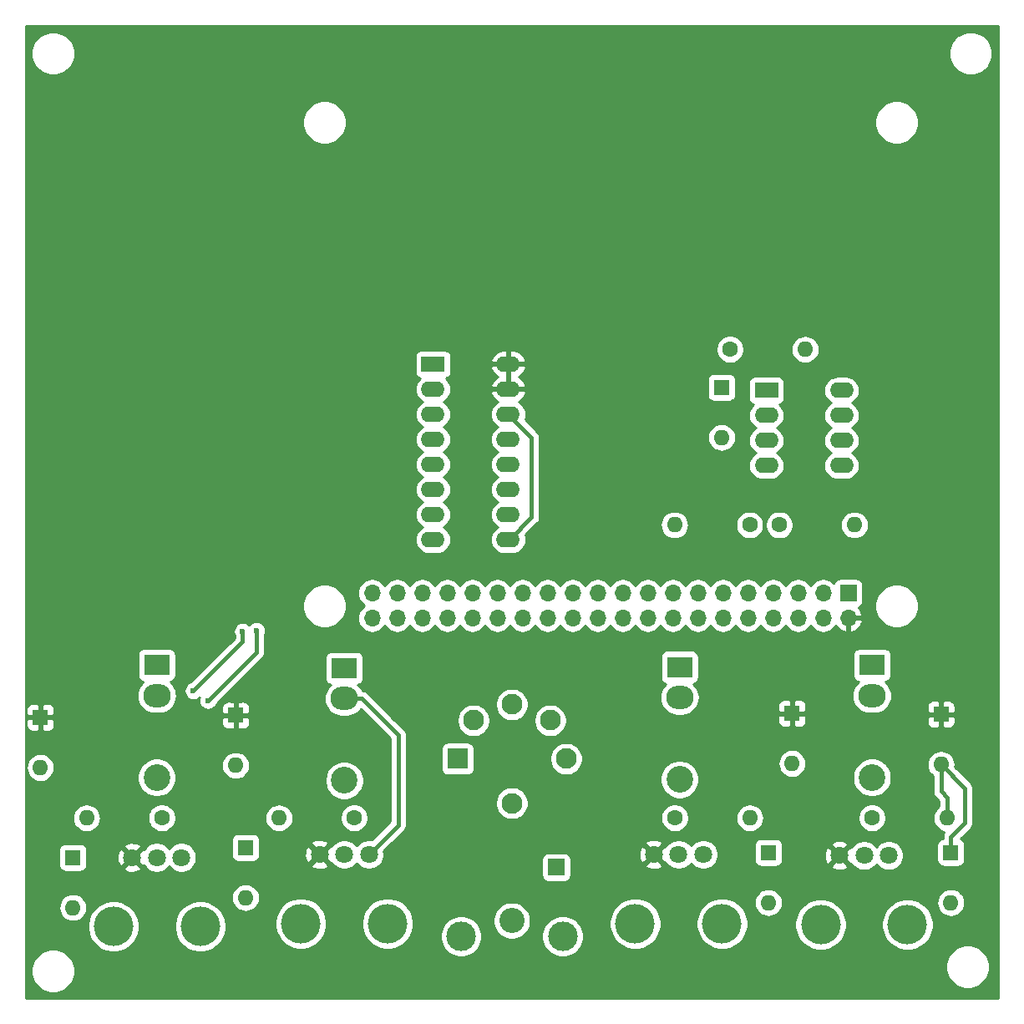
<source format=gbr>
G04 #@! TF.GenerationSoftware,KiCad,Pcbnew,(5.1.4-0-10_14)*
G04 #@! TF.CreationDate,2021-03-27T12:50:17+13:00*
G04 #@! TF.ProjectId,incur_board,696e6375-725f-4626-9f61-72642e6b6963,rev?*
G04 #@! TF.SameCoordinates,Original*
G04 #@! TF.FileFunction,Copper,L2,Bot*
G04 #@! TF.FilePolarity,Positive*
%FSLAX46Y46*%
G04 Gerber Fmt 4.6, Leading zero omitted, Abs format (unit mm)*
G04 Created by KiCad (PCBNEW (5.1.4-0-10_14)) date 2021-03-27 12:50:17*
%MOMM*%
%LPD*%
G04 APERTURE LIST*
%ADD10R,1.700000X1.700000*%
%ADD11O,1.700000X1.700000*%
%ADD12R,1.600000X1.600000*%
%ADD13O,1.600000X1.600000*%
%ADD14O,2.800000X2.350000*%
%ADD15R,2.600000X2.150000*%
%ADD16C,2.700000*%
%ADD17C,2.100000*%
%ADD18R,2.100000X2.100000*%
%ADD19C,3.000000*%
%ADD20C,2.550000*%
%ADD21C,1.600000*%
%ADD22C,1.800000*%
%ADD23C,4.000000*%
%ADD24R,2.400000X1.600000*%
%ADD25O,2.400000X1.600000*%
%ADD26C,0.600000*%
%ADD27C,0.400000*%
%ADD28C,0.254000*%
G04 APERTURE END LIST*
D10*
X154100000Y-98200000D03*
D11*
X154100000Y-100740000D03*
X151560000Y-98200000D03*
X151560000Y-100740000D03*
X149020000Y-98200000D03*
X149020000Y-100740000D03*
X146480000Y-98200000D03*
X146480000Y-100740000D03*
X143940000Y-98200000D03*
X143940000Y-100740000D03*
X141400000Y-98200000D03*
X141400000Y-100740000D03*
X138860000Y-98200000D03*
X138860000Y-100740000D03*
X136320000Y-98200000D03*
X136320000Y-100740000D03*
X133780000Y-98200000D03*
X133780000Y-100740000D03*
X131240000Y-98200000D03*
X131240000Y-100740000D03*
X128700000Y-98200000D03*
X128700000Y-100740000D03*
X126160000Y-98200000D03*
X126160000Y-100740000D03*
X123620000Y-98200000D03*
X123620000Y-100740000D03*
X121080000Y-98200000D03*
X121080000Y-100740000D03*
X118540000Y-98200000D03*
X118540000Y-100740000D03*
X116000000Y-98200000D03*
X116000000Y-100740000D03*
X113460000Y-98200000D03*
X113460000Y-100740000D03*
X110920000Y-98200000D03*
X110920000Y-100740000D03*
X108380000Y-98200000D03*
X108380000Y-100740000D03*
X105840000Y-98200000D03*
X105840000Y-100740000D03*
D12*
X72200000Y-110800000D03*
D13*
X72200000Y-115880000D03*
D12*
X75500000Y-125000000D03*
D13*
X75500000Y-130080000D03*
D12*
X92000000Y-110600000D03*
D13*
X92000000Y-115680000D03*
D12*
X93000000Y-124000000D03*
D13*
X93000000Y-129080000D03*
D12*
X148400000Y-110400000D03*
D13*
X148400000Y-115480000D03*
D12*
X146000000Y-124500000D03*
D13*
X146000000Y-129580000D03*
D12*
X163500000Y-110500000D03*
D13*
X163500000Y-115580000D03*
D12*
X164500000Y-124500000D03*
D13*
X164500000Y-129580000D03*
D12*
X141250000Y-77350000D03*
D13*
X141250000Y-82430000D03*
D14*
X84000000Y-108600000D03*
D15*
X84000000Y-105500000D03*
D16*
X84000000Y-116900000D03*
D14*
X103000000Y-108900000D03*
D15*
X103000000Y-105800000D03*
D16*
X103000000Y-117200000D03*
D14*
X137000000Y-108800000D03*
D15*
X137000000Y-105700000D03*
D16*
X137000000Y-117100000D03*
D17*
X125500000Y-115000000D03*
D18*
X114500000Y-115000000D03*
D17*
X120000000Y-109500000D03*
X120000000Y-119500000D03*
X116110000Y-111110000D03*
X123890000Y-111110000D03*
D10*
X124500000Y-126000000D03*
D19*
X114850000Y-133000000D03*
X125150000Y-133000000D03*
D20*
X120000000Y-131400000D03*
D21*
X84500000Y-121000000D03*
D13*
X76880000Y-121000000D03*
D21*
X104000000Y-121000000D03*
D13*
X96380000Y-121000000D03*
D21*
X136500000Y-121000000D03*
D13*
X144120000Y-121000000D03*
D21*
X156500000Y-121000000D03*
D13*
X164120000Y-121000000D03*
D21*
X144100000Y-91300000D03*
D13*
X136480000Y-91300000D03*
D21*
X142100000Y-73500000D03*
D13*
X149720000Y-73500000D03*
D21*
X147100000Y-91300000D03*
D13*
X154720000Y-91300000D03*
D22*
X86500000Y-125000000D03*
X84000000Y-125000000D03*
X81500000Y-125000000D03*
D23*
X88400000Y-132000000D03*
X79600000Y-132000000D03*
D22*
X105500000Y-124700000D03*
X103000000Y-124700000D03*
X100500000Y-124700000D03*
D23*
X107400000Y-131700000D03*
X98600000Y-131700000D03*
D22*
X139400000Y-124700000D03*
X136900000Y-124700000D03*
X134400000Y-124700000D03*
D23*
X141300000Y-131700000D03*
X132500000Y-131700000D03*
D22*
X158200000Y-124800000D03*
X155700000Y-124800000D03*
X153200000Y-124800000D03*
D23*
X160100000Y-131800000D03*
X151300000Y-131800000D03*
D24*
X112000000Y-75000000D03*
D25*
X119620000Y-92780000D03*
X112000000Y-77540000D03*
X119620000Y-90240000D03*
X112000000Y-80080000D03*
X119620000Y-87700000D03*
X112000000Y-82620000D03*
X119620000Y-85160000D03*
X112000000Y-85160000D03*
X119620000Y-82620000D03*
X112000000Y-87700000D03*
X119620000Y-80080000D03*
X112000000Y-90240000D03*
X119620000Y-77540000D03*
X112000000Y-92780000D03*
X119620000Y-75000000D03*
D24*
X145800000Y-77650000D03*
D25*
X153420000Y-85270000D03*
X145800000Y-80190000D03*
X153420000Y-82730000D03*
X145800000Y-82730000D03*
X153420000Y-80190000D03*
X145800000Y-85270000D03*
X153420000Y-77650000D03*
D14*
X156500000Y-108600000D03*
D15*
X156500000Y-105500000D03*
D16*
X156500000Y-116900000D03*
D26*
X92700000Y-102100000D03*
X87700000Y-108100000D03*
X89200000Y-109100000D03*
X94100000Y-102000000D03*
D27*
X119620000Y-92780000D02*
X119720000Y-92780000D01*
X119720000Y-92780000D02*
X122000000Y-90500000D01*
X122000000Y-90500000D02*
X122000000Y-82460000D01*
X122000000Y-82460000D02*
X119620000Y-80080000D01*
X103000000Y-108900000D02*
X104800000Y-108900000D01*
X108500000Y-121700000D02*
X105500000Y-124700000D01*
X108500000Y-112600000D02*
X108500000Y-121700000D01*
X104800000Y-108900000D02*
X108500000Y-112600000D01*
X164120000Y-121000000D02*
X164120000Y-118920000D01*
X163500000Y-118300000D02*
X163500000Y-115580000D01*
X164120000Y-118920000D02*
X163500000Y-118300000D01*
X164500000Y-124500000D02*
X164500000Y-122900000D01*
X165900000Y-117980000D02*
X163500000Y-115580000D01*
X165900000Y-121500000D02*
X165900000Y-117980000D01*
X164500000Y-122900000D02*
X165900000Y-121500000D01*
X120000000Y-109500000D02*
X120000000Y-110250000D01*
X105900000Y-100800000D02*
X105900000Y-100250000D01*
X153420000Y-77650000D02*
X153150000Y-77650000D01*
X92700000Y-103100000D02*
X92700000Y-102100000D01*
X87700000Y-108100000D02*
X92700000Y-103100000D01*
X89200000Y-109100000D02*
X94100000Y-104200000D01*
X94100000Y-104200000D02*
X94100000Y-102000000D01*
D28*
G36*
X169290001Y-139290000D02*
G01*
X70710000Y-139290000D01*
X70710000Y-136279872D01*
X71265000Y-136279872D01*
X71265000Y-136720128D01*
X71350890Y-137151925D01*
X71519369Y-137558669D01*
X71763962Y-137924729D01*
X72075271Y-138236038D01*
X72441331Y-138480631D01*
X72848075Y-138649110D01*
X73279872Y-138735000D01*
X73720128Y-138735000D01*
X74151925Y-138649110D01*
X74558669Y-138480631D01*
X74924729Y-138236038D01*
X75236038Y-137924729D01*
X75480631Y-137558669D01*
X75649110Y-137151925D01*
X75735000Y-136720128D01*
X75735000Y-136279872D01*
X75655435Y-135879872D01*
X163965000Y-135879872D01*
X163965000Y-136320128D01*
X164050890Y-136751925D01*
X164219369Y-137158669D01*
X164463962Y-137524729D01*
X164775271Y-137836038D01*
X165141331Y-138080631D01*
X165548075Y-138249110D01*
X165979872Y-138335000D01*
X166420128Y-138335000D01*
X166851925Y-138249110D01*
X167258669Y-138080631D01*
X167624729Y-137836038D01*
X167936038Y-137524729D01*
X168180631Y-137158669D01*
X168349110Y-136751925D01*
X168435000Y-136320128D01*
X168435000Y-135879872D01*
X168349110Y-135448075D01*
X168180631Y-135041331D01*
X167936038Y-134675271D01*
X167624729Y-134363962D01*
X167258669Y-134119369D01*
X166851925Y-133950890D01*
X166420128Y-133865000D01*
X165979872Y-133865000D01*
X165548075Y-133950890D01*
X165141331Y-134119369D01*
X164775271Y-134363962D01*
X164463962Y-134675271D01*
X164219369Y-135041331D01*
X164050890Y-135448075D01*
X163965000Y-135879872D01*
X75655435Y-135879872D01*
X75649110Y-135848075D01*
X75480631Y-135441331D01*
X75236038Y-135075271D01*
X74924729Y-134763962D01*
X74558669Y-134519369D01*
X74151925Y-134350890D01*
X73720128Y-134265000D01*
X73279872Y-134265000D01*
X72848075Y-134350890D01*
X72441331Y-134519369D01*
X72075271Y-134763962D01*
X71763962Y-135075271D01*
X71519369Y-135441331D01*
X71350890Y-135848075D01*
X71265000Y-136279872D01*
X70710000Y-136279872D01*
X70710000Y-131740475D01*
X76965000Y-131740475D01*
X76965000Y-132259525D01*
X77066261Y-132768601D01*
X77264893Y-133248141D01*
X77553262Y-133679715D01*
X77920285Y-134046738D01*
X78351859Y-134335107D01*
X78831399Y-134533739D01*
X79340475Y-134635000D01*
X79859525Y-134635000D01*
X80368601Y-134533739D01*
X80848141Y-134335107D01*
X81279715Y-134046738D01*
X81646738Y-133679715D01*
X81935107Y-133248141D01*
X82133739Y-132768601D01*
X82235000Y-132259525D01*
X82235000Y-131740475D01*
X85765000Y-131740475D01*
X85765000Y-132259525D01*
X85866261Y-132768601D01*
X86064893Y-133248141D01*
X86353262Y-133679715D01*
X86720285Y-134046738D01*
X87151859Y-134335107D01*
X87631399Y-134533739D01*
X88140475Y-134635000D01*
X88659525Y-134635000D01*
X89168601Y-134533739D01*
X89648141Y-134335107D01*
X90079715Y-134046738D01*
X90446738Y-133679715D01*
X90735107Y-133248141D01*
X90933739Y-132768601D01*
X91035000Y-132259525D01*
X91035000Y-131740475D01*
X90975327Y-131440475D01*
X95965000Y-131440475D01*
X95965000Y-131959525D01*
X96066261Y-132468601D01*
X96264893Y-132948141D01*
X96553262Y-133379715D01*
X96920285Y-133746738D01*
X97351859Y-134035107D01*
X97831399Y-134233739D01*
X98340475Y-134335000D01*
X98859525Y-134335000D01*
X99368601Y-134233739D01*
X99848141Y-134035107D01*
X100279715Y-133746738D01*
X100646738Y-133379715D01*
X100935107Y-132948141D01*
X101133739Y-132468601D01*
X101235000Y-131959525D01*
X101235000Y-131440475D01*
X104765000Y-131440475D01*
X104765000Y-131959525D01*
X104866261Y-132468601D01*
X105064893Y-132948141D01*
X105353262Y-133379715D01*
X105720285Y-133746738D01*
X106151859Y-134035107D01*
X106631399Y-134233739D01*
X107140475Y-134335000D01*
X107659525Y-134335000D01*
X108168601Y-134233739D01*
X108648141Y-134035107D01*
X109079715Y-133746738D01*
X109446738Y-133379715D01*
X109735107Y-132948141D01*
X109800726Y-132789721D01*
X112715000Y-132789721D01*
X112715000Y-133210279D01*
X112797047Y-133622756D01*
X112957988Y-134011302D01*
X113191637Y-134360983D01*
X113489017Y-134658363D01*
X113838698Y-134892012D01*
X114227244Y-135052953D01*
X114639721Y-135135000D01*
X115060279Y-135135000D01*
X115472756Y-135052953D01*
X115861302Y-134892012D01*
X116210983Y-134658363D01*
X116508363Y-134360983D01*
X116742012Y-134011302D01*
X116902953Y-133622756D01*
X116985000Y-133210279D01*
X116985000Y-132789721D01*
X116902953Y-132377244D01*
X116742012Y-131988698D01*
X116508363Y-131639017D01*
X116210983Y-131341637D01*
X116016790Y-131211881D01*
X118090000Y-131211881D01*
X118090000Y-131588119D01*
X118163400Y-131957127D01*
X118307380Y-132304724D01*
X118516406Y-132617554D01*
X118782446Y-132883594D01*
X119095276Y-133092620D01*
X119442873Y-133236600D01*
X119811881Y-133310000D01*
X120188119Y-133310000D01*
X120557127Y-133236600D01*
X120904724Y-133092620D01*
X121217554Y-132883594D01*
X121311427Y-132789721D01*
X123015000Y-132789721D01*
X123015000Y-133210279D01*
X123097047Y-133622756D01*
X123257988Y-134011302D01*
X123491637Y-134360983D01*
X123789017Y-134658363D01*
X124138698Y-134892012D01*
X124527244Y-135052953D01*
X124939721Y-135135000D01*
X125360279Y-135135000D01*
X125772756Y-135052953D01*
X126161302Y-134892012D01*
X126510983Y-134658363D01*
X126808363Y-134360983D01*
X127042012Y-134011302D01*
X127202953Y-133622756D01*
X127285000Y-133210279D01*
X127285000Y-132789721D01*
X127202953Y-132377244D01*
X127042012Y-131988698D01*
X126808363Y-131639017D01*
X126609821Y-131440475D01*
X129865000Y-131440475D01*
X129865000Y-131959525D01*
X129966261Y-132468601D01*
X130164893Y-132948141D01*
X130453262Y-133379715D01*
X130820285Y-133746738D01*
X131251859Y-134035107D01*
X131731399Y-134233739D01*
X132240475Y-134335000D01*
X132759525Y-134335000D01*
X133268601Y-134233739D01*
X133748141Y-134035107D01*
X134179715Y-133746738D01*
X134546738Y-133379715D01*
X134835107Y-132948141D01*
X135033739Y-132468601D01*
X135135000Y-131959525D01*
X135135000Y-131440475D01*
X138665000Y-131440475D01*
X138665000Y-131959525D01*
X138766261Y-132468601D01*
X138964893Y-132948141D01*
X139253262Y-133379715D01*
X139620285Y-133746738D01*
X140051859Y-134035107D01*
X140531399Y-134233739D01*
X141040475Y-134335000D01*
X141559525Y-134335000D01*
X142068601Y-134233739D01*
X142548141Y-134035107D01*
X142979715Y-133746738D01*
X143346738Y-133379715D01*
X143635107Y-132948141D01*
X143833739Y-132468601D01*
X143935000Y-131959525D01*
X143935000Y-131540475D01*
X148665000Y-131540475D01*
X148665000Y-132059525D01*
X148766261Y-132568601D01*
X148964893Y-133048141D01*
X149253262Y-133479715D01*
X149620285Y-133846738D01*
X150051859Y-134135107D01*
X150531399Y-134333739D01*
X151040475Y-134435000D01*
X151559525Y-134435000D01*
X152068601Y-134333739D01*
X152548141Y-134135107D01*
X152979715Y-133846738D01*
X153346738Y-133479715D01*
X153635107Y-133048141D01*
X153833739Y-132568601D01*
X153935000Y-132059525D01*
X153935000Y-131540475D01*
X157465000Y-131540475D01*
X157465000Y-132059525D01*
X157566261Y-132568601D01*
X157764893Y-133048141D01*
X158053262Y-133479715D01*
X158420285Y-133846738D01*
X158851859Y-134135107D01*
X159331399Y-134333739D01*
X159840475Y-134435000D01*
X160359525Y-134435000D01*
X160868601Y-134333739D01*
X161348141Y-134135107D01*
X161779715Y-133846738D01*
X162146738Y-133479715D01*
X162435107Y-133048141D01*
X162633739Y-132568601D01*
X162735000Y-132059525D01*
X162735000Y-131540475D01*
X162633739Y-131031399D01*
X162435107Y-130551859D01*
X162146738Y-130120285D01*
X161779715Y-129753262D01*
X161520411Y-129580000D01*
X163058057Y-129580000D01*
X163085764Y-129861309D01*
X163167818Y-130131808D01*
X163301068Y-130381101D01*
X163480392Y-130599608D01*
X163698899Y-130778932D01*
X163948192Y-130912182D01*
X164218691Y-130994236D01*
X164429508Y-131015000D01*
X164570492Y-131015000D01*
X164781309Y-130994236D01*
X165051808Y-130912182D01*
X165301101Y-130778932D01*
X165519608Y-130599608D01*
X165698932Y-130381101D01*
X165832182Y-130131808D01*
X165914236Y-129861309D01*
X165941943Y-129580000D01*
X165914236Y-129298691D01*
X165832182Y-129028192D01*
X165698932Y-128778899D01*
X165519608Y-128560392D01*
X165301101Y-128381068D01*
X165051808Y-128247818D01*
X164781309Y-128165764D01*
X164570492Y-128145000D01*
X164429508Y-128145000D01*
X164218691Y-128165764D01*
X163948192Y-128247818D01*
X163698899Y-128381068D01*
X163480392Y-128560392D01*
X163301068Y-128778899D01*
X163167818Y-129028192D01*
X163085764Y-129298691D01*
X163058057Y-129580000D01*
X161520411Y-129580000D01*
X161348141Y-129464893D01*
X160868601Y-129266261D01*
X160359525Y-129165000D01*
X159840475Y-129165000D01*
X159331399Y-129266261D01*
X158851859Y-129464893D01*
X158420285Y-129753262D01*
X158053262Y-130120285D01*
X157764893Y-130551859D01*
X157566261Y-131031399D01*
X157465000Y-131540475D01*
X153935000Y-131540475D01*
X153833739Y-131031399D01*
X153635107Y-130551859D01*
X153346738Y-130120285D01*
X152979715Y-129753262D01*
X152548141Y-129464893D01*
X152068601Y-129266261D01*
X151559525Y-129165000D01*
X151040475Y-129165000D01*
X150531399Y-129266261D01*
X150051859Y-129464893D01*
X149620285Y-129753262D01*
X149253262Y-130120285D01*
X148964893Y-130551859D01*
X148766261Y-131031399D01*
X148665000Y-131540475D01*
X143935000Y-131540475D01*
X143935000Y-131440475D01*
X143833739Y-130931399D01*
X143635107Y-130451859D01*
X143346738Y-130020285D01*
X142979715Y-129653262D01*
X142870071Y-129580000D01*
X144558057Y-129580000D01*
X144585764Y-129861309D01*
X144667818Y-130131808D01*
X144801068Y-130381101D01*
X144980392Y-130599608D01*
X145198899Y-130778932D01*
X145448192Y-130912182D01*
X145718691Y-130994236D01*
X145929508Y-131015000D01*
X146070492Y-131015000D01*
X146281309Y-130994236D01*
X146551808Y-130912182D01*
X146801101Y-130778932D01*
X147019608Y-130599608D01*
X147198932Y-130381101D01*
X147332182Y-130131808D01*
X147414236Y-129861309D01*
X147441943Y-129580000D01*
X147414236Y-129298691D01*
X147332182Y-129028192D01*
X147198932Y-128778899D01*
X147019608Y-128560392D01*
X146801101Y-128381068D01*
X146551808Y-128247818D01*
X146281309Y-128165764D01*
X146070492Y-128145000D01*
X145929508Y-128145000D01*
X145718691Y-128165764D01*
X145448192Y-128247818D01*
X145198899Y-128381068D01*
X144980392Y-128560392D01*
X144801068Y-128778899D01*
X144667818Y-129028192D01*
X144585764Y-129298691D01*
X144558057Y-129580000D01*
X142870071Y-129580000D01*
X142548141Y-129364893D01*
X142068601Y-129166261D01*
X141559525Y-129065000D01*
X141040475Y-129065000D01*
X140531399Y-129166261D01*
X140051859Y-129364893D01*
X139620285Y-129653262D01*
X139253262Y-130020285D01*
X138964893Y-130451859D01*
X138766261Y-130931399D01*
X138665000Y-131440475D01*
X135135000Y-131440475D01*
X135033739Y-130931399D01*
X134835107Y-130451859D01*
X134546738Y-130020285D01*
X134179715Y-129653262D01*
X133748141Y-129364893D01*
X133268601Y-129166261D01*
X132759525Y-129065000D01*
X132240475Y-129065000D01*
X131731399Y-129166261D01*
X131251859Y-129364893D01*
X130820285Y-129653262D01*
X130453262Y-130020285D01*
X130164893Y-130451859D01*
X129966261Y-130931399D01*
X129865000Y-131440475D01*
X126609821Y-131440475D01*
X126510983Y-131341637D01*
X126161302Y-131107988D01*
X125772756Y-130947047D01*
X125360279Y-130865000D01*
X124939721Y-130865000D01*
X124527244Y-130947047D01*
X124138698Y-131107988D01*
X123789017Y-131341637D01*
X123491637Y-131639017D01*
X123257988Y-131988698D01*
X123097047Y-132377244D01*
X123015000Y-132789721D01*
X121311427Y-132789721D01*
X121483594Y-132617554D01*
X121692620Y-132304724D01*
X121836600Y-131957127D01*
X121910000Y-131588119D01*
X121910000Y-131211881D01*
X121836600Y-130842873D01*
X121692620Y-130495276D01*
X121483594Y-130182446D01*
X121217554Y-129916406D01*
X120904724Y-129707380D01*
X120557127Y-129563400D01*
X120188119Y-129490000D01*
X119811881Y-129490000D01*
X119442873Y-129563400D01*
X119095276Y-129707380D01*
X118782446Y-129916406D01*
X118516406Y-130182446D01*
X118307380Y-130495276D01*
X118163400Y-130842873D01*
X118090000Y-131211881D01*
X116016790Y-131211881D01*
X115861302Y-131107988D01*
X115472756Y-130947047D01*
X115060279Y-130865000D01*
X114639721Y-130865000D01*
X114227244Y-130947047D01*
X113838698Y-131107988D01*
X113489017Y-131341637D01*
X113191637Y-131639017D01*
X112957988Y-131988698D01*
X112797047Y-132377244D01*
X112715000Y-132789721D01*
X109800726Y-132789721D01*
X109933739Y-132468601D01*
X110035000Y-131959525D01*
X110035000Y-131440475D01*
X109933739Y-130931399D01*
X109735107Y-130451859D01*
X109446738Y-130020285D01*
X109079715Y-129653262D01*
X108648141Y-129364893D01*
X108168601Y-129166261D01*
X107659525Y-129065000D01*
X107140475Y-129065000D01*
X106631399Y-129166261D01*
X106151859Y-129364893D01*
X105720285Y-129653262D01*
X105353262Y-130020285D01*
X105064893Y-130451859D01*
X104866261Y-130931399D01*
X104765000Y-131440475D01*
X101235000Y-131440475D01*
X101133739Y-130931399D01*
X100935107Y-130451859D01*
X100646738Y-130020285D01*
X100279715Y-129653262D01*
X99848141Y-129364893D01*
X99368601Y-129166261D01*
X98859525Y-129065000D01*
X98340475Y-129065000D01*
X97831399Y-129166261D01*
X97351859Y-129364893D01*
X96920285Y-129653262D01*
X96553262Y-130020285D01*
X96264893Y-130451859D01*
X96066261Y-130931399D01*
X95965000Y-131440475D01*
X90975327Y-131440475D01*
X90933739Y-131231399D01*
X90735107Y-130751859D01*
X90446738Y-130320285D01*
X90079715Y-129953262D01*
X89648141Y-129664893D01*
X89168601Y-129466261D01*
X88659525Y-129365000D01*
X88140475Y-129365000D01*
X87631399Y-129466261D01*
X87151859Y-129664893D01*
X86720285Y-129953262D01*
X86353262Y-130320285D01*
X86064893Y-130751859D01*
X85866261Y-131231399D01*
X85765000Y-131740475D01*
X82235000Y-131740475D01*
X82133739Y-131231399D01*
X81935107Y-130751859D01*
X81646738Y-130320285D01*
X81279715Y-129953262D01*
X80848141Y-129664893D01*
X80368601Y-129466261D01*
X79859525Y-129365000D01*
X79340475Y-129365000D01*
X78831399Y-129466261D01*
X78351859Y-129664893D01*
X77920285Y-129953262D01*
X77553262Y-130320285D01*
X77264893Y-130751859D01*
X77066261Y-131231399D01*
X76965000Y-131740475D01*
X70710000Y-131740475D01*
X70710000Y-130080000D01*
X74058057Y-130080000D01*
X74085764Y-130361309D01*
X74167818Y-130631808D01*
X74301068Y-130881101D01*
X74480392Y-131099608D01*
X74698899Y-131278932D01*
X74948192Y-131412182D01*
X75218691Y-131494236D01*
X75429508Y-131515000D01*
X75570492Y-131515000D01*
X75781309Y-131494236D01*
X76051808Y-131412182D01*
X76301101Y-131278932D01*
X76519608Y-131099608D01*
X76698932Y-130881101D01*
X76832182Y-130631808D01*
X76914236Y-130361309D01*
X76941943Y-130080000D01*
X76914236Y-129798691D01*
X76832182Y-129528192D01*
X76698932Y-129278899D01*
X76535700Y-129080000D01*
X91558057Y-129080000D01*
X91585764Y-129361309D01*
X91667818Y-129631808D01*
X91801068Y-129881101D01*
X91980392Y-130099608D01*
X92198899Y-130278932D01*
X92448192Y-130412182D01*
X92718691Y-130494236D01*
X92929508Y-130515000D01*
X93070492Y-130515000D01*
X93281309Y-130494236D01*
X93551808Y-130412182D01*
X93801101Y-130278932D01*
X94019608Y-130099608D01*
X94198932Y-129881101D01*
X94332182Y-129631808D01*
X94414236Y-129361309D01*
X94441943Y-129080000D01*
X94414236Y-128798691D01*
X94332182Y-128528192D01*
X94198932Y-128278899D01*
X94019608Y-128060392D01*
X93801101Y-127881068D01*
X93551808Y-127747818D01*
X93281309Y-127665764D01*
X93070492Y-127645000D01*
X92929508Y-127645000D01*
X92718691Y-127665764D01*
X92448192Y-127747818D01*
X92198899Y-127881068D01*
X91980392Y-128060392D01*
X91801068Y-128278899D01*
X91667818Y-128528192D01*
X91585764Y-128798691D01*
X91558057Y-129080000D01*
X76535700Y-129080000D01*
X76519608Y-129060392D01*
X76301101Y-128881068D01*
X76051808Y-128747818D01*
X75781309Y-128665764D01*
X75570492Y-128645000D01*
X75429508Y-128645000D01*
X75218691Y-128665764D01*
X74948192Y-128747818D01*
X74698899Y-128881068D01*
X74480392Y-129060392D01*
X74301068Y-129278899D01*
X74167818Y-129528192D01*
X74085764Y-129798691D01*
X74058057Y-130080000D01*
X70710000Y-130080000D01*
X70710000Y-124200000D01*
X74061928Y-124200000D01*
X74061928Y-125800000D01*
X74074188Y-125924482D01*
X74110498Y-126044180D01*
X74169463Y-126154494D01*
X74248815Y-126251185D01*
X74345506Y-126330537D01*
X74455820Y-126389502D01*
X74575518Y-126425812D01*
X74700000Y-126438072D01*
X76300000Y-126438072D01*
X76424482Y-126425812D01*
X76544180Y-126389502D01*
X76654494Y-126330537D01*
X76751185Y-126251185D01*
X76830537Y-126154494D01*
X76878865Y-126064080D01*
X80615525Y-126064080D01*
X80699208Y-126318261D01*
X80971775Y-126449158D01*
X81264642Y-126524365D01*
X81566553Y-126540991D01*
X81865907Y-126498397D01*
X82151199Y-126398222D01*
X82300792Y-126318261D01*
X82384475Y-126064080D01*
X81500000Y-125179605D01*
X80615525Y-126064080D01*
X76878865Y-126064080D01*
X76889502Y-126044180D01*
X76925812Y-125924482D01*
X76938072Y-125800000D01*
X76938072Y-125066553D01*
X79959009Y-125066553D01*
X80001603Y-125365907D01*
X80101778Y-125651199D01*
X80181739Y-125800792D01*
X80435920Y-125884475D01*
X81320395Y-125000000D01*
X81679605Y-125000000D01*
X82564080Y-125884475D01*
X82712262Y-125835690D01*
X82807688Y-125978505D01*
X83021495Y-126192312D01*
X83272905Y-126360299D01*
X83552257Y-126476011D01*
X83848816Y-126535000D01*
X84151184Y-126535000D01*
X84447743Y-126476011D01*
X84727095Y-126360299D01*
X84978505Y-126192312D01*
X85192312Y-125978505D01*
X85250000Y-125892169D01*
X85307688Y-125978505D01*
X85521495Y-126192312D01*
X85772905Y-126360299D01*
X86052257Y-126476011D01*
X86348816Y-126535000D01*
X86651184Y-126535000D01*
X86947743Y-126476011D01*
X87227095Y-126360299D01*
X87478505Y-126192312D01*
X87692312Y-125978505D01*
X87835586Y-125764080D01*
X99615525Y-125764080D01*
X99699208Y-126018261D01*
X99971775Y-126149158D01*
X100264642Y-126224365D01*
X100566553Y-126240991D01*
X100865907Y-126198397D01*
X101151199Y-126098222D01*
X101300792Y-126018261D01*
X101384475Y-125764080D01*
X100500000Y-124879605D01*
X99615525Y-125764080D01*
X87835586Y-125764080D01*
X87860299Y-125727095D01*
X87976011Y-125447743D01*
X88035000Y-125151184D01*
X88035000Y-124848816D01*
X87976011Y-124552257D01*
X87860299Y-124272905D01*
X87692312Y-124021495D01*
X87478505Y-123807688D01*
X87227095Y-123639701D01*
X86947743Y-123523989D01*
X86651184Y-123465000D01*
X86348816Y-123465000D01*
X86052257Y-123523989D01*
X85772905Y-123639701D01*
X85521495Y-123807688D01*
X85307688Y-124021495D01*
X85250000Y-124107831D01*
X85192312Y-124021495D01*
X84978505Y-123807688D01*
X84727095Y-123639701D01*
X84447743Y-123523989D01*
X84151184Y-123465000D01*
X83848816Y-123465000D01*
X83552257Y-123523989D01*
X83272905Y-123639701D01*
X83021495Y-123807688D01*
X82807688Y-124021495D01*
X82712262Y-124164310D01*
X82564080Y-124115525D01*
X81679605Y-125000000D01*
X81320395Y-125000000D01*
X80435920Y-124115525D01*
X80181739Y-124199208D01*
X80050842Y-124471775D01*
X79975635Y-124764642D01*
X79959009Y-125066553D01*
X76938072Y-125066553D01*
X76938072Y-124200000D01*
X76925812Y-124075518D01*
X76889502Y-123955820D01*
X76878866Y-123935920D01*
X80615525Y-123935920D01*
X81500000Y-124820395D01*
X82384475Y-123935920D01*
X82300792Y-123681739D01*
X82028225Y-123550842D01*
X81735358Y-123475635D01*
X81433447Y-123459009D01*
X81134093Y-123501603D01*
X80848801Y-123601778D01*
X80699208Y-123681739D01*
X80615525Y-123935920D01*
X76878866Y-123935920D01*
X76830537Y-123845506D01*
X76751185Y-123748815D01*
X76654494Y-123669463D01*
X76544180Y-123610498D01*
X76424482Y-123574188D01*
X76300000Y-123561928D01*
X74700000Y-123561928D01*
X74575518Y-123574188D01*
X74455820Y-123610498D01*
X74345506Y-123669463D01*
X74248815Y-123748815D01*
X74169463Y-123845506D01*
X74110498Y-123955820D01*
X74074188Y-124075518D01*
X74061928Y-124200000D01*
X70710000Y-124200000D01*
X70710000Y-123200000D01*
X91561928Y-123200000D01*
X91561928Y-124800000D01*
X91574188Y-124924482D01*
X91610498Y-125044180D01*
X91669463Y-125154494D01*
X91748815Y-125251185D01*
X91845506Y-125330537D01*
X91955820Y-125389502D01*
X92075518Y-125425812D01*
X92200000Y-125438072D01*
X93800000Y-125438072D01*
X93924482Y-125425812D01*
X94044180Y-125389502D01*
X94154494Y-125330537D01*
X94251185Y-125251185D01*
X94330537Y-125154494D01*
X94389502Y-125044180D01*
X94425812Y-124924482D01*
X94438072Y-124800000D01*
X94438072Y-124766553D01*
X98959009Y-124766553D01*
X99001603Y-125065907D01*
X99101778Y-125351199D01*
X99181739Y-125500792D01*
X99435920Y-125584475D01*
X100320395Y-124700000D01*
X100679605Y-124700000D01*
X101564080Y-125584475D01*
X101712262Y-125535690D01*
X101807688Y-125678505D01*
X102021495Y-125892312D01*
X102272905Y-126060299D01*
X102552257Y-126176011D01*
X102848816Y-126235000D01*
X103151184Y-126235000D01*
X103447743Y-126176011D01*
X103727095Y-126060299D01*
X103978505Y-125892312D01*
X104192312Y-125678505D01*
X104250000Y-125592169D01*
X104307688Y-125678505D01*
X104521495Y-125892312D01*
X104772905Y-126060299D01*
X105052257Y-126176011D01*
X105348816Y-126235000D01*
X105651184Y-126235000D01*
X105947743Y-126176011D01*
X106227095Y-126060299D01*
X106478505Y-125892312D01*
X106692312Y-125678505D01*
X106860299Y-125427095D01*
X106975076Y-125150000D01*
X123011928Y-125150000D01*
X123011928Y-126850000D01*
X123024188Y-126974482D01*
X123060498Y-127094180D01*
X123119463Y-127204494D01*
X123198815Y-127301185D01*
X123295506Y-127380537D01*
X123405820Y-127439502D01*
X123525518Y-127475812D01*
X123650000Y-127488072D01*
X125350000Y-127488072D01*
X125474482Y-127475812D01*
X125594180Y-127439502D01*
X125704494Y-127380537D01*
X125801185Y-127301185D01*
X125880537Y-127204494D01*
X125939502Y-127094180D01*
X125975812Y-126974482D01*
X125988072Y-126850000D01*
X125988072Y-125764080D01*
X133515525Y-125764080D01*
X133599208Y-126018261D01*
X133871775Y-126149158D01*
X134164642Y-126224365D01*
X134466553Y-126240991D01*
X134765907Y-126198397D01*
X135051199Y-126098222D01*
X135200792Y-126018261D01*
X135284475Y-125764080D01*
X134400000Y-124879605D01*
X133515525Y-125764080D01*
X125988072Y-125764080D01*
X125988072Y-125150000D01*
X125975812Y-125025518D01*
X125939502Y-124905820D01*
X125880537Y-124795506D01*
X125856776Y-124766553D01*
X132859009Y-124766553D01*
X132901603Y-125065907D01*
X133001778Y-125351199D01*
X133081739Y-125500792D01*
X133335920Y-125584475D01*
X134220395Y-124700000D01*
X134579605Y-124700000D01*
X135464080Y-125584475D01*
X135612262Y-125535690D01*
X135707688Y-125678505D01*
X135921495Y-125892312D01*
X136172905Y-126060299D01*
X136452257Y-126176011D01*
X136748816Y-126235000D01*
X137051184Y-126235000D01*
X137347743Y-126176011D01*
X137627095Y-126060299D01*
X137878505Y-125892312D01*
X138092312Y-125678505D01*
X138150000Y-125592169D01*
X138207688Y-125678505D01*
X138421495Y-125892312D01*
X138672905Y-126060299D01*
X138952257Y-126176011D01*
X139248816Y-126235000D01*
X139551184Y-126235000D01*
X139847743Y-126176011D01*
X140127095Y-126060299D01*
X140378505Y-125892312D01*
X140592312Y-125678505D01*
X140760299Y-125427095D01*
X140876011Y-125147743D01*
X140935000Y-124851184D01*
X140935000Y-124548816D01*
X140876011Y-124252257D01*
X140760299Y-123972905D01*
X140592312Y-123721495D01*
X140570817Y-123700000D01*
X144561928Y-123700000D01*
X144561928Y-125300000D01*
X144574188Y-125424482D01*
X144610498Y-125544180D01*
X144669463Y-125654494D01*
X144748815Y-125751185D01*
X144845506Y-125830537D01*
X144955820Y-125889502D01*
X145075518Y-125925812D01*
X145200000Y-125938072D01*
X146800000Y-125938072D01*
X146924482Y-125925812D01*
X147044180Y-125889502D01*
X147091740Y-125864080D01*
X152315525Y-125864080D01*
X152399208Y-126118261D01*
X152671775Y-126249158D01*
X152964642Y-126324365D01*
X153266553Y-126340991D01*
X153565907Y-126298397D01*
X153851199Y-126198222D01*
X154000792Y-126118261D01*
X154084475Y-125864080D01*
X153200000Y-124979605D01*
X152315525Y-125864080D01*
X147091740Y-125864080D01*
X147154494Y-125830537D01*
X147251185Y-125751185D01*
X147330537Y-125654494D01*
X147389502Y-125544180D01*
X147425812Y-125424482D01*
X147438072Y-125300000D01*
X147438072Y-124866553D01*
X151659009Y-124866553D01*
X151701603Y-125165907D01*
X151801778Y-125451199D01*
X151881739Y-125600792D01*
X152135920Y-125684475D01*
X153020395Y-124800000D01*
X153379605Y-124800000D01*
X154264080Y-125684475D01*
X154412262Y-125635690D01*
X154507688Y-125778505D01*
X154721495Y-125992312D01*
X154972905Y-126160299D01*
X155252257Y-126276011D01*
X155548816Y-126335000D01*
X155851184Y-126335000D01*
X156147743Y-126276011D01*
X156427095Y-126160299D01*
X156678505Y-125992312D01*
X156892312Y-125778505D01*
X156950000Y-125692169D01*
X157007688Y-125778505D01*
X157221495Y-125992312D01*
X157472905Y-126160299D01*
X157752257Y-126276011D01*
X158048816Y-126335000D01*
X158351184Y-126335000D01*
X158647743Y-126276011D01*
X158927095Y-126160299D01*
X159178505Y-125992312D01*
X159392312Y-125778505D01*
X159560299Y-125527095D01*
X159676011Y-125247743D01*
X159735000Y-124951184D01*
X159735000Y-124648816D01*
X159676011Y-124352257D01*
X159560299Y-124072905D01*
X159392312Y-123821495D01*
X159178505Y-123607688D01*
X158927095Y-123439701D01*
X158647743Y-123323989D01*
X158351184Y-123265000D01*
X158048816Y-123265000D01*
X157752257Y-123323989D01*
X157472905Y-123439701D01*
X157221495Y-123607688D01*
X157007688Y-123821495D01*
X156950000Y-123907831D01*
X156892312Y-123821495D01*
X156678505Y-123607688D01*
X156427095Y-123439701D01*
X156147743Y-123323989D01*
X155851184Y-123265000D01*
X155548816Y-123265000D01*
X155252257Y-123323989D01*
X154972905Y-123439701D01*
X154721495Y-123607688D01*
X154507688Y-123821495D01*
X154412262Y-123964310D01*
X154264080Y-123915525D01*
X153379605Y-124800000D01*
X153020395Y-124800000D01*
X152135920Y-123915525D01*
X151881739Y-123999208D01*
X151750842Y-124271775D01*
X151675635Y-124564642D01*
X151659009Y-124866553D01*
X147438072Y-124866553D01*
X147438072Y-123735920D01*
X152315525Y-123735920D01*
X153200000Y-124620395D01*
X154084475Y-123735920D01*
X154000792Y-123481739D01*
X153728225Y-123350842D01*
X153435358Y-123275635D01*
X153133447Y-123259009D01*
X152834093Y-123301603D01*
X152548801Y-123401778D01*
X152399208Y-123481739D01*
X152315525Y-123735920D01*
X147438072Y-123735920D01*
X147438072Y-123700000D01*
X147425812Y-123575518D01*
X147389502Y-123455820D01*
X147330537Y-123345506D01*
X147251185Y-123248815D01*
X147154494Y-123169463D01*
X147044180Y-123110498D01*
X146924482Y-123074188D01*
X146800000Y-123061928D01*
X145200000Y-123061928D01*
X145075518Y-123074188D01*
X144955820Y-123110498D01*
X144845506Y-123169463D01*
X144748815Y-123248815D01*
X144669463Y-123345506D01*
X144610498Y-123455820D01*
X144574188Y-123575518D01*
X144561928Y-123700000D01*
X140570817Y-123700000D01*
X140378505Y-123507688D01*
X140127095Y-123339701D01*
X139847743Y-123223989D01*
X139551184Y-123165000D01*
X139248816Y-123165000D01*
X138952257Y-123223989D01*
X138672905Y-123339701D01*
X138421495Y-123507688D01*
X138207688Y-123721495D01*
X138150000Y-123807831D01*
X138092312Y-123721495D01*
X137878505Y-123507688D01*
X137627095Y-123339701D01*
X137347743Y-123223989D01*
X137051184Y-123165000D01*
X136748816Y-123165000D01*
X136452257Y-123223989D01*
X136172905Y-123339701D01*
X135921495Y-123507688D01*
X135707688Y-123721495D01*
X135612262Y-123864310D01*
X135464080Y-123815525D01*
X134579605Y-124700000D01*
X134220395Y-124700000D01*
X133335920Y-123815525D01*
X133081739Y-123899208D01*
X132950842Y-124171775D01*
X132875635Y-124464642D01*
X132859009Y-124766553D01*
X125856776Y-124766553D01*
X125801185Y-124698815D01*
X125704494Y-124619463D01*
X125594180Y-124560498D01*
X125474482Y-124524188D01*
X125350000Y-124511928D01*
X123650000Y-124511928D01*
X123525518Y-124524188D01*
X123405820Y-124560498D01*
X123295506Y-124619463D01*
X123198815Y-124698815D01*
X123119463Y-124795506D01*
X123060498Y-124905820D01*
X123024188Y-125025518D01*
X123011928Y-125150000D01*
X106975076Y-125150000D01*
X106976011Y-125147743D01*
X107035000Y-124851184D01*
X107035000Y-124548816D01*
X107001329Y-124379539D01*
X107744948Y-123635920D01*
X133515525Y-123635920D01*
X134400000Y-124520395D01*
X135284475Y-123635920D01*
X135200792Y-123381739D01*
X134928225Y-123250842D01*
X134635358Y-123175635D01*
X134333447Y-123159009D01*
X134034093Y-123201603D01*
X133748801Y-123301778D01*
X133599208Y-123381739D01*
X133515525Y-123635920D01*
X107744948Y-123635920D01*
X109061432Y-122319437D01*
X109093291Y-122293291D01*
X109197636Y-122166146D01*
X109275172Y-122021087D01*
X109322918Y-121863689D01*
X109335000Y-121741019D01*
X109335000Y-121741018D01*
X109339040Y-121700000D01*
X109335000Y-121658982D01*
X109335000Y-119334042D01*
X118315000Y-119334042D01*
X118315000Y-119665958D01*
X118379754Y-119991496D01*
X118506772Y-120298147D01*
X118691175Y-120574125D01*
X118925875Y-120808825D01*
X119201853Y-120993228D01*
X119508504Y-121120246D01*
X119834042Y-121185000D01*
X120165958Y-121185000D01*
X120491496Y-121120246D01*
X120798147Y-120993228D01*
X120999534Y-120858665D01*
X135065000Y-120858665D01*
X135065000Y-121141335D01*
X135120147Y-121418574D01*
X135228320Y-121679727D01*
X135385363Y-121914759D01*
X135585241Y-122114637D01*
X135820273Y-122271680D01*
X136081426Y-122379853D01*
X136358665Y-122435000D01*
X136641335Y-122435000D01*
X136918574Y-122379853D01*
X137179727Y-122271680D01*
X137414759Y-122114637D01*
X137614637Y-121914759D01*
X137771680Y-121679727D01*
X137879853Y-121418574D01*
X137935000Y-121141335D01*
X137935000Y-121000000D01*
X142678057Y-121000000D01*
X142705764Y-121281309D01*
X142787818Y-121551808D01*
X142921068Y-121801101D01*
X143100392Y-122019608D01*
X143318899Y-122198932D01*
X143568192Y-122332182D01*
X143838691Y-122414236D01*
X144049508Y-122435000D01*
X144190492Y-122435000D01*
X144401309Y-122414236D01*
X144671808Y-122332182D01*
X144921101Y-122198932D01*
X145139608Y-122019608D01*
X145318932Y-121801101D01*
X145452182Y-121551808D01*
X145534236Y-121281309D01*
X145561943Y-121000000D01*
X145548023Y-120858665D01*
X155065000Y-120858665D01*
X155065000Y-121141335D01*
X155120147Y-121418574D01*
X155228320Y-121679727D01*
X155385363Y-121914759D01*
X155585241Y-122114637D01*
X155820273Y-122271680D01*
X156081426Y-122379853D01*
X156358665Y-122435000D01*
X156641335Y-122435000D01*
X156918574Y-122379853D01*
X157179727Y-122271680D01*
X157414759Y-122114637D01*
X157614637Y-121914759D01*
X157771680Y-121679727D01*
X157879853Y-121418574D01*
X157935000Y-121141335D01*
X157935000Y-120858665D01*
X157879853Y-120581426D01*
X157771680Y-120320273D01*
X157614637Y-120085241D01*
X157414759Y-119885363D01*
X157179727Y-119728320D01*
X156918574Y-119620147D01*
X156641335Y-119565000D01*
X156358665Y-119565000D01*
X156081426Y-119620147D01*
X155820273Y-119728320D01*
X155585241Y-119885363D01*
X155385363Y-120085241D01*
X155228320Y-120320273D01*
X155120147Y-120581426D01*
X155065000Y-120858665D01*
X145548023Y-120858665D01*
X145534236Y-120718691D01*
X145452182Y-120448192D01*
X145318932Y-120198899D01*
X145139608Y-119980392D01*
X144921101Y-119801068D01*
X144671808Y-119667818D01*
X144401309Y-119585764D01*
X144190492Y-119565000D01*
X144049508Y-119565000D01*
X143838691Y-119585764D01*
X143568192Y-119667818D01*
X143318899Y-119801068D01*
X143100392Y-119980392D01*
X142921068Y-120198899D01*
X142787818Y-120448192D01*
X142705764Y-120718691D01*
X142678057Y-121000000D01*
X137935000Y-121000000D01*
X137935000Y-120858665D01*
X137879853Y-120581426D01*
X137771680Y-120320273D01*
X137614637Y-120085241D01*
X137414759Y-119885363D01*
X137179727Y-119728320D01*
X136918574Y-119620147D01*
X136641335Y-119565000D01*
X136358665Y-119565000D01*
X136081426Y-119620147D01*
X135820273Y-119728320D01*
X135585241Y-119885363D01*
X135385363Y-120085241D01*
X135228320Y-120320273D01*
X135120147Y-120581426D01*
X135065000Y-120858665D01*
X120999534Y-120858665D01*
X121074125Y-120808825D01*
X121308825Y-120574125D01*
X121493228Y-120298147D01*
X121620246Y-119991496D01*
X121685000Y-119665958D01*
X121685000Y-119334042D01*
X121620246Y-119008504D01*
X121493228Y-118701853D01*
X121308825Y-118425875D01*
X121074125Y-118191175D01*
X120798147Y-118006772D01*
X120491496Y-117879754D01*
X120165958Y-117815000D01*
X119834042Y-117815000D01*
X119508504Y-117879754D01*
X119201853Y-118006772D01*
X118925875Y-118191175D01*
X118691175Y-118425875D01*
X118506772Y-118701853D01*
X118379754Y-119008504D01*
X118315000Y-119334042D01*
X109335000Y-119334042D01*
X109335000Y-116904495D01*
X135015000Y-116904495D01*
X135015000Y-117295505D01*
X135091282Y-117679003D01*
X135240915Y-118040250D01*
X135458149Y-118365364D01*
X135734636Y-118641851D01*
X136059750Y-118859085D01*
X136420997Y-119008718D01*
X136804495Y-119085000D01*
X137195505Y-119085000D01*
X137579003Y-119008718D01*
X137940250Y-118859085D01*
X138265364Y-118641851D01*
X138541851Y-118365364D01*
X138759085Y-118040250D01*
X138908718Y-117679003D01*
X138985000Y-117295505D01*
X138985000Y-116904495D01*
X138908718Y-116520997D01*
X138759085Y-116159750D01*
X138541851Y-115834636D01*
X138265364Y-115558149D01*
X138148406Y-115480000D01*
X146958057Y-115480000D01*
X146985764Y-115761309D01*
X147067818Y-116031808D01*
X147201068Y-116281101D01*
X147380392Y-116499608D01*
X147598899Y-116678932D01*
X147848192Y-116812182D01*
X148118691Y-116894236D01*
X148329508Y-116915000D01*
X148470492Y-116915000D01*
X148681309Y-116894236D01*
X148951808Y-116812182D01*
X149153276Y-116704495D01*
X154515000Y-116704495D01*
X154515000Y-117095505D01*
X154591282Y-117479003D01*
X154740915Y-117840250D01*
X154958149Y-118165364D01*
X155234636Y-118441851D01*
X155559750Y-118659085D01*
X155920997Y-118808718D01*
X156304495Y-118885000D01*
X156695505Y-118885000D01*
X157079003Y-118808718D01*
X157440250Y-118659085D01*
X157765364Y-118441851D01*
X158041851Y-118165364D01*
X158259085Y-117840250D01*
X158408718Y-117479003D01*
X158485000Y-117095505D01*
X158485000Y-116704495D01*
X158408718Y-116320997D01*
X158259085Y-115959750D01*
X158041851Y-115634636D01*
X157987215Y-115580000D01*
X162058057Y-115580000D01*
X162085764Y-115861309D01*
X162167818Y-116131808D01*
X162301068Y-116381101D01*
X162480392Y-116599608D01*
X162665001Y-116751112D01*
X162665000Y-118258981D01*
X162660960Y-118300000D01*
X162665000Y-118341018D01*
X162677082Y-118463688D01*
X162724828Y-118621086D01*
X162802364Y-118766145D01*
X162906709Y-118893291D01*
X162938578Y-118919446D01*
X163285001Y-119265868D01*
X163285001Y-119828888D01*
X163100392Y-119980392D01*
X162921068Y-120198899D01*
X162787818Y-120448192D01*
X162705764Y-120718691D01*
X162678057Y-121000000D01*
X162705764Y-121281309D01*
X162787818Y-121551808D01*
X162921068Y-121801101D01*
X163100392Y-122019608D01*
X163318899Y-122198932D01*
X163568192Y-122332182D01*
X163822497Y-122409324D01*
X163802364Y-122433855D01*
X163724828Y-122578914D01*
X163677082Y-122736312D01*
X163660960Y-122900000D01*
X163665001Y-122941028D01*
X163665001Y-123065375D01*
X163575518Y-123074188D01*
X163455820Y-123110498D01*
X163345506Y-123169463D01*
X163248815Y-123248815D01*
X163169463Y-123345506D01*
X163110498Y-123455820D01*
X163074188Y-123575518D01*
X163061928Y-123700000D01*
X163061928Y-125300000D01*
X163074188Y-125424482D01*
X163110498Y-125544180D01*
X163169463Y-125654494D01*
X163248815Y-125751185D01*
X163345506Y-125830537D01*
X163455820Y-125889502D01*
X163575518Y-125925812D01*
X163700000Y-125938072D01*
X165300000Y-125938072D01*
X165424482Y-125925812D01*
X165544180Y-125889502D01*
X165654494Y-125830537D01*
X165751185Y-125751185D01*
X165830537Y-125654494D01*
X165889502Y-125544180D01*
X165925812Y-125424482D01*
X165938072Y-125300000D01*
X165938072Y-123700000D01*
X165925812Y-123575518D01*
X165889502Y-123455820D01*
X165830537Y-123345506D01*
X165751185Y-123248815D01*
X165654494Y-123169463D01*
X165544180Y-123110498D01*
X165487548Y-123093319D01*
X166461428Y-122119440D01*
X166493291Y-122093291D01*
X166597636Y-121966146D01*
X166675172Y-121821087D01*
X166722918Y-121663689D01*
X166735000Y-121541019D01*
X166735000Y-121541018D01*
X166739040Y-121500000D01*
X166735000Y-121458982D01*
X166735000Y-118021018D01*
X166739040Y-117980000D01*
X166722918Y-117816312D01*
X166675172Y-117658913D01*
X166644946Y-117602364D01*
X166597636Y-117513854D01*
X166493291Y-117386709D01*
X166461432Y-117360563D01*
X164918534Y-115817667D01*
X164941943Y-115580000D01*
X164914236Y-115298691D01*
X164832182Y-115028192D01*
X164698932Y-114778899D01*
X164519608Y-114560392D01*
X164301101Y-114381068D01*
X164051808Y-114247818D01*
X163781309Y-114165764D01*
X163570492Y-114145000D01*
X163429508Y-114145000D01*
X163218691Y-114165764D01*
X162948192Y-114247818D01*
X162698899Y-114381068D01*
X162480392Y-114560392D01*
X162301068Y-114778899D01*
X162167818Y-115028192D01*
X162085764Y-115298691D01*
X162058057Y-115580000D01*
X157987215Y-115580000D01*
X157765364Y-115358149D01*
X157440250Y-115140915D01*
X157079003Y-114991282D01*
X156695505Y-114915000D01*
X156304495Y-114915000D01*
X155920997Y-114991282D01*
X155559750Y-115140915D01*
X155234636Y-115358149D01*
X154958149Y-115634636D01*
X154740915Y-115959750D01*
X154591282Y-116320997D01*
X154515000Y-116704495D01*
X149153276Y-116704495D01*
X149201101Y-116678932D01*
X149419608Y-116499608D01*
X149598932Y-116281101D01*
X149732182Y-116031808D01*
X149814236Y-115761309D01*
X149841943Y-115480000D01*
X149814236Y-115198691D01*
X149732182Y-114928192D01*
X149598932Y-114678899D01*
X149419608Y-114460392D01*
X149201101Y-114281068D01*
X148951808Y-114147818D01*
X148681309Y-114065764D01*
X148470492Y-114045000D01*
X148329508Y-114045000D01*
X148118691Y-114065764D01*
X147848192Y-114147818D01*
X147598899Y-114281068D01*
X147380392Y-114460392D01*
X147201068Y-114678899D01*
X147067818Y-114928192D01*
X146985764Y-115198691D01*
X146958057Y-115480000D01*
X138148406Y-115480000D01*
X137940250Y-115340915D01*
X137579003Y-115191282D01*
X137195505Y-115115000D01*
X136804495Y-115115000D01*
X136420997Y-115191282D01*
X136059750Y-115340915D01*
X135734636Y-115558149D01*
X135458149Y-115834636D01*
X135240915Y-116159750D01*
X135091282Y-116520997D01*
X135015000Y-116904495D01*
X109335000Y-116904495D01*
X109335000Y-113950000D01*
X112811928Y-113950000D01*
X112811928Y-116050000D01*
X112824188Y-116174482D01*
X112860498Y-116294180D01*
X112919463Y-116404494D01*
X112998815Y-116501185D01*
X113095506Y-116580537D01*
X113205820Y-116639502D01*
X113325518Y-116675812D01*
X113450000Y-116688072D01*
X115550000Y-116688072D01*
X115674482Y-116675812D01*
X115794180Y-116639502D01*
X115904494Y-116580537D01*
X116001185Y-116501185D01*
X116080537Y-116404494D01*
X116139502Y-116294180D01*
X116175812Y-116174482D01*
X116188072Y-116050000D01*
X116188072Y-114834042D01*
X123815000Y-114834042D01*
X123815000Y-115165958D01*
X123879754Y-115491496D01*
X124006772Y-115798147D01*
X124191175Y-116074125D01*
X124425875Y-116308825D01*
X124701853Y-116493228D01*
X125008504Y-116620246D01*
X125334042Y-116685000D01*
X125665958Y-116685000D01*
X125991496Y-116620246D01*
X126298147Y-116493228D01*
X126574125Y-116308825D01*
X126808825Y-116074125D01*
X126993228Y-115798147D01*
X127120246Y-115491496D01*
X127185000Y-115165958D01*
X127185000Y-114834042D01*
X127120246Y-114508504D01*
X126993228Y-114201853D01*
X126808825Y-113925875D01*
X126574125Y-113691175D01*
X126298147Y-113506772D01*
X125991496Y-113379754D01*
X125665958Y-113315000D01*
X125334042Y-113315000D01*
X125008504Y-113379754D01*
X124701853Y-113506772D01*
X124425875Y-113691175D01*
X124191175Y-113925875D01*
X124006772Y-114201853D01*
X123879754Y-114508504D01*
X123815000Y-114834042D01*
X116188072Y-114834042D01*
X116188072Y-113950000D01*
X116175812Y-113825518D01*
X116139502Y-113705820D01*
X116080537Y-113595506D01*
X116001185Y-113498815D01*
X115904494Y-113419463D01*
X115794180Y-113360498D01*
X115674482Y-113324188D01*
X115550000Y-113311928D01*
X113450000Y-113311928D01*
X113325518Y-113324188D01*
X113205820Y-113360498D01*
X113095506Y-113419463D01*
X112998815Y-113498815D01*
X112919463Y-113595506D01*
X112860498Y-113705820D01*
X112824188Y-113825518D01*
X112811928Y-113950000D01*
X109335000Y-113950000D01*
X109335000Y-112641018D01*
X109339040Y-112599999D01*
X109322918Y-112436311D01*
X109275172Y-112278913D01*
X109197636Y-112133854D01*
X109194914Y-112130537D01*
X109093291Y-112006709D01*
X109061428Y-111980560D01*
X108024910Y-110944042D01*
X114425000Y-110944042D01*
X114425000Y-111275958D01*
X114489754Y-111601496D01*
X114616772Y-111908147D01*
X114801175Y-112184125D01*
X115035875Y-112418825D01*
X115311853Y-112603228D01*
X115618504Y-112730246D01*
X115944042Y-112795000D01*
X116275958Y-112795000D01*
X116601496Y-112730246D01*
X116908147Y-112603228D01*
X117184125Y-112418825D01*
X117418825Y-112184125D01*
X117603228Y-111908147D01*
X117730246Y-111601496D01*
X117795000Y-111275958D01*
X117795000Y-110944042D01*
X117730246Y-110618504D01*
X117603228Y-110311853D01*
X117418825Y-110035875D01*
X117184125Y-109801175D01*
X116908147Y-109616772D01*
X116601496Y-109489754D01*
X116275958Y-109425000D01*
X115944042Y-109425000D01*
X115618504Y-109489754D01*
X115311853Y-109616772D01*
X115035875Y-109801175D01*
X114801175Y-110035875D01*
X114616772Y-110311853D01*
X114489754Y-110618504D01*
X114425000Y-110944042D01*
X108024910Y-110944042D01*
X106414910Y-109334042D01*
X118315000Y-109334042D01*
X118315000Y-109665958D01*
X118379754Y-109991496D01*
X118506772Y-110298147D01*
X118691175Y-110574125D01*
X118925875Y-110808825D01*
X119201853Y-110993228D01*
X119508504Y-111120246D01*
X119834042Y-111185000D01*
X120165958Y-111185000D01*
X120491496Y-111120246D01*
X120798147Y-110993228D01*
X120871758Y-110944042D01*
X122205000Y-110944042D01*
X122205000Y-111275958D01*
X122269754Y-111601496D01*
X122396772Y-111908147D01*
X122581175Y-112184125D01*
X122815875Y-112418825D01*
X123091853Y-112603228D01*
X123398504Y-112730246D01*
X123724042Y-112795000D01*
X124055958Y-112795000D01*
X124381496Y-112730246D01*
X124688147Y-112603228D01*
X124964125Y-112418825D01*
X125198825Y-112184125D01*
X125383228Y-111908147D01*
X125510246Y-111601496D01*
X125575000Y-111275958D01*
X125575000Y-111200000D01*
X146961928Y-111200000D01*
X146974188Y-111324482D01*
X147010498Y-111444180D01*
X147069463Y-111554494D01*
X147148815Y-111651185D01*
X147245506Y-111730537D01*
X147355820Y-111789502D01*
X147475518Y-111825812D01*
X147600000Y-111838072D01*
X148114250Y-111835000D01*
X148273000Y-111676250D01*
X148273000Y-110527000D01*
X148527000Y-110527000D01*
X148527000Y-111676250D01*
X148685750Y-111835000D01*
X149200000Y-111838072D01*
X149324482Y-111825812D01*
X149444180Y-111789502D01*
X149554494Y-111730537D01*
X149651185Y-111651185D01*
X149730537Y-111554494D01*
X149789502Y-111444180D01*
X149825812Y-111324482D01*
X149828223Y-111300000D01*
X162061928Y-111300000D01*
X162074188Y-111424482D01*
X162110498Y-111544180D01*
X162169463Y-111654494D01*
X162248815Y-111751185D01*
X162345506Y-111830537D01*
X162455820Y-111889502D01*
X162575518Y-111925812D01*
X162700000Y-111938072D01*
X163214250Y-111935000D01*
X163373000Y-111776250D01*
X163373000Y-110627000D01*
X163627000Y-110627000D01*
X163627000Y-111776250D01*
X163785750Y-111935000D01*
X164300000Y-111938072D01*
X164424482Y-111925812D01*
X164544180Y-111889502D01*
X164654494Y-111830537D01*
X164751185Y-111751185D01*
X164830537Y-111654494D01*
X164889502Y-111544180D01*
X164925812Y-111424482D01*
X164938072Y-111300000D01*
X164935000Y-110785750D01*
X164776250Y-110627000D01*
X163627000Y-110627000D01*
X163373000Y-110627000D01*
X162223750Y-110627000D01*
X162065000Y-110785750D01*
X162061928Y-111300000D01*
X149828223Y-111300000D01*
X149838072Y-111200000D01*
X149835000Y-110685750D01*
X149676250Y-110527000D01*
X148527000Y-110527000D01*
X148273000Y-110527000D01*
X147123750Y-110527000D01*
X146965000Y-110685750D01*
X146961928Y-111200000D01*
X125575000Y-111200000D01*
X125575000Y-110944042D01*
X125510246Y-110618504D01*
X125383228Y-110311853D01*
X125198825Y-110035875D01*
X124964125Y-109801175D01*
X124688147Y-109616772D01*
X124381496Y-109489754D01*
X124055958Y-109425000D01*
X123724042Y-109425000D01*
X123398504Y-109489754D01*
X123091853Y-109616772D01*
X122815875Y-109801175D01*
X122581175Y-110035875D01*
X122396772Y-110311853D01*
X122269754Y-110618504D01*
X122205000Y-110944042D01*
X120871758Y-110944042D01*
X121074125Y-110808825D01*
X121308825Y-110574125D01*
X121493228Y-110298147D01*
X121620246Y-109991496D01*
X121685000Y-109665958D01*
X121685000Y-109334042D01*
X121620246Y-109008504D01*
X121533882Y-108800000D01*
X134956243Y-108800000D01*
X134991190Y-109154822D01*
X135094688Y-109496008D01*
X135262759Y-109810447D01*
X135488945Y-110086055D01*
X135764553Y-110312241D01*
X136078992Y-110480312D01*
X136420178Y-110583810D01*
X136686089Y-110610000D01*
X137313911Y-110610000D01*
X137579822Y-110583810D01*
X137921008Y-110480312D01*
X138235447Y-110312241D01*
X138511055Y-110086055D01*
X138737241Y-109810447D01*
X138849727Y-109600000D01*
X146961928Y-109600000D01*
X146965000Y-110114250D01*
X147123750Y-110273000D01*
X148273000Y-110273000D01*
X148273000Y-109123750D01*
X148527000Y-109123750D01*
X148527000Y-110273000D01*
X149676250Y-110273000D01*
X149835000Y-110114250D01*
X149838072Y-109600000D01*
X149825812Y-109475518D01*
X149789502Y-109355820D01*
X149730537Y-109245506D01*
X149651185Y-109148815D01*
X149554494Y-109069463D01*
X149444180Y-109010498D01*
X149324482Y-108974188D01*
X149200000Y-108961928D01*
X148685750Y-108965000D01*
X148527000Y-109123750D01*
X148273000Y-109123750D01*
X148114250Y-108965000D01*
X147600000Y-108961928D01*
X147475518Y-108974188D01*
X147355820Y-109010498D01*
X147245506Y-109069463D01*
X147148815Y-109148815D01*
X147069463Y-109245506D01*
X147010498Y-109355820D01*
X146974188Y-109475518D01*
X146961928Y-109600000D01*
X138849727Y-109600000D01*
X138905312Y-109496008D01*
X139008810Y-109154822D01*
X139043757Y-108800000D01*
X139024059Y-108600000D01*
X154456243Y-108600000D01*
X154491190Y-108954822D01*
X154594688Y-109296008D01*
X154762759Y-109610447D01*
X154988945Y-109886055D01*
X155264553Y-110112241D01*
X155578992Y-110280312D01*
X155920178Y-110383810D01*
X156186089Y-110410000D01*
X156813911Y-110410000D01*
X157079822Y-110383810D01*
X157421008Y-110280312D01*
X157735447Y-110112241D01*
X158011055Y-109886055D01*
X158163746Y-109700000D01*
X162061928Y-109700000D01*
X162065000Y-110214250D01*
X162223750Y-110373000D01*
X163373000Y-110373000D01*
X163373000Y-109223750D01*
X163627000Y-109223750D01*
X163627000Y-110373000D01*
X164776250Y-110373000D01*
X164935000Y-110214250D01*
X164938072Y-109700000D01*
X164925812Y-109575518D01*
X164889502Y-109455820D01*
X164830537Y-109345506D01*
X164751185Y-109248815D01*
X164654494Y-109169463D01*
X164544180Y-109110498D01*
X164424482Y-109074188D01*
X164300000Y-109061928D01*
X163785750Y-109065000D01*
X163627000Y-109223750D01*
X163373000Y-109223750D01*
X163214250Y-109065000D01*
X162700000Y-109061928D01*
X162575518Y-109074188D01*
X162455820Y-109110498D01*
X162345506Y-109169463D01*
X162248815Y-109248815D01*
X162169463Y-109345506D01*
X162110498Y-109455820D01*
X162074188Y-109575518D01*
X162061928Y-109700000D01*
X158163746Y-109700000D01*
X158237241Y-109610447D01*
X158405312Y-109296008D01*
X158508810Y-108954822D01*
X158543757Y-108600000D01*
X158508810Y-108245178D01*
X158405312Y-107903992D01*
X158237241Y-107589553D01*
X158011055Y-107313945D01*
X157878697Y-107205321D01*
X157924482Y-107200812D01*
X158044180Y-107164502D01*
X158154494Y-107105537D01*
X158251185Y-107026185D01*
X158330537Y-106929494D01*
X158389502Y-106819180D01*
X158425812Y-106699482D01*
X158438072Y-106575000D01*
X158438072Y-104425000D01*
X158425812Y-104300518D01*
X158389502Y-104180820D01*
X158330537Y-104070506D01*
X158251185Y-103973815D01*
X158154494Y-103894463D01*
X158044180Y-103835498D01*
X157924482Y-103799188D01*
X157800000Y-103786928D01*
X155200000Y-103786928D01*
X155075518Y-103799188D01*
X154955820Y-103835498D01*
X154845506Y-103894463D01*
X154748815Y-103973815D01*
X154669463Y-104070506D01*
X154610498Y-104180820D01*
X154574188Y-104300518D01*
X154561928Y-104425000D01*
X154561928Y-106575000D01*
X154574188Y-106699482D01*
X154610498Y-106819180D01*
X154669463Y-106929494D01*
X154748815Y-107026185D01*
X154845506Y-107105537D01*
X154955820Y-107164502D01*
X155075518Y-107200812D01*
X155121303Y-107205321D01*
X154988945Y-107313945D01*
X154762759Y-107589553D01*
X154594688Y-107903992D01*
X154491190Y-108245178D01*
X154456243Y-108600000D01*
X139024059Y-108600000D01*
X139008810Y-108445178D01*
X138905312Y-108103992D01*
X138737241Y-107789553D01*
X138511055Y-107513945D01*
X138378697Y-107405321D01*
X138424482Y-107400812D01*
X138544180Y-107364502D01*
X138654494Y-107305537D01*
X138751185Y-107226185D01*
X138830537Y-107129494D01*
X138889502Y-107019180D01*
X138925812Y-106899482D01*
X138938072Y-106775000D01*
X138938072Y-104625000D01*
X138925812Y-104500518D01*
X138889502Y-104380820D01*
X138830537Y-104270506D01*
X138751185Y-104173815D01*
X138654494Y-104094463D01*
X138544180Y-104035498D01*
X138424482Y-103999188D01*
X138300000Y-103986928D01*
X135700000Y-103986928D01*
X135575518Y-103999188D01*
X135455820Y-104035498D01*
X135345506Y-104094463D01*
X135248815Y-104173815D01*
X135169463Y-104270506D01*
X135110498Y-104380820D01*
X135074188Y-104500518D01*
X135061928Y-104625000D01*
X135061928Y-106775000D01*
X135074188Y-106899482D01*
X135110498Y-107019180D01*
X135169463Y-107129494D01*
X135248815Y-107226185D01*
X135345506Y-107305537D01*
X135455820Y-107364502D01*
X135575518Y-107400812D01*
X135621303Y-107405321D01*
X135488945Y-107513945D01*
X135262759Y-107789553D01*
X135094688Y-108103992D01*
X134991190Y-108445178D01*
X134956243Y-108800000D01*
X121533882Y-108800000D01*
X121493228Y-108701853D01*
X121308825Y-108425875D01*
X121074125Y-108191175D01*
X120798147Y-108006772D01*
X120491496Y-107879754D01*
X120165958Y-107815000D01*
X119834042Y-107815000D01*
X119508504Y-107879754D01*
X119201853Y-108006772D01*
X118925875Y-108191175D01*
X118691175Y-108425875D01*
X118506772Y-108701853D01*
X118379754Y-109008504D01*
X118315000Y-109334042D01*
X106414910Y-109334042D01*
X105419446Y-108338579D01*
X105393291Y-108306709D01*
X105266146Y-108202364D01*
X105121087Y-108124828D01*
X104963689Y-108077082D01*
X104841019Y-108065000D01*
X104841018Y-108065000D01*
X104830464Y-108063960D01*
X104737241Y-107889553D01*
X104511055Y-107613945D01*
X104378697Y-107505321D01*
X104424482Y-107500812D01*
X104544180Y-107464502D01*
X104654494Y-107405537D01*
X104751185Y-107326185D01*
X104830537Y-107229494D01*
X104889502Y-107119180D01*
X104925812Y-106999482D01*
X104938072Y-106875000D01*
X104938072Y-104725000D01*
X104925812Y-104600518D01*
X104889502Y-104480820D01*
X104830537Y-104370506D01*
X104751185Y-104273815D01*
X104654494Y-104194463D01*
X104544180Y-104135498D01*
X104424482Y-104099188D01*
X104300000Y-104086928D01*
X101700000Y-104086928D01*
X101575518Y-104099188D01*
X101455820Y-104135498D01*
X101345506Y-104194463D01*
X101248815Y-104273815D01*
X101169463Y-104370506D01*
X101110498Y-104480820D01*
X101074188Y-104600518D01*
X101061928Y-104725000D01*
X101061928Y-106875000D01*
X101074188Y-106999482D01*
X101110498Y-107119180D01*
X101169463Y-107229494D01*
X101248815Y-107326185D01*
X101345506Y-107405537D01*
X101455820Y-107464502D01*
X101575518Y-107500812D01*
X101621303Y-107505321D01*
X101488945Y-107613945D01*
X101262759Y-107889553D01*
X101094688Y-108203992D01*
X100991190Y-108545178D01*
X100956243Y-108900000D01*
X100991190Y-109254822D01*
X101094688Y-109596008D01*
X101262759Y-109910447D01*
X101488945Y-110186055D01*
X101764553Y-110412241D01*
X102078992Y-110580312D01*
X102420178Y-110683810D01*
X102686089Y-110710000D01*
X103313911Y-110710000D01*
X103579822Y-110683810D01*
X103921008Y-110580312D01*
X104235447Y-110412241D01*
X104511055Y-110186055D01*
X104688712Y-109969579D01*
X107665000Y-112945868D01*
X107665001Y-121354130D01*
X105820461Y-123198671D01*
X105651184Y-123165000D01*
X105348816Y-123165000D01*
X105052257Y-123223989D01*
X104772905Y-123339701D01*
X104521495Y-123507688D01*
X104307688Y-123721495D01*
X104250000Y-123807831D01*
X104192312Y-123721495D01*
X103978505Y-123507688D01*
X103727095Y-123339701D01*
X103447743Y-123223989D01*
X103151184Y-123165000D01*
X102848816Y-123165000D01*
X102552257Y-123223989D01*
X102272905Y-123339701D01*
X102021495Y-123507688D01*
X101807688Y-123721495D01*
X101712262Y-123864310D01*
X101564080Y-123815525D01*
X100679605Y-124700000D01*
X100320395Y-124700000D01*
X99435920Y-123815525D01*
X99181739Y-123899208D01*
X99050842Y-124171775D01*
X98975635Y-124464642D01*
X98959009Y-124766553D01*
X94438072Y-124766553D01*
X94438072Y-123635920D01*
X99615525Y-123635920D01*
X100500000Y-124520395D01*
X101384475Y-123635920D01*
X101300792Y-123381739D01*
X101028225Y-123250842D01*
X100735358Y-123175635D01*
X100433447Y-123159009D01*
X100134093Y-123201603D01*
X99848801Y-123301778D01*
X99699208Y-123381739D01*
X99615525Y-123635920D01*
X94438072Y-123635920D01*
X94438072Y-123200000D01*
X94425812Y-123075518D01*
X94389502Y-122955820D01*
X94330537Y-122845506D01*
X94251185Y-122748815D01*
X94154494Y-122669463D01*
X94044180Y-122610498D01*
X93924482Y-122574188D01*
X93800000Y-122561928D01*
X92200000Y-122561928D01*
X92075518Y-122574188D01*
X91955820Y-122610498D01*
X91845506Y-122669463D01*
X91748815Y-122748815D01*
X91669463Y-122845506D01*
X91610498Y-122955820D01*
X91574188Y-123075518D01*
X91561928Y-123200000D01*
X70710000Y-123200000D01*
X70710000Y-121000000D01*
X75438057Y-121000000D01*
X75465764Y-121281309D01*
X75547818Y-121551808D01*
X75681068Y-121801101D01*
X75860392Y-122019608D01*
X76078899Y-122198932D01*
X76328192Y-122332182D01*
X76598691Y-122414236D01*
X76809508Y-122435000D01*
X76950492Y-122435000D01*
X77161309Y-122414236D01*
X77431808Y-122332182D01*
X77681101Y-122198932D01*
X77899608Y-122019608D01*
X78078932Y-121801101D01*
X78212182Y-121551808D01*
X78294236Y-121281309D01*
X78321943Y-121000000D01*
X78308023Y-120858665D01*
X83065000Y-120858665D01*
X83065000Y-121141335D01*
X83120147Y-121418574D01*
X83228320Y-121679727D01*
X83385363Y-121914759D01*
X83585241Y-122114637D01*
X83820273Y-122271680D01*
X84081426Y-122379853D01*
X84358665Y-122435000D01*
X84641335Y-122435000D01*
X84918574Y-122379853D01*
X85179727Y-122271680D01*
X85414759Y-122114637D01*
X85614637Y-121914759D01*
X85771680Y-121679727D01*
X85879853Y-121418574D01*
X85935000Y-121141335D01*
X85935000Y-121000000D01*
X94938057Y-121000000D01*
X94965764Y-121281309D01*
X95047818Y-121551808D01*
X95181068Y-121801101D01*
X95360392Y-122019608D01*
X95578899Y-122198932D01*
X95828192Y-122332182D01*
X96098691Y-122414236D01*
X96309508Y-122435000D01*
X96450492Y-122435000D01*
X96661309Y-122414236D01*
X96931808Y-122332182D01*
X97181101Y-122198932D01*
X97399608Y-122019608D01*
X97578932Y-121801101D01*
X97712182Y-121551808D01*
X97794236Y-121281309D01*
X97821943Y-121000000D01*
X97808023Y-120858665D01*
X102565000Y-120858665D01*
X102565000Y-121141335D01*
X102620147Y-121418574D01*
X102728320Y-121679727D01*
X102885363Y-121914759D01*
X103085241Y-122114637D01*
X103320273Y-122271680D01*
X103581426Y-122379853D01*
X103858665Y-122435000D01*
X104141335Y-122435000D01*
X104418574Y-122379853D01*
X104679727Y-122271680D01*
X104914759Y-122114637D01*
X105114637Y-121914759D01*
X105271680Y-121679727D01*
X105379853Y-121418574D01*
X105435000Y-121141335D01*
X105435000Y-120858665D01*
X105379853Y-120581426D01*
X105271680Y-120320273D01*
X105114637Y-120085241D01*
X104914759Y-119885363D01*
X104679727Y-119728320D01*
X104418574Y-119620147D01*
X104141335Y-119565000D01*
X103858665Y-119565000D01*
X103581426Y-119620147D01*
X103320273Y-119728320D01*
X103085241Y-119885363D01*
X102885363Y-120085241D01*
X102728320Y-120320273D01*
X102620147Y-120581426D01*
X102565000Y-120858665D01*
X97808023Y-120858665D01*
X97794236Y-120718691D01*
X97712182Y-120448192D01*
X97578932Y-120198899D01*
X97399608Y-119980392D01*
X97181101Y-119801068D01*
X96931808Y-119667818D01*
X96661309Y-119585764D01*
X96450492Y-119565000D01*
X96309508Y-119565000D01*
X96098691Y-119585764D01*
X95828192Y-119667818D01*
X95578899Y-119801068D01*
X95360392Y-119980392D01*
X95181068Y-120198899D01*
X95047818Y-120448192D01*
X94965764Y-120718691D01*
X94938057Y-121000000D01*
X85935000Y-121000000D01*
X85935000Y-120858665D01*
X85879853Y-120581426D01*
X85771680Y-120320273D01*
X85614637Y-120085241D01*
X85414759Y-119885363D01*
X85179727Y-119728320D01*
X84918574Y-119620147D01*
X84641335Y-119565000D01*
X84358665Y-119565000D01*
X84081426Y-119620147D01*
X83820273Y-119728320D01*
X83585241Y-119885363D01*
X83385363Y-120085241D01*
X83228320Y-120320273D01*
X83120147Y-120581426D01*
X83065000Y-120858665D01*
X78308023Y-120858665D01*
X78294236Y-120718691D01*
X78212182Y-120448192D01*
X78078932Y-120198899D01*
X77899608Y-119980392D01*
X77681101Y-119801068D01*
X77431808Y-119667818D01*
X77161309Y-119585764D01*
X76950492Y-119565000D01*
X76809508Y-119565000D01*
X76598691Y-119585764D01*
X76328192Y-119667818D01*
X76078899Y-119801068D01*
X75860392Y-119980392D01*
X75681068Y-120198899D01*
X75547818Y-120448192D01*
X75465764Y-120718691D01*
X75438057Y-121000000D01*
X70710000Y-121000000D01*
X70710000Y-115880000D01*
X70758057Y-115880000D01*
X70785764Y-116161309D01*
X70867818Y-116431808D01*
X71001068Y-116681101D01*
X71180392Y-116899608D01*
X71398899Y-117078932D01*
X71648192Y-117212182D01*
X71918691Y-117294236D01*
X72129508Y-117315000D01*
X72270492Y-117315000D01*
X72481309Y-117294236D01*
X72751808Y-117212182D01*
X73001101Y-117078932D01*
X73219608Y-116899608D01*
X73379733Y-116704495D01*
X82015000Y-116704495D01*
X82015000Y-117095505D01*
X82091282Y-117479003D01*
X82240915Y-117840250D01*
X82458149Y-118165364D01*
X82734636Y-118441851D01*
X83059750Y-118659085D01*
X83420997Y-118808718D01*
X83804495Y-118885000D01*
X84195505Y-118885000D01*
X84579003Y-118808718D01*
X84940250Y-118659085D01*
X85265364Y-118441851D01*
X85541851Y-118165364D01*
X85759085Y-117840250D01*
X85908718Y-117479003D01*
X85985000Y-117095505D01*
X85985000Y-116704495D01*
X85908718Y-116320997D01*
X85759085Y-115959750D01*
X85572163Y-115680000D01*
X90558057Y-115680000D01*
X90585764Y-115961309D01*
X90667818Y-116231808D01*
X90801068Y-116481101D01*
X90980392Y-116699608D01*
X91198899Y-116878932D01*
X91448192Y-117012182D01*
X91718691Y-117094236D01*
X91929508Y-117115000D01*
X92070492Y-117115000D01*
X92281309Y-117094236D01*
X92551808Y-117012182D01*
X92566189Y-117004495D01*
X101015000Y-117004495D01*
X101015000Y-117395505D01*
X101091282Y-117779003D01*
X101240915Y-118140250D01*
X101458149Y-118465364D01*
X101734636Y-118741851D01*
X102059750Y-118959085D01*
X102420997Y-119108718D01*
X102804495Y-119185000D01*
X103195505Y-119185000D01*
X103579003Y-119108718D01*
X103940250Y-118959085D01*
X104265364Y-118741851D01*
X104541851Y-118465364D01*
X104759085Y-118140250D01*
X104908718Y-117779003D01*
X104985000Y-117395505D01*
X104985000Y-117004495D01*
X104908718Y-116620997D01*
X104759085Y-116259750D01*
X104541851Y-115934636D01*
X104265364Y-115658149D01*
X103940250Y-115440915D01*
X103579003Y-115291282D01*
X103195505Y-115215000D01*
X102804495Y-115215000D01*
X102420997Y-115291282D01*
X102059750Y-115440915D01*
X101734636Y-115658149D01*
X101458149Y-115934636D01*
X101240915Y-116259750D01*
X101091282Y-116620997D01*
X101015000Y-117004495D01*
X92566189Y-117004495D01*
X92801101Y-116878932D01*
X93019608Y-116699608D01*
X93198932Y-116481101D01*
X93332182Y-116231808D01*
X93414236Y-115961309D01*
X93441943Y-115680000D01*
X93414236Y-115398691D01*
X93332182Y-115128192D01*
X93198932Y-114878899D01*
X93019608Y-114660392D01*
X92801101Y-114481068D01*
X92551808Y-114347818D01*
X92281309Y-114265764D01*
X92070492Y-114245000D01*
X91929508Y-114245000D01*
X91718691Y-114265764D01*
X91448192Y-114347818D01*
X91198899Y-114481068D01*
X90980392Y-114660392D01*
X90801068Y-114878899D01*
X90667818Y-115128192D01*
X90585764Y-115398691D01*
X90558057Y-115680000D01*
X85572163Y-115680000D01*
X85541851Y-115634636D01*
X85265364Y-115358149D01*
X84940250Y-115140915D01*
X84579003Y-114991282D01*
X84195505Y-114915000D01*
X83804495Y-114915000D01*
X83420997Y-114991282D01*
X83059750Y-115140915D01*
X82734636Y-115358149D01*
X82458149Y-115634636D01*
X82240915Y-115959750D01*
X82091282Y-116320997D01*
X82015000Y-116704495D01*
X73379733Y-116704495D01*
X73398932Y-116681101D01*
X73532182Y-116431808D01*
X73614236Y-116161309D01*
X73641943Y-115880000D01*
X73614236Y-115598691D01*
X73532182Y-115328192D01*
X73398932Y-115078899D01*
X73219608Y-114860392D01*
X73001101Y-114681068D01*
X72751808Y-114547818D01*
X72481309Y-114465764D01*
X72270492Y-114445000D01*
X72129508Y-114445000D01*
X71918691Y-114465764D01*
X71648192Y-114547818D01*
X71398899Y-114681068D01*
X71180392Y-114860392D01*
X71001068Y-115078899D01*
X70867818Y-115328192D01*
X70785764Y-115598691D01*
X70758057Y-115880000D01*
X70710000Y-115880000D01*
X70710000Y-111600000D01*
X70761928Y-111600000D01*
X70774188Y-111724482D01*
X70810498Y-111844180D01*
X70869463Y-111954494D01*
X70948815Y-112051185D01*
X71045506Y-112130537D01*
X71155820Y-112189502D01*
X71275518Y-112225812D01*
X71400000Y-112238072D01*
X71914250Y-112235000D01*
X72073000Y-112076250D01*
X72073000Y-110927000D01*
X72327000Y-110927000D01*
X72327000Y-112076250D01*
X72485750Y-112235000D01*
X73000000Y-112238072D01*
X73124482Y-112225812D01*
X73244180Y-112189502D01*
X73354494Y-112130537D01*
X73451185Y-112051185D01*
X73530537Y-111954494D01*
X73589502Y-111844180D01*
X73625812Y-111724482D01*
X73638072Y-111600000D01*
X73636878Y-111400000D01*
X90561928Y-111400000D01*
X90574188Y-111524482D01*
X90610498Y-111644180D01*
X90669463Y-111754494D01*
X90748815Y-111851185D01*
X90845506Y-111930537D01*
X90955820Y-111989502D01*
X91075518Y-112025812D01*
X91200000Y-112038072D01*
X91714250Y-112035000D01*
X91873000Y-111876250D01*
X91873000Y-110727000D01*
X92127000Y-110727000D01*
X92127000Y-111876250D01*
X92285750Y-112035000D01*
X92800000Y-112038072D01*
X92924482Y-112025812D01*
X93044180Y-111989502D01*
X93154494Y-111930537D01*
X93251185Y-111851185D01*
X93330537Y-111754494D01*
X93389502Y-111644180D01*
X93425812Y-111524482D01*
X93438072Y-111400000D01*
X93435000Y-110885750D01*
X93276250Y-110727000D01*
X92127000Y-110727000D01*
X91873000Y-110727000D01*
X90723750Y-110727000D01*
X90565000Y-110885750D01*
X90561928Y-111400000D01*
X73636878Y-111400000D01*
X73635000Y-111085750D01*
X73476250Y-110927000D01*
X72327000Y-110927000D01*
X72073000Y-110927000D01*
X70923750Y-110927000D01*
X70765000Y-111085750D01*
X70761928Y-111600000D01*
X70710000Y-111600000D01*
X70710000Y-110000000D01*
X70761928Y-110000000D01*
X70765000Y-110514250D01*
X70923750Y-110673000D01*
X72073000Y-110673000D01*
X72073000Y-109523750D01*
X72327000Y-109523750D01*
X72327000Y-110673000D01*
X73476250Y-110673000D01*
X73635000Y-110514250D01*
X73638072Y-110000000D01*
X73625812Y-109875518D01*
X73589502Y-109755820D01*
X73530537Y-109645506D01*
X73451185Y-109548815D01*
X73354494Y-109469463D01*
X73244180Y-109410498D01*
X73124482Y-109374188D01*
X73000000Y-109361928D01*
X72485750Y-109365000D01*
X72327000Y-109523750D01*
X72073000Y-109523750D01*
X71914250Y-109365000D01*
X71400000Y-109361928D01*
X71275518Y-109374188D01*
X71155820Y-109410498D01*
X71045506Y-109469463D01*
X70948815Y-109548815D01*
X70869463Y-109645506D01*
X70810498Y-109755820D01*
X70774188Y-109875518D01*
X70761928Y-110000000D01*
X70710000Y-110000000D01*
X70710000Y-108600000D01*
X81956243Y-108600000D01*
X81991190Y-108954822D01*
X82094688Y-109296008D01*
X82262759Y-109610447D01*
X82488945Y-109886055D01*
X82764553Y-110112241D01*
X83078992Y-110280312D01*
X83420178Y-110383810D01*
X83686089Y-110410000D01*
X84313911Y-110410000D01*
X84579822Y-110383810D01*
X84921008Y-110280312D01*
X85235447Y-110112241D01*
X85511055Y-109886055D01*
X85737241Y-109610447D01*
X85905312Y-109296008D01*
X86008810Y-108954822D01*
X86043757Y-108600000D01*
X86008810Y-108245178D01*
X85936836Y-108007911D01*
X86765000Y-108007911D01*
X86765000Y-108192089D01*
X86800932Y-108372729D01*
X86871414Y-108542889D01*
X86973738Y-108696028D01*
X87103972Y-108826262D01*
X87257111Y-108928586D01*
X87427271Y-108999068D01*
X87607911Y-109035000D01*
X87792089Y-109035000D01*
X87972729Y-108999068D01*
X88142889Y-108928586D01*
X88296028Y-108826262D01*
X88305113Y-108817177D01*
X88300932Y-108827271D01*
X88265000Y-109007911D01*
X88265000Y-109192089D01*
X88300932Y-109372729D01*
X88371414Y-109542889D01*
X88473738Y-109696028D01*
X88603972Y-109826262D01*
X88757111Y-109928586D01*
X88927271Y-109999068D01*
X89107911Y-110035000D01*
X89292089Y-110035000D01*
X89472729Y-109999068D01*
X89642889Y-109928586D01*
X89796028Y-109826262D01*
X89822290Y-109800000D01*
X90561928Y-109800000D01*
X90565000Y-110314250D01*
X90723750Y-110473000D01*
X91873000Y-110473000D01*
X91873000Y-109323750D01*
X92127000Y-109323750D01*
X92127000Y-110473000D01*
X93276250Y-110473000D01*
X93435000Y-110314250D01*
X93438072Y-109800000D01*
X93425812Y-109675518D01*
X93389502Y-109555820D01*
X93330537Y-109445506D01*
X93251185Y-109348815D01*
X93154494Y-109269463D01*
X93044180Y-109210498D01*
X92924482Y-109174188D01*
X92800000Y-109161928D01*
X92285750Y-109165000D01*
X92127000Y-109323750D01*
X91873000Y-109323750D01*
X91714250Y-109165000D01*
X91200000Y-109161928D01*
X91075518Y-109174188D01*
X90955820Y-109210498D01*
X90845506Y-109269463D01*
X90748815Y-109348815D01*
X90669463Y-109445506D01*
X90610498Y-109555820D01*
X90574188Y-109675518D01*
X90561928Y-109800000D01*
X89822290Y-109800000D01*
X89926262Y-109696028D01*
X90028586Y-109542889D01*
X90092655Y-109388212D01*
X94661428Y-104819440D01*
X94693291Y-104793291D01*
X94797636Y-104666146D01*
X94875172Y-104521087D01*
X94922918Y-104363689D01*
X94935000Y-104241019D01*
X94935000Y-104241009D01*
X94939039Y-104200001D01*
X94935000Y-104158993D01*
X94935000Y-102427404D01*
X94999068Y-102272729D01*
X95035000Y-102092089D01*
X95035000Y-101907911D01*
X94999068Y-101727271D01*
X94928586Y-101557111D01*
X94826262Y-101403972D01*
X94696028Y-101273738D01*
X94542889Y-101171414D01*
X94372729Y-101100932D01*
X94192089Y-101065000D01*
X94007911Y-101065000D01*
X93827271Y-101100932D01*
X93657111Y-101171414D01*
X93503972Y-101273738D01*
X93373738Y-101403972D01*
X93354722Y-101432432D01*
X93296028Y-101373738D01*
X93142889Y-101271414D01*
X92972729Y-101200932D01*
X92792089Y-101165000D01*
X92607911Y-101165000D01*
X92427271Y-101200932D01*
X92257111Y-101271414D01*
X92103972Y-101373738D01*
X91973738Y-101503972D01*
X91871414Y-101657111D01*
X91800932Y-101827271D01*
X91765000Y-102007911D01*
X91765000Y-102192089D01*
X91800932Y-102372729D01*
X91865001Y-102527405D01*
X91865000Y-102754131D01*
X87411787Y-107207345D01*
X87257111Y-107271414D01*
X87103972Y-107373738D01*
X86973738Y-107503972D01*
X86871414Y-107657111D01*
X86800932Y-107827271D01*
X86765000Y-108007911D01*
X85936836Y-108007911D01*
X85905312Y-107903992D01*
X85737241Y-107589553D01*
X85511055Y-107313945D01*
X85378697Y-107205321D01*
X85424482Y-107200812D01*
X85544180Y-107164502D01*
X85654494Y-107105537D01*
X85751185Y-107026185D01*
X85830537Y-106929494D01*
X85889502Y-106819180D01*
X85925812Y-106699482D01*
X85938072Y-106575000D01*
X85938072Y-104425000D01*
X85925812Y-104300518D01*
X85889502Y-104180820D01*
X85830537Y-104070506D01*
X85751185Y-103973815D01*
X85654494Y-103894463D01*
X85544180Y-103835498D01*
X85424482Y-103799188D01*
X85300000Y-103786928D01*
X82700000Y-103786928D01*
X82575518Y-103799188D01*
X82455820Y-103835498D01*
X82345506Y-103894463D01*
X82248815Y-103973815D01*
X82169463Y-104070506D01*
X82110498Y-104180820D01*
X82074188Y-104300518D01*
X82061928Y-104425000D01*
X82061928Y-106575000D01*
X82074188Y-106699482D01*
X82110498Y-106819180D01*
X82169463Y-106929494D01*
X82248815Y-107026185D01*
X82345506Y-107105537D01*
X82455820Y-107164502D01*
X82575518Y-107200812D01*
X82621303Y-107205321D01*
X82488945Y-107313945D01*
X82262759Y-107589553D01*
X82094688Y-107903992D01*
X81991190Y-108245178D01*
X81956243Y-108600000D01*
X70710000Y-108600000D01*
X70710000Y-99279872D01*
X98765000Y-99279872D01*
X98765000Y-99720128D01*
X98850890Y-100151925D01*
X99019369Y-100558669D01*
X99263962Y-100924729D01*
X99575271Y-101236038D01*
X99941331Y-101480631D01*
X100348075Y-101649110D01*
X100779872Y-101735000D01*
X101220128Y-101735000D01*
X101651925Y-101649110D01*
X102058669Y-101480631D01*
X102424729Y-101236038D01*
X102736038Y-100924729D01*
X102980631Y-100558669D01*
X103149110Y-100151925D01*
X103235000Y-99720128D01*
X103235000Y-99279872D01*
X103149110Y-98848075D01*
X102980631Y-98441331D01*
X102819380Y-98200000D01*
X104347815Y-98200000D01*
X104376487Y-98491111D01*
X104461401Y-98771034D01*
X104599294Y-99029014D01*
X104784866Y-99255134D01*
X105010986Y-99440706D01*
X105065791Y-99470000D01*
X105010986Y-99499294D01*
X104784866Y-99684866D01*
X104599294Y-99910986D01*
X104461401Y-100168966D01*
X104376487Y-100448889D01*
X104347815Y-100740000D01*
X104376487Y-101031111D01*
X104461401Y-101311034D01*
X104599294Y-101569014D01*
X104784866Y-101795134D01*
X105010986Y-101980706D01*
X105268966Y-102118599D01*
X105548889Y-102203513D01*
X105767050Y-102225000D01*
X105912950Y-102225000D01*
X106131111Y-102203513D01*
X106411034Y-102118599D01*
X106669014Y-101980706D01*
X106895134Y-101795134D01*
X107080706Y-101569014D01*
X107110000Y-101514209D01*
X107139294Y-101569014D01*
X107324866Y-101795134D01*
X107550986Y-101980706D01*
X107808966Y-102118599D01*
X108088889Y-102203513D01*
X108307050Y-102225000D01*
X108452950Y-102225000D01*
X108671111Y-102203513D01*
X108951034Y-102118599D01*
X109209014Y-101980706D01*
X109435134Y-101795134D01*
X109620706Y-101569014D01*
X109650000Y-101514209D01*
X109679294Y-101569014D01*
X109864866Y-101795134D01*
X110090986Y-101980706D01*
X110348966Y-102118599D01*
X110628889Y-102203513D01*
X110847050Y-102225000D01*
X110992950Y-102225000D01*
X111211111Y-102203513D01*
X111491034Y-102118599D01*
X111749014Y-101980706D01*
X111975134Y-101795134D01*
X112160706Y-101569014D01*
X112190000Y-101514209D01*
X112219294Y-101569014D01*
X112404866Y-101795134D01*
X112630986Y-101980706D01*
X112888966Y-102118599D01*
X113168889Y-102203513D01*
X113387050Y-102225000D01*
X113532950Y-102225000D01*
X113751111Y-102203513D01*
X114031034Y-102118599D01*
X114289014Y-101980706D01*
X114515134Y-101795134D01*
X114700706Y-101569014D01*
X114730000Y-101514209D01*
X114759294Y-101569014D01*
X114944866Y-101795134D01*
X115170986Y-101980706D01*
X115428966Y-102118599D01*
X115708889Y-102203513D01*
X115927050Y-102225000D01*
X116072950Y-102225000D01*
X116291111Y-102203513D01*
X116571034Y-102118599D01*
X116829014Y-101980706D01*
X117055134Y-101795134D01*
X117240706Y-101569014D01*
X117270000Y-101514209D01*
X117299294Y-101569014D01*
X117484866Y-101795134D01*
X117710986Y-101980706D01*
X117968966Y-102118599D01*
X118248889Y-102203513D01*
X118467050Y-102225000D01*
X118612950Y-102225000D01*
X118831111Y-102203513D01*
X119111034Y-102118599D01*
X119369014Y-101980706D01*
X119595134Y-101795134D01*
X119780706Y-101569014D01*
X119810000Y-101514209D01*
X119839294Y-101569014D01*
X120024866Y-101795134D01*
X120250986Y-101980706D01*
X120508966Y-102118599D01*
X120788889Y-102203513D01*
X121007050Y-102225000D01*
X121152950Y-102225000D01*
X121371111Y-102203513D01*
X121651034Y-102118599D01*
X121909014Y-101980706D01*
X122135134Y-101795134D01*
X122320706Y-101569014D01*
X122350000Y-101514209D01*
X122379294Y-101569014D01*
X122564866Y-101795134D01*
X122790986Y-101980706D01*
X123048966Y-102118599D01*
X123328889Y-102203513D01*
X123547050Y-102225000D01*
X123692950Y-102225000D01*
X123911111Y-102203513D01*
X124191034Y-102118599D01*
X124449014Y-101980706D01*
X124675134Y-101795134D01*
X124860706Y-101569014D01*
X124890000Y-101514209D01*
X124919294Y-101569014D01*
X125104866Y-101795134D01*
X125330986Y-101980706D01*
X125588966Y-102118599D01*
X125868889Y-102203513D01*
X126087050Y-102225000D01*
X126232950Y-102225000D01*
X126451111Y-102203513D01*
X126731034Y-102118599D01*
X126989014Y-101980706D01*
X127215134Y-101795134D01*
X127400706Y-101569014D01*
X127430000Y-101514209D01*
X127459294Y-101569014D01*
X127644866Y-101795134D01*
X127870986Y-101980706D01*
X128128966Y-102118599D01*
X128408889Y-102203513D01*
X128627050Y-102225000D01*
X128772950Y-102225000D01*
X128991111Y-102203513D01*
X129271034Y-102118599D01*
X129529014Y-101980706D01*
X129755134Y-101795134D01*
X129940706Y-101569014D01*
X129970000Y-101514209D01*
X129999294Y-101569014D01*
X130184866Y-101795134D01*
X130410986Y-101980706D01*
X130668966Y-102118599D01*
X130948889Y-102203513D01*
X131167050Y-102225000D01*
X131312950Y-102225000D01*
X131531111Y-102203513D01*
X131811034Y-102118599D01*
X132069014Y-101980706D01*
X132295134Y-101795134D01*
X132480706Y-101569014D01*
X132510000Y-101514209D01*
X132539294Y-101569014D01*
X132724866Y-101795134D01*
X132950986Y-101980706D01*
X133208966Y-102118599D01*
X133488889Y-102203513D01*
X133707050Y-102225000D01*
X133852950Y-102225000D01*
X134071111Y-102203513D01*
X134351034Y-102118599D01*
X134609014Y-101980706D01*
X134835134Y-101795134D01*
X135020706Y-101569014D01*
X135050000Y-101514209D01*
X135079294Y-101569014D01*
X135264866Y-101795134D01*
X135490986Y-101980706D01*
X135748966Y-102118599D01*
X136028889Y-102203513D01*
X136247050Y-102225000D01*
X136392950Y-102225000D01*
X136611111Y-102203513D01*
X136891034Y-102118599D01*
X137149014Y-101980706D01*
X137375134Y-101795134D01*
X137560706Y-101569014D01*
X137590000Y-101514209D01*
X137619294Y-101569014D01*
X137804866Y-101795134D01*
X138030986Y-101980706D01*
X138288966Y-102118599D01*
X138568889Y-102203513D01*
X138787050Y-102225000D01*
X138932950Y-102225000D01*
X139151111Y-102203513D01*
X139431034Y-102118599D01*
X139689014Y-101980706D01*
X139915134Y-101795134D01*
X140100706Y-101569014D01*
X140130000Y-101514209D01*
X140159294Y-101569014D01*
X140344866Y-101795134D01*
X140570986Y-101980706D01*
X140828966Y-102118599D01*
X141108889Y-102203513D01*
X141327050Y-102225000D01*
X141472950Y-102225000D01*
X141691111Y-102203513D01*
X141971034Y-102118599D01*
X142229014Y-101980706D01*
X142455134Y-101795134D01*
X142640706Y-101569014D01*
X142670000Y-101514209D01*
X142699294Y-101569014D01*
X142884866Y-101795134D01*
X143110986Y-101980706D01*
X143368966Y-102118599D01*
X143648889Y-102203513D01*
X143867050Y-102225000D01*
X144012950Y-102225000D01*
X144231111Y-102203513D01*
X144511034Y-102118599D01*
X144769014Y-101980706D01*
X144995134Y-101795134D01*
X145180706Y-101569014D01*
X145210000Y-101514209D01*
X145239294Y-101569014D01*
X145424866Y-101795134D01*
X145650986Y-101980706D01*
X145908966Y-102118599D01*
X146188889Y-102203513D01*
X146407050Y-102225000D01*
X146552950Y-102225000D01*
X146771111Y-102203513D01*
X147051034Y-102118599D01*
X147309014Y-101980706D01*
X147535134Y-101795134D01*
X147720706Y-101569014D01*
X147750000Y-101514209D01*
X147779294Y-101569014D01*
X147964866Y-101795134D01*
X148190986Y-101980706D01*
X148448966Y-102118599D01*
X148728889Y-102203513D01*
X148947050Y-102225000D01*
X149092950Y-102225000D01*
X149311111Y-102203513D01*
X149591034Y-102118599D01*
X149849014Y-101980706D01*
X150075134Y-101795134D01*
X150260706Y-101569014D01*
X150290000Y-101514209D01*
X150319294Y-101569014D01*
X150504866Y-101795134D01*
X150730986Y-101980706D01*
X150988966Y-102118599D01*
X151268889Y-102203513D01*
X151487050Y-102225000D01*
X151632950Y-102225000D01*
X151851111Y-102203513D01*
X152131034Y-102118599D01*
X152389014Y-101980706D01*
X152615134Y-101795134D01*
X152800706Y-101569014D01*
X152835201Y-101504477D01*
X152904822Y-101621355D01*
X153099731Y-101837588D01*
X153333080Y-102011641D01*
X153595901Y-102136825D01*
X153743110Y-102181476D01*
X153973000Y-102060155D01*
X153973000Y-100867000D01*
X154227000Y-100867000D01*
X154227000Y-102060155D01*
X154456890Y-102181476D01*
X154604099Y-102136825D01*
X154866920Y-102011641D01*
X155100269Y-101837588D01*
X155295178Y-101621355D01*
X155444157Y-101371252D01*
X155541481Y-101096891D01*
X155420814Y-100867000D01*
X154227000Y-100867000D01*
X153973000Y-100867000D01*
X153953000Y-100867000D01*
X153953000Y-100613000D01*
X153973000Y-100613000D01*
X153973000Y-100593000D01*
X154227000Y-100593000D01*
X154227000Y-100613000D01*
X155420814Y-100613000D01*
X155541481Y-100383109D01*
X155444157Y-100108748D01*
X155295178Y-99858645D01*
X155118374Y-99662498D01*
X155194180Y-99639502D01*
X155304494Y-99580537D01*
X155401185Y-99501185D01*
X155480537Y-99404494D01*
X155539502Y-99294180D01*
X155543842Y-99279872D01*
X156765000Y-99279872D01*
X156765000Y-99720128D01*
X156850890Y-100151925D01*
X157019369Y-100558669D01*
X157263962Y-100924729D01*
X157575271Y-101236038D01*
X157941331Y-101480631D01*
X158348075Y-101649110D01*
X158779872Y-101735000D01*
X159220128Y-101735000D01*
X159651925Y-101649110D01*
X160058669Y-101480631D01*
X160424729Y-101236038D01*
X160736038Y-100924729D01*
X160980631Y-100558669D01*
X161149110Y-100151925D01*
X161235000Y-99720128D01*
X161235000Y-99279872D01*
X161149110Y-98848075D01*
X160980631Y-98441331D01*
X160736038Y-98075271D01*
X160424729Y-97763962D01*
X160058669Y-97519369D01*
X159651925Y-97350890D01*
X159220128Y-97265000D01*
X158779872Y-97265000D01*
X158348075Y-97350890D01*
X157941331Y-97519369D01*
X157575271Y-97763962D01*
X157263962Y-98075271D01*
X157019369Y-98441331D01*
X156850890Y-98848075D01*
X156765000Y-99279872D01*
X155543842Y-99279872D01*
X155575812Y-99174482D01*
X155588072Y-99050000D01*
X155588072Y-97350000D01*
X155575812Y-97225518D01*
X155539502Y-97105820D01*
X155480537Y-96995506D01*
X155401185Y-96898815D01*
X155304494Y-96819463D01*
X155194180Y-96760498D01*
X155074482Y-96724188D01*
X154950000Y-96711928D01*
X153250000Y-96711928D01*
X153125518Y-96724188D01*
X153005820Y-96760498D01*
X152895506Y-96819463D01*
X152798815Y-96898815D01*
X152719463Y-96995506D01*
X152660498Y-97105820D01*
X152639607Y-97174687D01*
X152615134Y-97144866D01*
X152389014Y-96959294D01*
X152131034Y-96821401D01*
X151851111Y-96736487D01*
X151632950Y-96715000D01*
X151487050Y-96715000D01*
X151268889Y-96736487D01*
X150988966Y-96821401D01*
X150730986Y-96959294D01*
X150504866Y-97144866D01*
X150319294Y-97370986D01*
X150290000Y-97425791D01*
X150260706Y-97370986D01*
X150075134Y-97144866D01*
X149849014Y-96959294D01*
X149591034Y-96821401D01*
X149311111Y-96736487D01*
X149092950Y-96715000D01*
X148947050Y-96715000D01*
X148728889Y-96736487D01*
X148448966Y-96821401D01*
X148190986Y-96959294D01*
X147964866Y-97144866D01*
X147779294Y-97370986D01*
X147750000Y-97425791D01*
X147720706Y-97370986D01*
X147535134Y-97144866D01*
X147309014Y-96959294D01*
X147051034Y-96821401D01*
X146771111Y-96736487D01*
X146552950Y-96715000D01*
X146407050Y-96715000D01*
X146188889Y-96736487D01*
X145908966Y-96821401D01*
X145650986Y-96959294D01*
X145424866Y-97144866D01*
X145239294Y-97370986D01*
X145210000Y-97425791D01*
X145180706Y-97370986D01*
X144995134Y-97144866D01*
X144769014Y-96959294D01*
X144511034Y-96821401D01*
X144231111Y-96736487D01*
X144012950Y-96715000D01*
X143867050Y-96715000D01*
X143648889Y-96736487D01*
X143368966Y-96821401D01*
X143110986Y-96959294D01*
X142884866Y-97144866D01*
X142699294Y-97370986D01*
X142670000Y-97425791D01*
X142640706Y-97370986D01*
X142455134Y-97144866D01*
X142229014Y-96959294D01*
X141971034Y-96821401D01*
X141691111Y-96736487D01*
X141472950Y-96715000D01*
X141327050Y-96715000D01*
X141108889Y-96736487D01*
X140828966Y-96821401D01*
X140570986Y-96959294D01*
X140344866Y-97144866D01*
X140159294Y-97370986D01*
X140130000Y-97425791D01*
X140100706Y-97370986D01*
X139915134Y-97144866D01*
X139689014Y-96959294D01*
X139431034Y-96821401D01*
X139151111Y-96736487D01*
X138932950Y-96715000D01*
X138787050Y-96715000D01*
X138568889Y-96736487D01*
X138288966Y-96821401D01*
X138030986Y-96959294D01*
X137804866Y-97144866D01*
X137619294Y-97370986D01*
X137590000Y-97425791D01*
X137560706Y-97370986D01*
X137375134Y-97144866D01*
X137149014Y-96959294D01*
X136891034Y-96821401D01*
X136611111Y-96736487D01*
X136392950Y-96715000D01*
X136247050Y-96715000D01*
X136028889Y-96736487D01*
X135748966Y-96821401D01*
X135490986Y-96959294D01*
X135264866Y-97144866D01*
X135079294Y-97370986D01*
X135050000Y-97425791D01*
X135020706Y-97370986D01*
X134835134Y-97144866D01*
X134609014Y-96959294D01*
X134351034Y-96821401D01*
X134071111Y-96736487D01*
X133852950Y-96715000D01*
X133707050Y-96715000D01*
X133488889Y-96736487D01*
X133208966Y-96821401D01*
X132950986Y-96959294D01*
X132724866Y-97144866D01*
X132539294Y-97370986D01*
X132510000Y-97425791D01*
X132480706Y-97370986D01*
X132295134Y-97144866D01*
X132069014Y-96959294D01*
X131811034Y-96821401D01*
X131531111Y-96736487D01*
X131312950Y-96715000D01*
X131167050Y-96715000D01*
X130948889Y-96736487D01*
X130668966Y-96821401D01*
X130410986Y-96959294D01*
X130184866Y-97144866D01*
X129999294Y-97370986D01*
X129970000Y-97425791D01*
X129940706Y-97370986D01*
X129755134Y-97144866D01*
X129529014Y-96959294D01*
X129271034Y-96821401D01*
X128991111Y-96736487D01*
X128772950Y-96715000D01*
X128627050Y-96715000D01*
X128408889Y-96736487D01*
X128128966Y-96821401D01*
X127870986Y-96959294D01*
X127644866Y-97144866D01*
X127459294Y-97370986D01*
X127430000Y-97425791D01*
X127400706Y-97370986D01*
X127215134Y-97144866D01*
X126989014Y-96959294D01*
X126731034Y-96821401D01*
X126451111Y-96736487D01*
X126232950Y-96715000D01*
X126087050Y-96715000D01*
X125868889Y-96736487D01*
X125588966Y-96821401D01*
X125330986Y-96959294D01*
X125104866Y-97144866D01*
X124919294Y-97370986D01*
X124890000Y-97425791D01*
X124860706Y-97370986D01*
X124675134Y-97144866D01*
X124449014Y-96959294D01*
X124191034Y-96821401D01*
X123911111Y-96736487D01*
X123692950Y-96715000D01*
X123547050Y-96715000D01*
X123328889Y-96736487D01*
X123048966Y-96821401D01*
X122790986Y-96959294D01*
X122564866Y-97144866D01*
X122379294Y-97370986D01*
X122350000Y-97425791D01*
X122320706Y-97370986D01*
X122135134Y-97144866D01*
X121909014Y-96959294D01*
X121651034Y-96821401D01*
X121371111Y-96736487D01*
X121152950Y-96715000D01*
X121007050Y-96715000D01*
X120788889Y-96736487D01*
X120508966Y-96821401D01*
X120250986Y-96959294D01*
X120024866Y-97144866D01*
X119839294Y-97370986D01*
X119810000Y-97425791D01*
X119780706Y-97370986D01*
X119595134Y-97144866D01*
X119369014Y-96959294D01*
X119111034Y-96821401D01*
X118831111Y-96736487D01*
X118612950Y-96715000D01*
X118467050Y-96715000D01*
X118248889Y-96736487D01*
X117968966Y-96821401D01*
X117710986Y-96959294D01*
X117484866Y-97144866D01*
X117299294Y-97370986D01*
X117270000Y-97425791D01*
X117240706Y-97370986D01*
X117055134Y-97144866D01*
X116829014Y-96959294D01*
X116571034Y-96821401D01*
X116291111Y-96736487D01*
X116072950Y-96715000D01*
X115927050Y-96715000D01*
X115708889Y-96736487D01*
X115428966Y-96821401D01*
X115170986Y-96959294D01*
X114944866Y-97144866D01*
X114759294Y-97370986D01*
X114730000Y-97425791D01*
X114700706Y-97370986D01*
X114515134Y-97144866D01*
X114289014Y-96959294D01*
X114031034Y-96821401D01*
X113751111Y-96736487D01*
X113532950Y-96715000D01*
X113387050Y-96715000D01*
X113168889Y-96736487D01*
X112888966Y-96821401D01*
X112630986Y-96959294D01*
X112404866Y-97144866D01*
X112219294Y-97370986D01*
X112190000Y-97425791D01*
X112160706Y-97370986D01*
X111975134Y-97144866D01*
X111749014Y-96959294D01*
X111491034Y-96821401D01*
X111211111Y-96736487D01*
X110992950Y-96715000D01*
X110847050Y-96715000D01*
X110628889Y-96736487D01*
X110348966Y-96821401D01*
X110090986Y-96959294D01*
X109864866Y-97144866D01*
X109679294Y-97370986D01*
X109650000Y-97425791D01*
X109620706Y-97370986D01*
X109435134Y-97144866D01*
X109209014Y-96959294D01*
X108951034Y-96821401D01*
X108671111Y-96736487D01*
X108452950Y-96715000D01*
X108307050Y-96715000D01*
X108088889Y-96736487D01*
X107808966Y-96821401D01*
X107550986Y-96959294D01*
X107324866Y-97144866D01*
X107139294Y-97370986D01*
X107110000Y-97425791D01*
X107080706Y-97370986D01*
X106895134Y-97144866D01*
X106669014Y-96959294D01*
X106411034Y-96821401D01*
X106131111Y-96736487D01*
X105912950Y-96715000D01*
X105767050Y-96715000D01*
X105548889Y-96736487D01*
X105268966Y-96821401D01*
X105010986Y-96959294D01*
X104784866Y-97144866D01*
X104599294Y-97370986D01*
X104461401Y-97628966D01*
X104376487Y-97908889D01*
X104347815Y-98200000D01*
X102819380Y-98200000D01*
X102736038Y-98075271D01*
X102424729Y-97763962D01*
X102058669Y-97519369D01*
X101651925Y-97350890D01*
X101220128Y-97265000D01*
X100779872Y-97265000D01*
X100348075Y-97350890D01*
X99941331Y-97519369D01*
X99575271Y-97763962D01*
X99263962Y-98075271D01*
X99019369Y-98441331D01*
X98850890Y-98848075D01*
X98765000Y-99279872D01*
X70710000Y-99279872D01*
X70710000Y-77540000D01*
X110158057Y-77540000D01*
X110185764Y-77821309D01*
X110267818Y-78091808D01*
X110401068Y-78341101D01*
X110580392Y-78559608D01*
X110798899Y-78738932D01*
X110931858Y-78810000D01*
X110798899Y-78881068D01*
X110580392Y-79060392D01*
X110401068Y-79278899D01*
X110267818Y-79528192D01*
X110185764Y-79798691D01*
X110158057Y-80080000D01*
X110185764Y-80361309D01*
X110267818Y-80631808D01*
X110401068Y-80881101D01*
X110580392Y-81099608D01*
X110798899Y-81278932D01*
X110931858Y-81350000D01*
X110798899Y-81421068D01*
X110580392Y-81600392D01*
X110401068Y-81818899D01*
X110267818Y-82068192D01*
X110185764Y-82338691D01*
X110158057Y-82620000D01*
X110185764Y-82901309D01*
X110267818Y-83171808D01*
X110401068Y-83421101D01*
X110580392Y-83639608D01*
X110798899Y-83818932D01*
X110931858Y-83890000D01*
X110798899Y-83961068D01*
X110580392Y-84140392D01*
X110401068Y-84358899D01*
X110267818Y-84608192D01*
X110185764Y-84878691D01*
X110158057Y-85160000D01*
X110185764Y-85441309D01*
X110267818Y-85711808D01*
X110401068Y-85961101D01*
X110580392Y-86179608D01*
X110798899Y-86358932D01*
X110931858Y-86430000D01*
X110798899Y-86501068D01*
X110580392Y-86680392D01*
X110401068Y-86898899D01*
X110267818Y-87148192D01*
X110185764Y-87418691D01*
X110158057Y-87700000D01*
X110185764Y-87981309D01*
X110267818Y-88251808D01*
X110401068Y-88501101D01*
X110580392Y-88719608D01*
X110798899Y-88898932D01*
X110931858Y-88970000D01*
X110798899Y-89041068D01*
X110580392Y-89220392D01*
X110401068Y-89438899D01*
X110267818Y-89688192D01*
X110185764Y-89958691D01*
X110158057Y-90240000D01*
X110185764Y-90521309D01*
X110267818Y-90791808D01*
X110401068Y-91041101D01*
X110580392Y-91259608D01*
X110798899Y-91438932D01*
X110931858Y-91510000D01*
X110798899Y-91581068D01*
X110580392Y-91760392D01*
X110401068Y-91978899D01*
X110267818Y-92228192D01*
X110185764Y-92498691D01*
X110158057Y-92780000D01*
X110185764Y-93061309D01*
X110267818Y-93331808D01*
X110401068Y-93581101D01*
X110580392Y-93799608D01*
X110798899Y-93978932D01*
X111048192Y-94112182D01*
X111318691Y-94194236D01*
X111529508Y-94215000D01*
X112470492Y-94215000D01*
X112681309Y-94194236D01*
X112951808Y-94112182D01*
X113201101Y-93978932D01*
X113419608Y-93799608D01*
X113598932Y-93581101D01*
X113732182Y-93331808D01*
X113814236Y-93061309D01*
X113841943Y-92780000D01*
X113814236Y-92498691D01*
X113732182Y-92228192D01*
X113598932Y-91978899D01*
X113419608Y-91760392D01*
X113201101Y-91581068D01*
X113068142Y-91510000D01*
X113201101Y-91438932D01*
X113419608Y-91259608D01*
X113598932Y-91041101D01*
X113732182Y-90791808D01*
X113814236Y-90521309D01*
X113841943Y-90240000D01*
X113814236Y-89958691D01*
X113732182Y-89688192D01*
X113598932Y-89438899D01*
X113419608Y-89220392D01*
X113201101Y-89041068D01*
X113068142Y-88970000D01*
X113201101Y-88898932D01*
X113419608Y-88719608D01*
X113598932Y-88501101D01*
X113732182Y-88251808D01*
X113814236Y-87981309D01*
X113841943Y-87700000D01*
X113814236Y-87418691D01*
X113732182Y-87148192D01*
X113598932Y-86898899D01*
X113419608Y-86680392D01*
X113201101Y-86501068D01*
X113068142Y-86430000D01*
X113201101Y-86358932D01*
X113419608Y-86179608D01*
X113598932Y-85961101D01*
X113732182Y-85711808D01*
X113814236Y-85441309D01*
X113841943Y-85160000D01*
X113814236Y-84878691D01*
X113732182Y-84608192D01*
X113598932Y-84358899D01*
X113419608Y-84140392D01*
X113201101Y-83961068D01*
X113068142Y-83890000D01*
X113201101Y-83818932D01*
X113419608Y-83639608D01*
X113598932Y-83421101D01*
X113732182Y-83171808D01*
X113814236Y-82901309D01*
X113841943Y-82620000D01*
X113814236Y-82338691D01*
X113732182Y-82068192D01*
X113598932Y-81818899D01*
X113419608Y-81600392D01*
X113201101Y-81421068D01*
X113068142Y-81350000D01*
X113201101Y-81278932D01*
X113419608Y-81099608D01*
X113598932Y-80881101D01*
X113732182Y-80631808D01*
X113814236Y-80361309D01*
X113841943Y-80080000D01*
X117778057Y-80080000D01*
X117805764Y-80361309D01*
X117887818Y-80631808D01*
X118021068Y-80881101D01*
X118200392Y-81099608D01*
X118418899Y-81278932D01*
X118551858Y-81350000D01*
X118418899Y-81421068D01*
X118200392Y-81600392D01*
X118021068Y-81818899D01*
X117887818Y-82068192D01*
X117805764Y-82338691D01*
X117778057Y-82620000D01*
X117805764Y-82901309D01*
X117887818Y-83171808D01*
X118021068Y-83421101D01*
X118200392Y-83639608D01*
X118418899Y-83818932D01*
X118551858Y-83890000D01*
X118418899Y-83961068D01*
X118200392Y-84140392D01*
X118021068Y-84358899D01*
X117887818Y-84608192D01*
X117805764Y-84878691D01*
X117778057Y-85160000D01*
X117805764Y-85441309D01*
X117887818Y-85711808D01*
X118021068Y-85961101D01*
X118200392Y-86179608D01*
X118418899Y-86358932D01*
X118551858Y-86430000D01*
X118418899Y-86501068D01*
X118200392Y-86680392D01*
X118021068Y-86898899D01*
X117887818Y-87148192D01*
X117805764Y-87418691D01*
X117778057Y-87700000D01*
X117805764Y-87981309D01*
X117887818Y-88251808D01*
X118021068Y-88501101D01*
X118200392Y-88719608D01*
X118418899Y-88898932D01*
X118551858Y-88970000D01*
X118418899Y-89041068D01*
X118200392Y-89220392D01*
X118021068Y-89438899D01*
X117887818Y-89688192D01*
X117805764Y-89958691D01*
X117778057Y-90240000D01*
X117805764Y-90521309D01*
X117887818Y-90791808D01*
X118021068Y-91041101D01*
X118200392Y-91259608D01*
X118418899Y-91438932D01*
X118551858Y-91510000D01*
X118418899Y-91581068D01*
X118200392Y-91760392D01*
X118021068Y-91978899D01*
X117887818Y-92228192D01*
X117805764Y-92498691D01*
X117778057Y-92780000D01*
X117805764Y-93061309D01*
X117887818Y-93331808D01*
X118021068Y-93581101D01*
X118200392Y-93799608D01*
X118418899Y-93978932D01*
X118668192Y-94112182D01*
X118938691Y-94194236D01*
X119149508Y-94215000D01*
X120090492Y-94215000D01*
X120301309Y-94194236D01*
X120571808Y-94112182D01*
X120821101Y-93978932D01*
X121039608Y-93799608D01*
X121218932Y-93581101D01*
X121352182Y-93331808D01*
X121434236Y-93061309D01*
X121461943Y-92780000D01*
X121434236Y-92498691D01*
X121375571Y-92305297D01*
X122380868Y-91300000D01*
X135038057Y-91300000D01*
X135065764Y-91581309D01*
X135147818Y-91851808D01*
X135281068Y-92101101D01*
X135460392Y-92319608D01*
X135678899Y-92498932D01*
X135928192Y-92632182D01*
X136198691Y-92714236D01*
X136409508Y-92735000D01*
X136550492Y-92735000D01*
X136761309Y-92714236D01*
X137031808Y-92632182D01*
X137281101Y-92498932D01*
X137499608Y-92319608D01*
X137678932Y-92101101D01*
X137812182Y-91851808D01*
X137894236Y-91581309D01*
X137921943Y-91300000D01*
X137908023Y-91158665D01*
X142665000Y-91158665D01*
X142665000Y-91441335D01*
X142720147Y-91718574D01*
X142828320Y-91979727D01*
X142985363Y-92214759D01*
X143185241Y-92414637D01*
X143420273Y-92571680D01*
X143681426Y-92679853D01*
X143958665Y-92735000D01*
X144241335Y-92735000D01*
X144518574Y-92679853D01*
X144779727Y-92571680D01*
X145014759Y-92414637D01*
X145214637Y-92214759D01*
X145371680Y-91979727D01*
X145479853Y-91718574D01*
X145535000Y-91441335D01*
X145535000Y-91158665D01*
X145665000Y-91158665D01*
X145665000Y-91441335D01*
X145720147Y-91718574D01*
X145828320Y-91979727D01*
X145985363Y-92214759D01*
X146185241Y-92414637D01*
X146420273Y-92571680D01*
X146681426Y-92679853D01*
X146958665Y-92735000D01*
X147241335Y-92735000D01*
X147518574Y-92679853D01*
X147779727Y-92571680D01*
X148014759Y-92414637D01*
X148214637Y-92214759D01*
X148371680Y-91979727D01*
X148479853Y-91718574D01*
X148535000Y-91441335D01*
X148535000Y-91300000D01*
X153278057Y-91300000D01*
X153305764Y-91581309D01*
X153387818Y-91851808D01*
X153521068Y-92101101D01*
X153700392Y-92319608D01*
X153918899Y-92498932D01*
X154168192Y-92632182D01*
X154438691Y-92714236D01*
X154649508Y-92735000D01*
X154790492Y-92735000D01*
X155001309Y-92714236D01*
X155271808Y-92632182D01*
X155521101Y-92498932D01*
X155739608Y-92319608D01*
X155918932Y-92101101D01*
X156052182Y-91851808D01*
X156134236Y-91581309D01*
X156161943Y-91300000D01*
X156134236Y-91018691D01*
X156052182Y-90748192D01*
X155918932Y-90498899D01*
X155739608Y-90280392D01*
X155521101Y-90101068D01*
X155271808Y-89967818D01*
X155001309Y-89885764D01*
X154790492Y-89865000D01*
X154649508Y-89865000D01*
X154438691Y-89885764D01*
X154168192Y-89967818D01*
X153918899Y-90101068D01*
X153700392Y-90280392D01*
X153521068Y-90498899D01*
X153387818Y-90748192D01*
X153305764Y-91018691D01*
X153278057Y-91300000D01*
X148535000Y-91300000D01*
X148535000Y-91158665D01*
X148479853Y-90881426D01*
X148371680Y-90620273D01*
X148214637Y-90385241D01*
X148014759Y-90185363D01*
X147779727Y-90028320D01*
X147518574Y-89920147D01*
X147241335Y-89865000D01*
X146958665Y-89865000D01*
X146681426Y-89920147D01*
X146420273Y-90028320D01*
X146185241Y-90185363D01*
X145985363Y-90385241D01*
X145828320Y-90620273D01*
X145720147Y-90881426D01*
X145665000Y-91158665D01*
X145535000Y-91158665D01*
X145479853Y-90881426D01*
X145371680Y-90620273D01*
X145214637Y-90385241D01*
X145014759Y-90185363D01*
X144779727Y-90028320D01*
X144518574Y-89920147D01*
X144241335Y-89865000D01*
X143958665Y-89865000D01*
X143681426Y-89920147D01*
X143420273Y-90028320D01*
X143185241Y-90185363D01*
X142985363Y-90385241D01*
X142828320Y-90620273D01*
X142720147Y-90881426D01*
X142665000Y-91158665D01*
X137908023Y-91158665D01*
X137894236Y-91018691D01*
X137812182Y-90748192D01*
X137678932Y-90498899D01*
X137499608Y-90280392D01*
X137281101Y-90101068D01*
X137031808Y-89967818D01*
X136761309Y-89885764D01*
X136550492Y-89865000D01*
X136409508Y-89865000D01*
X136198691Y-89885764D01*
X135928192Y-89967818D01*
X135678899Y-90101068D01*
X135460392Y-90280392D01*
X135281068Y-90498899D01*
X135147818Y-90748192D01*
X135065764Y-91018691D01*
X135038057Y-91300000D01*
X122380868Y-91300000D01*
X122561433Y-91119436D01*
X122593291Y-91093291D01*
X122697636Y-90966146D01*
X122775172Y-90821087D01*
X122822918Y-90663689D01*
X122835000Y-90541019D01*
X122835000Y-90541018D01*
X122839040Y-90500000D01*
X122835000Y-90458982D01*
X122835000Y-82501007D01*
X122839039Y-82459999D01*
X122836085Y-82430000D01*
X139808057Y-82430000D01*
X139835764Y-82711309D01*
X139917818Y-82981808D01*
X140051068Y-83231101D01*
X140230392Y-83449608D01*
X140448899Y-83628932D01*
X140698192Y-83762182D01*
X140968691Y-83844236D01*
X141179508Y-83865000D01*
X141320492Y-83865000D01*
X141531309Y-83844236D01*
X141801808Y-83762182D01*
X142051101Y-83628932D01*
X142269608Y-83449608D01*
X142448932Y-83231101D01*
X142582182Y-82981808D01*
X142664236Y-82711309D01*
X142691943Y-82430000D01*
X142664236Y-82148691D01*
X142582182Y-81878192D01*
X142448932Y-81628899D01*
X142269608Y-81410392D01*
X142051101Y-81231068D01*
X141801808Y-81097818D01*
X141531309Y-81015764D01*
X141320492Y-80995000D01*
X141179508Y-80995000D01*
X140968691Y-81015764D01*
X140698192Y-81097818D01*
X140448899Y-81231068D01*
X140230392Y-81410392D01*
X140051068Y-81628899D01*
X139917818Y-81878192D01*
X139835764Y-82148691D01*
X139808057Y-82430000D01*
X122836085Y-82430000D01*
X122835000Y-82418991D01*
X122835000Y-82418981D01*
X122822918Y-82296311D01*
X122775172Y-82138913D01*
X122697636Y-81993854D01*
X122593291Y-81866709D01*
X122561427Y-81840559D01*
X121352297Y-80631429D01*
X121434236Y-80361309D01*
X121451108Y-80190000D01*
X143958057Y-80190000D01*
X143985764Y-80471309D01*
X144067818Y-80741808D01*
X144201068Y-80991101D01*
X144380392Y-81209608D01*
X144598899Y-81388932D01*
X144731858Y-81460000D01*
X144598899Y-81531068D01*
X144380392Y-81710392D01*
X144201068Y-81928899D01*
X144067818Y-82178192D01*
X143985764Y-82448691D01*
X143958057Y-82730000D01*
X143985764Y-83011309D01*
X144067818Y-83281808D01*
X144201068Y-83531101D01*
X144380392Y-83749608D01*
X144598899Y-83928932D01*
X144731858Y-84000000D01*
X144598899Y-84071068D01*
X144380392Y-84250392D01*
X144201068Y-84468899D01*
X144067818Y-84718192D01*
X143985764Y-84988691D01*
X143958057Y-85270000D01*
X143985764Y-85551309D01*
X144067818Y-85821808D01*
X144201068Y-86071101D01*
X144380392Y-86289608D01*
X144598899Y-86468932D01*
X144848192Y-86602182D01*
X145118691Y-86684236D01*
X145329508Y-86705000D01*
X146270492Y-86705000D01*
X146481309Y-86684236D01*
X146751808Y-86602182D01*
X147001101Y-86468932D01*
X147219608Y-86289608D01*
X147398932Y-86071101D01*
X147532182Y-85821808D01*
X147614236Y-85551309D01*
X147641943Y-85270000D01*
X147614236Y-84988691D01*
X147532182Y-84718192D01*
X147398932Y-84468899D01*
X147219608Y-84250392D01*
X147001101Y-84071068D01*
X146868142Y-84000000D01*
X147001101Y-83928932D01*
X147219608Y-83749608D01*
X147398932Y-83531101D01*
X147532182Y-83281808D01*
X147614236Y-83011309D01*
X147641943Y-82730000D01*
X147614236Y-82448691D01*
X147532182Y-82178192D01*
X147398932Y-81928899D01*
X147219608Y-81710392D01*
X147001101Y-81531068D01*
X146868142Y-81460000D01*
X147001101Y-81388932D01*
X147219608Y-81209608D01*
X147398932Y-80991101D01*
X147532182Y-80741808D01*
X147614236Y-80471309D01*
X147641943Y-80190000D01*
X147614236Y-79908691D01*
X147532182Y-79638192D01*
X147398932Y-79388899D01*
X147219608Y-79170392D01*
X147106518Y-79077581D01*
X147124482Y-79075812D01*
X147244180Y-79039502D01*
X147354494Y-78980537D01*
X147451185Y-78901185D01*
X147530537Y-78804494D01*
X147589502Y-78694180D01*
X147625812Y-78574482D01*
X147638072Y-78450000D01*
X147638072Y-77650000D01*
X151578057Y-77650000D01*
X151605764Y-77931309D01*
X151687818Y-78201808D01*
X151821068Y-78451101D01*
X152000392Y-78669608D01*
X152218899Y-78848932D01*
X152351858Y-78920000D01*
X152218899Y-78991068D01*
X152000392Y-79170392D01*
X151821068Y-79388899D01*
X151687818Y-79638192D01*
X151605764Y-79908691D01*
X151578057Y-80190000D01*
X151605764Y-80471309D01*
X151687818Y-80741808D01*
X151821068Y-80991101D01*
X152000392Y-81209608D01*
X152218899Y-81388932D01*
X152351858Y-81460000D01*
X152218899Y-81531068D01*
X152000392Y-81710392D01*
X151821068Y-81928899D01*
X151687818Y-82178192D01*
X151605764Y-82448691D01*
X151578057Y-82730000D01*
X151605764Y-83011309D01*
X151687818Y-83281808D01*
X151821068Y-83531101D01*
X152000392Y-83749608D01*
X152218899Y-83928932D01*
X152351858Y-84000000D01*
X152218899Y-84071068D01*
X152000392Y-84250392D01*
X151821068Y-84468899D01*
X151687818Y-84718192D01*
X151605764Y-84988691D01*
X151578057Y-85270000D01*
X151605764Y-85551309D01*
X151687818Y-85821808D01*
X151821068Y-86071101D01*
X152000392Y-86289608D01*
X152218899Y-86468932D01*
X152468192Y-86602182D01*
X152738691Y-86684236D01*
X152949508Y-86705000D01*
X153890492Y-86705000D01*
X154101309Y-86684236D01*
X154371808Y-86602182D01*
X154621101Y-86468932D01*
X154839608Y-86289608D01*
X155018932Y-86071101D01*
X155152182Y-85821808D01*
X155234236Y-85551309D01*
X155261943Y-85270000D01*
X155234236Y-84988691D01*
X155152182Y-84718192D01*
X155018932Y-84468899D01*
X154839608Y-84250392D01*
X154621101Y-84071068D01*
X154488142Y-84000000D01*
X154621101Y-83928932D01*
X154839608Y-83749608D01*
X155018932Y-83531101D01*
X155152182Y-83281808D01*
X155234236Y-83011309D01*
X155261943Y-82730000D01*
X155234236Y-82448691D01*
X155152182Y-82178192D01*
X155018932Y-81928899D01*
X154839608Y-81710392D01*
X154621101Y-81531068D01*
X154488142Y-81460000D01*
X154621101Y-81388932D01*
X154839608Y-81209608D01*
X155018932Y-80991101D01*
X155152182Y-80741808D01*
X155234236Y-80471309D01*
X155261943Y-80190000D01*
X155234236Y-79908691D01*
X155152182Y-79638192D01*
X155018932Y-79388899D01*
X154839608Y-79170392D01*
X154621101Y-78991068D01*
X154488142Y-78920000D01*
X154621101Y-78848932D01*
X154839608Y-78669608D01*
X155018932Y-78451101D01*
X155152182Y-78201808D01*
X155234236Y-77931309D01*
X155261943Y-77650000D01*
X155234236Y-77368691D01*
X155152182Y-77098192D01*
X155018932Y-76848899D01*
X154839608Y-76630392D01*
X154621101Y-76451068D01*
X154371808Y-76317818D01*
X154101309Y-76235764D01*
X153890492Y-76215000D01*
X152949508Y-76215000D01*
X152738691Y-76235764D01*
X152468192Y-76317818D01*
X152218899Y-76451068D01*
X152000392Y-76630392D01*
X151821068Y-76848899D01*
X151687818Y-77098192D01*
X151605764Y-77368691D01*
X151578057Y-77650000D01*
X147638072Y-77650000D01*
X147638072Y-76850000D01*
X147625812Y-76725518D01*
X147589502Y-76605820D01*
X147530537Y-76495506D01*
X147451185Y-76398815D01*
X147354494Y-76319463D01*
X147244180Y-76260498D01*
X147124482Y-76224188D01*
X147000000Y-76211928D01*
X144600000Y-76211928D01*
X144475518Y-76224188D01*
X144355820Y-76260498D01*
X144245506Y-76319463D01*
X144148815Y-76398815D01*
X144069463Y-76495506D01*
X144010498Y-76605820D01*
X143974188Y-76725518D01*
X143961928Y-76850000D01*
X143961928Y-78450000D01*
X143974188Y-78574482D01*
X144010498Y-78694180D01*
X144069463Y-78804494D01*
X144148815Y-78901185D01*
X144245506Y-78980537D01*
X144355820Y-79039502D01*
X144475518Y-79075812D01*
X144493482Y-79077581D01*
X144380392Y-79170392D01*
X144201068Y-79388899D01*
X144067818Y-79638192D01*
X143985764Y-79908691D01*
X143958057Y-80190000D01*
X121451108Y-80190000D01*
X121461943Y-80080000D01*
X121434236Y-79798691D01*
X121352182Y-79528192D01*
X121218932Y-79278899D01*
X121039608Y-79060392D01*
X120821101Y-78881068D01*
X120693259Y-78812735D01*
X120922839Y-78662601D01*
X121124500Y-78464895D01*
X121283715Y-78231646D01*
X121394367Y-77971818D01*
X121411904Y-77889039D01*
X121289915Y-77667000D01*
X119747000Y-77667000D01*
X119747000Y-77687000D01*
X119493000Y-77687000D01*
X119493000Y-77667000D01*
X117950085Y-77667000D01*
X117828096Y-77889039D01*
X117845633Y-77971818D01*
X117956285Y-78231646D01*
X118115500Y-78464895D01*
X118317161Y-78662601D01*
X118546741Y-78812735D01*
X118418899Y-78881068D01*
X118200392Y-79060392D01*
X118021068Y-79278899D01*
X117887818Y-79528192D01*
X117805764Y-79798691D01*
X117778057Y-80080000D01*
X113841943Y-80080000D01*
X113814236Y-79798691D01*
X113732182Y-79528192D01*
X113598932Y-79278899D01*
X113419608Y-79060392D01*
X113201101Y-78881068D01*
X113068142Y-78810000D01*
X113201101Y-78738932D01*
X113419608Y-78559608D01*
X113598932Y-78341101D01*
X113732182Y-78091808D01*
X113814236Y-77821309D01*
X113841943Y-77540000D01*
X113814236Y-77258691D01*
X113732182Y-76988192D01*
X113598932Y-76738899D01*
X113419608Y-76520392D01*
X113306518Y-76427581D01*
X113324482Y-76425812D01*
X113444180Y-76389502D01*
X113554494Y-76330537D01*
X113651185Y-76251185D01*
X113730537Y-76154494D01*
X113789502Y-76044180D01*
X113825812Y-75924482D01*
X113838072Y-75800000D01*
X113838072Y-75349039D01*
X117828096Y-75349039D01*
X117845633Y-75431818D01*
X117956285Y-75691646D01*
X118115500Y-75924895D01*
X118317161Y-76122601D01*
X118542559Y-76270000D01*
X118317161Y-76417399D01*
X118115500Y-76615105D01*
X117956285Y-76848354D01*
X117845633Y-77108182D01*
X117828096Y-77190961D01*
X117950085Y-77413000D01*
X119493000Y-77413000D01*
X119493000Y-75127000D01*
X119747000Y-75127000D01*
X119747000Y-77413000D01*
X121289915Y-77413000D01*
X121411904Y-77190961D01*
X121394367Y-77108182D01*
X121283715Y-76848354D01*
X121124500Y-76615105D01*
X121058093Y-76550000D01*
X139811928Y-76550000D01*
X139811928Y-78150000D01*
X139824188Y-78274482D01*
X139860498Y-78394180D01*
X139919463Y-78504494D01*
X139998815Y-78601185D01*
X140095506Y-78680537D01*
X140205820Y-78739502D01*
X140325518Y-78775812D01*
X140450000Y-78788072D01*
X142050000Y-78788072D01*
X142174482Y-78775812D01*
X142294180Y-78739502D01*
X142404494Y-78680537D01*
X142501185Y-78601185D01*
X142580537Y-78504494D01*
X142639502Y-78394180D01*
X142675812Y-78274482D01*
X142688072Y-78150000D01*
X142688072Y-76550000D01*
X142675812Y-76425518D01*
X142639502Y-76305820D01*
X142580537Y-76195506D01*
X142501185Y-76098815D01*
X142404494Y-76019463D01*
X142294180Y-75960498D01*
X142174482Y-75924188D01*
X142050000Y-75911928D01*
X140450000Y-75911928D01*
X140325518Y-75924188D01*
X140205820Y-75960498D01*
X140095506Y-76019463D01*
X139998815Y-76098815D01*
X139919463Y-76195506D01*
X139860498Y-76305820D01*
X139824188Y-76425518D01*
X139811928Y-76550000D01*
X121058093Y-76550000D01*
X120922839Y-76417399D01*
X120697441Y-76270000D01*
X120922839Y-76122601D01*
X121124500Y-75924895D01*
X121283715Y-75691646D01*
X121394367Y-75431818D01*
X121411904Y-75349039D01*
X121289915Y-75127000D01*
X119747000Y-75127000D01*
X119493000Y-75127000D01*
X117950085Y-75127000D01*
X117828096Y-75349039D01*
X113838072Y-75349039D01*
X113838072Y-74650961D01*
X117828096Y-74650961D01*
X117950085Y-74873000D01*
X119493000Y-74873000D01*
X119493000Y-73565000D01*
X119747000Y-73565000D01*
X119747000Y-74873000D01*
X121289915Y-74873000D01*
X121411904Y-74650961D01*
X121394367Y-74568182D01*
X121283715Y-74308354D01*
X121124500Y-74075105D01*
X120922839Y-73877399D01*
X120686483Y-73722834D01*
X120424514Y-73617350D01*
X120147000Y-73565000D01*
X119747000Y-73565000D01*
X119493000Y-73565000D01*
X119093000Y-73565000D01*
X118815486Y-73617350D01*
X118553517Y-73722834D01*
X118317161Y-73877399D01*
X118115500Y-74075105D01*
X117956285Y-74308354D01*
X117845633Y-74568182D01*
X117828096Y-74650961D01*
X113838072Y-74650961D01*
X113838072Y-74200000D01*
X113825812Y-74075518D01*
X113789502Y-73955820D01*
X113730537Y-73845506D01*
X113651185Y-73748815D01*
X113554494Y-73669463D01*
X113444180Y-73610498D01*
X113324482Y-73574188D01*
X113200000Y-73561928D01*
X110800000Y-73561928D01*
X110675518Y-73574188D01*
X110555820Y-73610498D01*
X110445506Y-73669463D01*
X110348815Y-73748815D01*
X110269463Y-73845506D01*
X110210498Y-73955820D01*
X110174188Y-74075518D01*
X110161928Y-74200000D01*
X110161928Y-75800000D01*
X110174188Y-75924482D01*
X110210498Y-76044180D01*
X110269463Y-76154494D01*
X110348815Y-76251185D01*
X110445506Y-76330537D01*
X110555820Y-76389502D01*
X110675518Y-76425812D01*
X110693482Y-76427581D01*
X110580392Y-76520392D01*
X110401068Y-76738899D01*
X110267818Y-76988192D01*
X110185764Y-77258691D01*
X110158057Y-77540000D01*
X70710000Y-77540000D01*
X70710000Y-73358665D01*
X140665000Y-73358665D01*
X140665000Y-73641335D01*
X140720147Y-73918574D01*
X140828320Y-74179727D01*
X140985363Y-74414759D01*
X141185241Y-74614637D01*
X141420273Y-74771680D01*
X141681426Y-74879853D01*
X141958665Y-74935000D01*
X142241335Y-74935000D01*
X142518574Y-74879853D01*
X142779727Y-74771680D01*
X143014759Y-74614637D01*
X143214637Y-74414759D01*
X143371680Y-74179727D01*
X143479853Y-73918574D01*
X143535000Y-73641335D01*
X143535000Y-73500000D01*
X148278057Y-73500000D01*
X148305764Y-73781309D01*
X148387818Y-74051808D01*
X148521068Y-74301101D01*
X148700392Y-74519608D01*
X148918899Y-74698932D01*
X149168192Y-74832182D01*
X149438691Y-74914236D01*
X149649508Y-74935000D01*
X149790492Y-74935000D01*
X150001309Y-74914236D01*
X150271808Y-74832182D01*
X150521101Y-74698932D01*
X150739608Y-74519608D01*
X150918932Y-74301101D01*
X151052182Y-74051808D01*
X151134236Y-73781309D01*
X151161943Y-73500000D01*
X151134236Y-73218691D01*
X151052182Y-72948192D01*
X150918932Y-72698899D01*
X150739608Y-72480392D01*
X150521101Y-72301068D01*
X150271808Y-72167818D01*
X150001309Y-72085764D01*
X149790492Y-72065000D01*
X149649508Y-72065000D01*
X149438691Y-72085764D01*
X149168192Y-72167818D01*
X148918899Y-72301068D01*
X148700392Y-72480392D01*
X148521068Y-72698899D01*
X148387818Y-72948192D01*
X148305764Y-73218691D01*
X148278057Y-73500000D01*
X143535000Y-73500000D01*
X143535000Y-73358665D01*
X143479853Y-73081426D01*
X143371680Y-72820273D01*
X143214637Y-72585241D01*
X143014759Y-72385363D01*
X142779727Y-72228320D01*
X142518574Y-72120147D01*
X142241335Y-72065000D01*
X141958665Y-72065000D01*
X141681426Y-72120147D01*
X141420273Y-72228320D01*
X141185241Y-72385363D01*
X140985363Y-72585241D01*
X140828320Y-72820273D01*
X140720147Y-73081426D01*
X140665000Y-73358665D01*
X70710000Y-73358665D01*
X70710000Y-50279872D01*
X98765000Y-50279872D01*
X98765000Y-50720128D01*
X98850890Y-51151925D01*
X99019369Y-51558669D01*
X99263962Y-51924729D01*
X99575271Y-52236038D01*
X99941331Y-52480631D01*
X100348075Y-52649110D01*
X100779872Y-52735000D01*
X101220128Y-52735000D01*
X101651925Y-52649110D01*
X102058669Y-52480631D01*
X102424729Y-52236038D01*
X102736038Y-51924729D01*
X102980631Y-51558669D01*
X103149110Y-51151925D01*
X103235000Y-50720128D01*
X103235000Y-50279872D01*
X156765000Y-50279872D01*
X156765000Y-50720128D01*
X156850890Y-51151925D01*
X157019369Y-51558669D01*
X157263962Y-51924729D01*
X157575271Y-52236038D01*
X157941331Y-52480631D01*
X158348075Y-52649110D01*
X158779872Y-52735000D01*
X159220128Y-52735000D01*
X159651925Y-52649110D01*
X160058669Y-52480631D01*
X160424729Y-52236038D01*
X160736038Y-51924729D01*
X160980631Y-51558669D01*
X161149110Y-51151925D01*
X161235000Y-50720128D01*
X161235000Y-50279872D01*
X161149110Y-49848075D01*
X160980631Y-49441331D01*
X160736038Y-49075271D01*
X160424729Y-48763962D01*
X160058669Y-48519369D01*
X159651925Y-48350890D01*
X159220128Y-48265000D01*
X158779872Y-48265000D01*
X158348075Y-48350890D01*
X157941331Y-48519369D01*
X157575271Y-48763962D01*
X157263962Y-49075271D01*
X157019369Y-49441331D01*
X156850890Y-49848075D01*
X156765000Y-50279872D01*
X103235000Y-50279872D01*
X103149110Y-49848075D01*
X102980631Y-49441331D01*
X102736038Y-49075271D01*
X102424729Y-48763962D01*
X102058669Y-48519369D01*
X101651925Y-48350890D01*
X101220128Y-48265000D01*
X100779872Y-48265000D01*
X100348075Y-48350890D01*
X99941331Y-48519369D01*
X99575271Y-48763962D01*
X99263962Y-49075271D01*
X99019369Y-49441331D01*
X98850890Y-49848075D01*
X98765000Y-50279872D01*
X70710000Y-50279872D01*
X70710000Y-43279872D01*
X71265000Y-43279872D01*
X71265000Y-43720128D01*
X71350890Y-44151925D01*
X71519369Y-44558669D01*
X71763962Y-44924729D01*
X72075271Y-45236038D01*
X72441331Y-45480631D01*
X72848075Y-45649110D01*
X73279872Y-45735000D01*
X73720128Y-45735000D01*
X74151925Y-45649110D01*
X74558669Y-45480631D01*
X74924729Y-45236038D01*
X75236038Y-44924729D01*
X75480631Y-44558669D01*
X75649110Y-44151925D01*
X75735000Y-43720128D01*
X75735000Y-43279872D01*
X164265000Y-43279872D01*
X164265000Y-43720128D01*
X164350890Y-44151925D01*
X164519369Y-44558669D01*
X164763962Y-44924729D01*
X165075271Y-45236038D01*
X165441331Y-45480631D01*
X165848075Y-45649110D01*
X166279872Y-45735000D01*
X166720128Y-45735000D01*
X167151925Y-45649110D01*
X167558669Y-45480631D01*
X167924729Y-45236038D01*
X168236038Y-44924729D01*
X168480631Y-44558669D01*
X168649110Y-44151925D01*
X168735000Y-43720128D01*
X168735000Y-43279872D01*
X168649110Y-42848075D01*
X168480631Y-42441331D01*
X168236038Y-42075271D01*
X167924729Y-41763962D01*
X167558669Y-41519369D01*
X167151925Y-41350890D01*
X166720128Y-41265000D01*
X166279872Y-41265000D01*
X165848075Y-41350890D01*
X165441331Y-41519369D01*
X165075271Y-41763962D01*
X164763962Y-42075271D01*
X164519369Y-42441331D01*
X164350890Y-42848075D01*
X164265000Y-43279872D01*
X75735000Y-43279872D01*
X75649110Y-42848075D01*
X75480631Y-42441331D01*
X75236038Y-42075271D01*
X74924729Y-41763962D01*
X74558669Y-41519369D01*
X74151925Y-41350890D01*
X73720128Y-41265000D01*
X73279872Y-41265000D01*
X72848075Y-41350890D01*
X72441331Y-41519369D01*
X72075271Y-41763962D01*
X71763962Y-42075271D01*
X71519369Y-42441331D01*
X71350890Y-42848075D01*
X71265000Y-43279872D01*
X70710000Y-43279872D01*
X70710000Y-40710000D01*
X169290000Y-40710000D01*
X169290001Y-139290000D01*
X169290001Y-139290000D01*
G37*
X169290001Y-139290000D02*
X70710000Y-139290000D01*
X70710000Y-136279872D01*
X71265000Y-136279872D01*
X71265000Y-136720128D01*
X71350890Y-137151925D01*
X71519369Y-137558669D01*
X71763962Y-137924729D01*
X72075271Y-138236038D01*
X72441331Y-138480631D01*
X72848075Y-138649110D01*
X73279872Y-138735000D01*
X73720128Y-138735000D01*
X74151925Y-138649110D01*
X74558669Y-138480631D01*
X74924729Y-138236038D01*
X75236038Y-137924729D01*
X75480631Y-137558669D01*
X75649110Y-137151925D01*
X75735000Y-136720128D01*
X75735000Y-136279872D01*
X75655435Y-135879872D01*
X163965000Y-135879872D01*
X163965000Y-136320128D01*
X164050890Y-136751925D01*
X164219369Y-137158669D01*
X164463962Y-137524729D01*
X164775271Y-137836038D01*
X165141331Y-138080631D01*
X165548075Y-138249110D01*
X165979872Y-138335000D01*
X166420128Y-138335000D01*
X166851925Y-138249110D01*
X167258669Y-138080631D01*
X167624729Y-137836038D01*
X167936038Y-137524729D01*
X168180631Y-137158669D01*
X168349110Y-136751925D01*
X168435000Y-136320128D01*
X168435000Y-135879872D01*
X168349110Y-135448075D01*
X168180631Y-135041331D01*
X167936038Y-134675271D01*
X167624729Y-134363962D01*
X167258669Y-134119369D01*
X166851925Y-133950890D01*
X166420128Y-133865000D01*
X165979872Y-133865000D01*
X165548075Y-133950890D01*
X165141331Y-134119369D01*
X164775271Y-134363962D01*
X164463962Y-134675271D01*
X164219369Y-135041331D01*
X164050890Y-135448075D01*
X163965000Y-135879872D01*
X75655435Y-135879872D01*
X75649110Y-135848075D01*
X75480631Y-135441331D01*
X75236038Y-135075271D01*
X74924729Y-134763962D01*
X74558669Y-134519369D01*
X74151925Y-134350890D01*
X73720128Y-134265000D01*
X73279872Y-134265000D01*
X72848075Y-134350890D01*
X72441331Y-134519369D01*
X72075271Y-134763962D01*
X71763962Y-135075271D01*
X71519369Y-135441331D01*
X71350890Y-135848075D01*
X71265000Y-136279872D01*
X70710000Y-136279872D01*
X70710000Y-131740475D01*
X76965000Y-131740475D01*
X76965000Y-132259525D01*
X77066261Y-132768601D01*
X77264893Y-133248141D01*
X77553262Y-133679715D01*
X77920285Y-134046738D01*
X78351859Y-134335107D01*
X78831399Y-134533739D01*
X79340475Y-134635000D01*
X79859525Y-134635000D01*
X80368601Y-134533739D01*
X80848141Y-134335107D01*
X81279715Y-134046738D01*
X81646738Y-133679715D01*
X81935107Y-133248141D01*
X82133739Y-132768601D01*
X82235000Y-132259525D01*
X82235000Y-131740475D01*
X85765000Y-131740475D01*
X85765000Y-132259525D01*
X85866261Y-132768601D01*
X86064893Y-133248141D01*
X86353262Y-133679715D01*
X86720285Y-134046738D01*
X87151859Y-134335107D01*
X87631399Y-134533739D01*
X88140475Y-134635000D01*
X88659525Y-134635000D01*
X89168601Y-134533739D01*
X89648141Y-134335107D01*
X90079715Y-134046738D01*
X90446738Y-133679715D01*
X90735107Y-133248141D01*
X90933739Y-132768601D01*
X91035000Y-132259525D01*
X91035000Y-131740475D01*
X90975327Y-131440475D01*
X95965000Y-131440475D01*
X95965000Y-131959525D01*
X96066261Y-132468601D01*
X96264893Y-132948141D01*
X96553262Y-133379715D01*
X96920285Y-133746738D01*
X97351859Y-134035107D01*
X97831399Y-134233739D01*
X98340475Y-134335000D01*
X98859525Y-134335000D01*
X99368601Y-134233739D01*
X99848141Y-134035107D01*
X100279715Y-133746738D01*
X100646738Y-133379715D01*
X100935107Y-132948141D01*
X101133739Y-132468601D01*
X101235000Y-131959525D01*
X101235000Y-131440475D01*
X104765000Y-131440475D01*
X104765000Y-131959525D01*
X104866261Y-132468601D01*
X105064893Y-132948141D01*
X105353262Y-133379715D01*
X105720285Y-133746738D01*
X106151859Y-134035107D01*
X106631399Y-134233739D01*
X107140475Y-134335000D01*
X107659525Y-134335000D01*
X108168601Y-134233739D01*
X108648141Y-134035107D01*
X109079715Y-133746738D01*
X109446738Y-133379715D01*
X109735107Y-132948141D01*
X109800726Y-132789721D01*
X112715000Y-132789721D01*
X112715000Y-133210279D01*
X112797047Y-133622756D01*
X112957988Y-134011302D01*
X113191637Y-134360983D01*
X113489017Y-134658363D01*
X113838698Y-134892012D01*
X114227244Y-135052953D01*
X114639721Y-135135000D01*
X115060279Y-135135000D01*
X115472756Y-135052953D01*
X115861302Y-134892012D01*
X116210983Y-134658363D01*
X116508363Y-134360983D01*
X116742012Y-134011302D01*
X116902953Y-133622756D01*
X116985000Y-133210279D01*
X116985000Y-132789721D01*
X116902953Y-132377244D01*
X116742012Y-131988698D01*
X116508363Y-131639017D01*
X116210983Y-131341637D01*
X116016790Y-131211881D01*
X118090000Y-131211881D01*
X118090000Y-131588119D01*
X118163400Y-131957127D01*
X118307380Y-132304724D01*
X118516406Y-132617554D01*
X118782446Y-132883594D01*
X119095276Y-133092620D01*
X119442873Y-133236600D01*
X119811881Y-133310000D01*
X120188119Y-133310000D01*
X120557127Y-133236600D01*
X120904724Y-133092620D01*
X121217554Y-132883594D01*
X121311427Y-132789721D01*
X123015000Y-132789721D01*
X123015000Y-133210279D01*
X123097047Y-133622756D01*
X123257988Y-134011302D01*
X123491637Y-134360983D01*
X123789017Y-134658363D01*
X124138698Y-134892012D01*
X124527244Y-135052953D01*
X124939721Y-135135000D01*
X125360279Y-135135000D01*
X125772756Y-135052953D01*
X126161302Y-134892012D01*
X126510983Y-134658363D01*
X126808363Y-134360983D01*
X127042012Y-134011302D01*
X127202953Y-133622756D01*
X127285000Y-133210279D01*
X127285000Y-132789721D01*
X127202953Y-132377244D01*
X127042012Y-131988698D01*
X126808363Y-131639017D01*
X126609821Y-131440475D01*
X129865000Y-131440475D01*
X129865000Y-131959525D01*
X129966261Y-132468601D01*
X130164893Y-132948141D01*
X130453262Y-133379715D01*
X130820285Y-133746738D01*
X131251859Y-134035107D01*
X131731399Y-134233739D01*
X132240475Y-134335000D01*
X132759525Y-134335000D01*
X133268601Y-134233739D01*
X133748141Y-134035107D01*
X134179715Y-133746738D01*
X134546738Y-133379715D01*
X134835107Y-132948141D01*
X135033739Y-132468601D01*
X135135000Y-131959525D01*
X135135000Y-131440475D01*
X138665000Y-131440475D01*
X138665000Y-131959525D01*
X138766261Y-132468601D01*
X138964893Y-132948141D01*
X139253262Y-133379715D01*
X139620285Y-133746738D01*
X140051859Y-134035107D01*
X140531399Y-134233739D01*
X141040475Y-134335000D01*
X141559525Y-134335000D01*
X142068601Y-134233739D01*
X142548141Y-134035107D01*
X142979715Y-133746738D01*
X143346738Y-133379715D01*
X143635107Y-132948141D01*
X143833739Y-132468601D01*
X143935000Y-131959525D01*
X143935000Y-131540475D01*
X148665000Y-131540475D01*
X148665000Y-132059525D01*
X148766261Y-132568601D01*
X148964893Y-133048141D01*
X149253262Y-133479715D01*
X149620285Y-133846738D01*
X150051859Y-134135107D01*
X150531399Y-134333739D01*
X151040475Y-134435000D01*
X151559525Y-134435000D01*
X152068601Y-134333739D01*
X152548141Y-134135107D01*
X152979715Y-133846738D01*
X153346738Y-133479715D01*
X153635107Y-133048141D01*
X153833739Y-132568601D01*
X153935000Y-132059525D01*
X153935000Y-131540475D01*
X157465000Y-131540475D01*
X157465000Y-132059525D01*
X157566261Y-132568601D01*
X157764893Y-133048141D01*
X158053262Y-133479715D01*
X158420285Y-133846738D01*
X158851859Y-134135107D01*
X159331399Y-134333739D01*
X159840475Y-134435000D01*
X160359525Y-134435000D01*
X160868601Y-134333739D01*
X161348141Y-134135107D01*
X161779715Y-133846738D01*
X162146738Y-133479715D01*
X162435107Y-133048141D01*
X162633739Y-132568601D01*
X162735000Y-132059525D01*
X162735000Y-131540475D01*
X162633739Y-131031399D01*
X162435107Y-130551859D01*
X162146738Y-130120285D01*
X161779715Y-129753262D01*
X161520411Y-129580000D01*
X163058057Y-129580000D01*
X163085764Y-129861309D01*
X163167818Y-130131808D01*
X163301068Y-130381101D01*
X163480392Y-130599608D01*
X163698899Y-130778932D01*
X163948192Y-130912182D01*
X164218691Y-130994236D01*
X164429508Y-131015000D01*
X164570492Y-131015000D01*
X164781309Y-130994236D01*
X165051808Y-130912182D01*
X165301101Y-130778932D01*
X165519608Y-130599608D01*
X165698932Y-130381101D01*
X165832182Y-130131808D01*
X165914236Y-129861309D01*
X165941943Y-129580000D01*
X165914236Y-129298691D01*
X165832182Y-129028192D01*
X165698932Y-128778899D01*
X165519608Y-128560392D01*
X165301101Y-128381068D01*
X165051808Y-128247818D01*
X164781309Y-128165764D01*
X164570492Y-128145000D01*
X164429508Y-128145000D01*
X164218691Y-128165764D01*
X163948192Y-128247818D01*
X163698899Y-128381068D01*
X163480392Y-128560392D01*
X163301068Y-128778899D01*
X163167818Y-129028192D01*
X163085764Y-129298691D01*
X163058057Y-129580000D01*
X161520411Y-129580000D01*
X161348141Y-129464893D01*
X160868601Y-129266261D01*
X160359525Y-129165000D01*
X159840475Y-129165000D01*
X159331399Y-129266261D01*
X158851859Y-129464893D01*
X158420285Y-129753262D01*
X158053262Y-130120285D01*
X157764893Y-130551859D01*
X157566261Y-131031399D01*
X157465000Y-131540475D01*
X153935000Y-131540475D01*
X153833739Y-131031399D01*
X153635107Y-130551859D01*
X153346738Y-130120285D01*
X152979715Y-129753262D01*
X152548141Y-129464893D01*
X152068601Y-129266261D01*
X151559525Y-129165000D01*
X151040475Y-129165000D01*
X150531399Y-129266261D01*
X150051859Y-129464893D01*
X149620285Y-129753262D01*
X149253262Y-130120285D01*
X148964893Y-130551859D01*
X148766261Y-131031399D01*
X148665000Y-131540475D01*
X143935000Y-131540475D01*
X143935000Y-131440475D01*
X143833739Y-130931399D01*
X143635107Y-130451859D01*
X143346738Y-130020285D01*
X142979715Y-129653262D01*
X142870071Y-129580000D01*
X144558057Y-129580000D01*
X144585764Y-129861309D01*
X144667818Y-130131808D01*
X144801068Y-130381101D01*
X144980392Y-130599608D01*
X145198899Y-130778932D01*
X145448192Y-130912182D01*
X145718691Y-130994236D01*
X145929508Y-131015000D01*
X146070492Y-131015000D01*
X146281309Y-130994236D01*
X146551808Y-130912182D01*
X146801101Y-130778932D01*
X147019608Y-130599608D01*
X147198932Y-130381101D01*
X147332182Y-130131808D01*
X147414236Y-129861309D01*
X147441943Y-129580000D01*
X147414236Y-129298691D01*
X147332182Y-129028192D01*
X147198932Y-128778899D01*
X147019608Y-128560392D01*
X146801101Y-128381068D01*
X146551808Y-128247818D01*
X146281309Y-128165764D01*
X146070492Y-128145000D01*
X145929508Y-128145000D01*
X145718691Y-128165764D01*
X145448192Y-128247818D01*
X145198899Y-128381068D01*
X144980392Y-128560392D01*
X144801068Y-128778899D01*
X144667818Y-129028192D01*
X144585764Y-129298691D01*
X144558057Y-129580000D01*
X142870071Y-129580000D01*
X142548141Y-129364893D01*
X142068601Y-129166261D01*
X141559525Y-129065000D01*
X141040475Y-129065000D01*
X140531399Y-129166261D01*
X140051859Y-129364893D01*
X139620285Y-129653262D01*
X139253262Y-130020285D01*
X138964893Y-130451859D01*
X138766261Y-130931399D01*
X138665000Y-131440475D01*
X135135000Y-131440475D01*
X135033739Y-130931399D01*
X134835107Y-130451859D01*
X134546738Y-130020285D01*
X134179715Y-129653262D01*
X133748141Y-129364893D01*
X133268601Y-129166261D01*
X132759525Y-129065000D01*
X132240475Y-129065000D01*
X131731399Y-129166261D01*
X131251859Y-129364893D01*
X130820285Y-129653262D01*
X130453262Y-130020285D01*
X130164893Y-130451859D01*
X129966261Y-130931399D01*
X129865000Y-131440475D01*
X126609821Y-131440475D01*
X126510983Y-131341637D01*
X126161302Y-131107988D01*
X125772756Y-130947047D01*
X125360279Y-130865000D01*
X124939721Y-130865000D01*
X124527244Y-130947047D01*
X124138698Y-131107988D01*
X123789017Y-131341637D01*
X123491637Y-131639017D01*
X123257988Y-131988698D01*
X123097047Y-132377244D01*
X123015000Y-132789721D01*
X121311427Y-132789721D01*
X121483594Y-132617554D01*
X121692620Y-132304724D01*
X121836600Y-131957127D01*
X121910000Y-131588119D01*
X121910000Y-131211881D01*
X121836600Y-130842873D01*
X121692620Y-130495276D01*
X121483594Y-130182446D01*
X121217554Y-129916406D01*
X120904724Y-129707380D01*
X120557127Y-129563400D01*
X120188119Y-129490000D01*
X119811881Y-129490000D01*
X119442873Y-129563400D01*
X119095276Y-129707380D01*
X118782446Y-129916406D01*
X118516406Y-130182446D01*
X118307380Y-130495276D01*
X118163400Y-130842873D01*
X118090000Y-131211881D01*
X116016790Y-131211881D01*
X115861302Y-131107988D01*
X115472756Y-130947047D01*
X115060279Y-130865000D01*
X114639721Y-130865000D01*
X114227244Y-130947047D01*
X113838698Y-131107988D01*
X113489017Y-131341637D01*
X113191637Y-131639017D01*
X112957988Y-131988698D01*
X112797047Y-132377244D01*
X112715000Y-132789721D01*
X109800726Y-132789721D01*
X109933739Y-132468601D01*
X110035000Y-131959525D01*
X110035000Y-131440475D01*
X109933739Y-130931399D01*
X109735107Y-130451859D01*
X109446738Y-130020285D01*
X109079715Y-129653262D01*
X108648141Y-129364893D01*
X108168601Y-129166261D01*
X107659525Y-129065000D01*
X107140475Y-129065000D01*
X106631399Y-129166261D01*
X106151859Y-129364893D01*
X105720285Y-129653262D01*
X105353262Y-130020285D01*
X105064893Y-130451859D01*
X104866261Y-130931399D01*
X104765000Y-131440475D01*
X101235000Y-131440475D01*
X101133739Y-130931399D01*
X100935107Y-130451859D01*
X100646738Y-130020285D01*
X100279715Y-129653262D01*
X99848141Y-129364893D01*
X99368601Y-129166261D01*
X98859525Y-129065000D01*
X98340475Y-129065000D01*
X97831399Y-129166261D01*
X97351859Y-129364893D01*
X96920285Y-129653262D01*
X96553262Y-130020285D01*
X96264893Y-130451859D01*
X96066261Y-130931399D01*
X95965000Y-131440475D01*
X90975327Y-131440475D01*
X90933739Y-131231399D01*
X90735107Y-130751859D01*
X90446738Y-130320285D01*
X90079715Y-129953262D01*
X89648141Y-129664893D01*
X89168601Y-129466261D01*
X88659525Y-129365000D01*
X88140475Y-129365000D01*
X87631399Y-129466261D01*
X87151859Y-129664893D01*
X86720285Y-129953262D01*
X86353262Y-130320285D01*
X86064893Y-130751859D01*
X85866261Y-131231399D01*
X85765000Y-131740475D01*
X82235000Y-131740475D01*
X82133739Y-131231399D01*
X81935107Y-130751859D01*
X81646738Y-130320285D01*
X81279715Y-129953262D01*
X80848141Y-129664893D01*
X80368601Y-129466261D01*
X79859525Y-129365000D01*
X79340475Y-129365000D01*
X78831399Y-129466261D01*
X78351859Y-129664893D01*
X77920285Y-129953262D01*
X77553262Y-130320285D01*
X77264893Y-130751859D01*
X77066261Y-131231399D01*
X76965000Y-131740475D01*
X70710000Y-131740475D01*
X70710000Y-130080000D01*
X74058057Y-130080000D01*
X74085764Y-130361309D01*
X74167818Y-130631808D01*
X74301068Y-130881101D01*
X74480392Y-131099608D01*
X74698899Y-131278932D01*
X74948192Y-131412182D01*
X75218691Y-131494236D01*
X75429508Y-131515000D01*
X75570492Y-131515000D01*
X75781309Y-131494236D01*
X76051808Y-131412182D01*
X76301101Y-131278932D01*
X76519608Y-131099608D01*
X76698932Y-130881101D01*
X76832182Y-130631808D01*
X76914236Y-130361309D01*
X76941943Y-130080000D01*
X76914236Y-129798691D01*
X76832182Y-129528192D01*
X76698932Y-129278899D01*
X76535700Y-129080000D01*
X91558057Y-129080000D01*
X91585764Y-129361309D01*
X91667818Y-129631808D01*
X91801068Y-129881101D01*
X91980392Y-130099608D01*
X92198899Y-130278932D01*
X92448192Y-130412182D01*
X92718691Y-130494236D01*
X92929508Y-130515000D01*
X93070492Y-130515000D01*
X93281309Y-130494236D01*
X93551808Y-130412182D01*
X93801101Y-130278932D01*
X94019608Y-130099608D01*
X94198932Y-129881101D01*
X94332182Y-129631808D01*
X94414236Y-129361309D01*
X94441943Y-129080000D01*
X94414236Y-128798691D01*
X94332182Y-128528192D01*
X94198932Y-128278899D01*
X94019608Y-128060392D01*
X93801101Y-127881068D01*
X93551808Y-127747818D01*
X93281309Y-127665764D01*
X93070492Y-127645000D01*
X92929508Y-127645000D01*
X92718691Y-127665764D01*
X92448192Y-127747818D01*
X92198899Y-127881068D01*
X91980392Y-128060392D01*
X91801068Y-128278899D01*
X91667818Y-128528192D01*
X91585764Y-128798691D01*
X91558057Y-129080000D01*
X76535700Y-129080000D01*
X76519608Y-129060392D01*
X76301101Y-128881068D01*
X76051808Y-128747818D01*
X75781309Y-128665764D01*
X75570492Y-128645000D01*
X75429508Y-128645000D01*
X75218691Y-128665764D01*
X74948192Y-128747818D01*
X74698899Y-128881068D01*
X74480392Y-129060392D01*
X74301068Y-129278899D01*
X74167818Y-129528192D01*
X74085764Y-129798691D01*
X74058057Y-130080000D01*
X70710000Y-130080000D01*
X70710000Y-124200000D01*
X74061928Y-124200000D01*
X74061928Y-125800000D01*
X74074188Y-125924482D01*
X74110498Y-126044180D01*
X74169463Y-126154494D01*
X74248815Y-126251185D01*
X74345506Y-126330537D01*
X74455820Y-126389502D01*
X74575518Y-126425812D01*
X74700000Y-126438072D01*
X76300000Y-126438072D01*
X76424482Y-126425812D01*
X76544180Y-126389502D01*
X76654494Y-126330537D01*
X76751185Y-126251185D01*
X76830537Y-126154494D01*
X76878865Y-126064080D01*
X80615525Y-126064080D01*
X80699208Y-126318261D01*
X80971775Y-126449158D01*
X81264642Y-126524365D01*
X81566553Y-126540991D01*
X81865907Y-126498397D01*
X82151199Y-126398222D01*
X82300792Y-126318261D01*
X82384475Y-126064080D01*
X81500000Y-125179605D01*
X80615525Y-126064080D01*
X76878865Y-126064080D01*
X76889502Y-126044180D01*
X76925812Y-125924482D01*
X76938072Y-125800000D01*
X76938072Y-125066553D01*
X79959009Y-125066553D01*
X80001603Y-125365907D01*
X80101778Y-125651199D01*
X80181739Y-125800792D01*
X80435920Y-125884475D01*
X81320395Y-125000000D01*
X81679605Y-125000000D01*
X82564080Y-125884475D01*
X82712262Y-125835690D01*
X82807688Y-125978505D01*
X83021495Y-126192312D01*
X83272905Y-126360299D01*
X83552257Y-126476011D01*
X83848816Y-126535000D01*
X84151184Y-126535000D01*
X84447743Y-126476011D01*
X84727095Y-126360299D01*
X84978505Y-126192312D01*
X85192312Y-125978505D01*
X85250000Y-125892169D01*
X85307688Y-125978505D01*
X85521495Y-126192312D01*
X85772905Y-126360299D01*
X86052257Y-126476011D01*
X86348816Y-126535000D01*
X86651184Y-126535000D01*
X86947743Y-126476011D01*
X87227095Y-126360299D01*
X87478505Y-126192312D01*
X87692312Y-125978505D01*
X87835586Y-125764080D01*
X99615525Y-125764080D01*
X99699208Y-126018261D01*
X99971775Y-126149158D01*
X100264642Y-126224365D01*
X100566553Y-126240991D01*
X100865907Y-126198397D01*
X101151199Y-126098222D01*
X101300792Y-126018261D01*
X101384475Y-125764080D01*
X100500000Y-124879605D01*
X99615525Y-125764080D01*
X87835586Y-125764080D01*
X87860299Y-125727095D01*
X87976011Y-125447743D01*
X88035000Y-125151184D01*
X88035000Y-124848816D01*
X87976011Y-124552257D01*
X87860299Y-124272905D01*
X87692312Y-124021495D01*
X87478505Y-123807688D01*
X87227095Y-123639701D01*
X86947743Y-123523989D01*
X86651184Y-123465000D01*
X86348816Y-123465000D01*
X86052257Y-123523989D01*
X85772905Y-123639701D01*
X85521495Y-123807688D01*
X85307688Y-124021495D01*
X85250000Y-124107831D01*
X85192312Y-124021495D01*
X84978505Y-123807688D01*
X84727095Y-123639701D01*
X84447743Y-123523989D01*
X84151184Y-123465000D01*
X83848816Y-123465000D01*
X83552257Y-123523989D01*
X83272905Y-123639701D01*
X83021495Y-123807688D01*
X82807688Y-124021495D01*
X82712262Y-124164310D01*
X82564080Y-124115525D01*
X81679605Y-125000000D01*
X81320395Y-125000000D01*
X80435920Y-124115525D01*
X80181739Y-124199208D01*
X80050842Y-124471775D01*
X79975635Y-124764642D01*
X79959009Y-125066553D01*
X76938072Y-125066553D01*
X76938072Y-124200000D01*
X76925812Y-124075518D01*
X76889502Y-123955820D01*
X76878866Y-123935920D01*
X80615525Y-123935920D01*
X81500000Y-124820395D01*
X82384475Y-123935920D01*
X82300792Y-123681739D01*
X82028225Y-123550842D01*
X81735358Y-123475635D01*
X81433447Y-123459009D01*
X81134093Y-123501603D01*
X80848801Y-123601778D01*
X80699208Y-123681739D01*
X80615525Y-123935920D01*
X76878866Y-123935920D01*
X76830537Y-123845506D01*
X76751185Y-123748815D01*
X76654494Y-123669463D01*
X76544180Y-123610498D01*
X76424482Y-123574188D01*
X76300000Y-123561928D01*
X74700000Y-123561928D01*
X74575518Y-123574188D01*
X74455820Y-123610498D01*
X74345506Y-123669463D01*
X74248815Y-123748815D01*
X74169463Y-123845506D01*
X74110498Y-123955820D01*
X74074188Y-124075518D01*
X74061928Y-124200000D01*
X70710000Y-124200000D01*
X70710000Y-123200000D01*
X91561928Y-123200000D01*
X91561928Y-124800000D01*
X91574188Y-124924482D01*
X91610498Y-125044180D01*
X91669463Y-125154494D01*
X91748815Y-125251185D01*
X91845506Y-125330537D01*
X91955820Y-125389502D01*
X92075518Y-125425812D01*
X92200000Y-125438072D01*
X93800000Y-125438072D01*
X93924482Y-125425812D01*
X94044180Y-125389502D01*
X94154494Y-125330537D01*
X94251185Y-125251185D01*
X94330537Y-125154494D01*
X94389502Y-125044180D01*
X94425812Y-124924482D01*
X94438072Y-124800000D01*
X94438072Y-124766553D01*
X98959009Y-124766553D01*
X99001603Y-125065907D01*
X99101778Y-125351199D01*
X99181739Y-125500792D01*
X99435920Y-125584475D01*
X100320395Y-124700000D01*
X100679605Y-124700000D01*
X101564080Y-125584475D01*
X101712262Y-125535690D01*
X101807688Y-125678505D01*
X102021495Y-125892312D01*
X102272905Y-126060299D01*
X102552257Y-126176011D01*
X102848816Y-126235000D01*
X103151184Y-126235000D01*
X103447743Y-126176011D01*
X103727095Y-126060299D01*
X103978505Y-125892312D01*
X104192312Y-125678505D01*
X104250000Y-125592169D01*
X104307688Y-125678505D01*
X104521495Y-125892312D01*
X104772905Y-126060299D01*
X105052257Y-126176011D01*
X105348816Y-126235000D01*
X105651184Y-126235000D01*
X105947743Y-126176011D01*
X106227095Y-126060299D01*
X106478505Y-125892312D01*
X106692312Y-125678505D01*
X106860299Y-125427095D01*
X106975076Y-125150000D01*
X123011928Y-125150000D01*
X123011928Y-126850000D01*
X123024188Y-126974482D01*
X123060498Y-127094180D01*
X123119463Y-127204494D01*
X123198815Y-127301185D01*
X123295506Y-127380537D01*
X123405820Y-127439502D01*
X123525518Y-127475812D01*
X123650000Y-127488072D01*
X125350000Y-127488072D01*
X125474482Y-127475812D01*
X125594180Y-127439502D01*
X125704494Y-127380537D01*
X125801185Y-127301185D01*
X125880537Y-127204494D01*
X125939502Y-127094180D01*
X125975812Y-126974482D01*
X125988072Y-126850000D01*
X125988072Y-125764080D01*
X133515525Y-125764080D01*
X133599208Y-126018261D01*
X133871775Y-126149158D01*
X134164642Y-126224365D01*
X134466553Y-126240991D01*
X134765907Y-126198397D01*
X135051199Y-126098222D01*
X135200792Y-126018261D01*
X135284475Y-125764080D01*
X134400000Y-124879605D01*
X133515525Y-125764080D01*
X125988072Y-125764080D01*
X125988072Y-125150000D01*
X125975812Y-125025518D01*
X125939502Y-124905820D01*
X125880537Y-124795506D01*
X125856776Y-124766553D01*
X132859009Y-124766553D01*
X132901603Y-125065907D01*
X133001778Y-125351199D01*
X133081739Y-125500792D01*
X133335920Y-125584475D01*
X134220395Y-124700000D01*
X134579605Y-124700000D01*
X135464080Y-125584475D01*
X135612262Y-125535690D01*
X135707688Y-125678505D01*
X135921495Y-125892312D01*
X136172905Y-126060299D01*
X136452257Y-126176011D01*
X136748816Y-126235000D01*
X137051184Y-126235000D01*
X137347743Y-126176011D01*
X137627095Y-126060299D01*
X137878505Y-125892312D01*
X138092312Y-125678505D01*
X138150000Y-125592169D01*
X138207688Y-125678505D01*
X138421495Y-125892312D01*
X138672905Y-126060299D01*
X138952257Y-126176011D01*
X139248816Y-126235000D01*
X139551184Y-126235000D01*
X139847743Y-126176011D01*
X140127095Y-126060299D01*
X140378505Y-125892312D01*
X140592312Y-125678505D01*
X140760299Y-125427095D01*
X140876011Y-125147743D01*
X140935000Y-124851184D01*
X140935000Y-124548816D01*
X140876011Y-124252257D01*
X140760299Y-123972905D01*
X140592312Y-123721495D01*
X140570817Y-123700000D01*
X144561928Y-123700000D01*
X144561928Y-125300000D01*
X144574188Y-125424482D01*
X144610498Y-125544180D01*
X144669463Y-125654494D01*
X144748815Y-125751185D01*
X144845506Y-125830537D01*
X144955820Y-125889502D01*
X145075518Y-125925812D01*
X145200000Y-125938072D01*
X146800000Y-125938072D01*
X146924482Y-125925812D01*
X147044180Y-125889502D01*
X147091740Y-125864080D01*
X152315525Y-125864080D01*
X152399208Y-126118261D01*
X152671775Y-126249158D01*
X152964642Y-126324365D01*
X153266553Y-126340991D01*
X153565907Y-126298397D01*
X153851199Y-126198222D01*
X154000792Y-126118261D01*
X154084475Y-125864080D01*
X153200000Y-124979605D01*
X152315525Y-125864080D01*
X147091740Y-125864080D01*
X147154494Y-125830537D01*
X147251185Y-125751185D01*
X147330537Y-125654494D01*
X147389502Y-125544180D01*
X147425812Y-125424482D01*
X147438072Y-125300000D01*
X147438072Y-124866553D01*
X151659009Y-124866553D01*
X151701603Y-125165907D01*
X151801778Y-125451199D01*
X151881739Y-125600792D01*
X152135920Y-125684475D01*
X153020395Y-124800000D01*
X153379605Y-124800000D01*
X154264080Y-125684475D01*
X154412262Y-125635690D01*
X154507688Y-125778505D01*
X154721495Y-125992312D01*
X154972905Y-126160299D01*
X155252257Y-126276011D01*
X155548816Y-126335000D01*
X155851184Y-126335000D01*
X156147743Y-126276011D01*
X156427095Y-126160299D01*
X156678505Y-125992312D01*
X156892312Y-125778505D01*
X156950000Y-125692169D01*
X157007688Y-125778505D01*
X157221495Y-125992312D01*
X157472905Y-126160299D01*
X157752257Y-126276011D01*
X158048816Y-126335000D01*
X158351184Y-126335000D01*
X158647743Y-126276011D01*
X158927095Y-126160299D01*
X159178505Y-125992312D01*
X159392312Y-125778505D01*
X159560299Y-125527095D01*
X159676011Y-125247743D01*
X159735000Y-124951184D01*
X159735000Y-124648816D01*
X159676011Y-124352257D01*
X159560299Y-124072905D01*
X159392312Y-123821495D01*
X159178505Y-123607688D01*
X158927095Y-123439701D01*
X158647743Y-123323989D01*
X158351184Y-123265000D01*
X158048816Y-123265000D01*
X157752257Y-123323989D01*
X157472905Y-123439701D01*
X157221495Y-123607688D01*
X157007688Y-123821495D01*
X156950000Y-123907831D01*
X156892312Y-123821495D01*
X156678505Y-123607688D01*
X156427095Y-123439701D01*
X156147743Y-123323989D01*
X155851184Y-123265000D01*
X155548816Y-123265000D01*
X155252257Y-123323989D01*
X154972905Y-123439701D01*
X154721495Y-123607688D01*
X154507688Y-123821495D01*
X154412262Y-123964310D01*
X154264080Y-123915525D01*
X153379605Y-124800000D01*
X153020395Y-124800000D01*
X152135920Y-123915525D01*
X151881739Y-123999208D01*
X151750842Y-124271775D01*
X151675635Y-124564642D01*
X151659009Y-124866553D01*
X147438072Y-124866553D01*
X147438072Y-123735920D01*
X152315525Y-123735920D01*
X153200000Y-124620395D01*
X154084475Y-123735920D01*
X154000792Y-123481739D01*
X153728225Y-123350842D01*
X153435358Y-123275635D01*
X153133447Y-123259009D01*
X152834093Y-123301603D01*
X152548801Y-123401778D01*
X152399208Y-123481739D01*
X152315525Y-123735920D01*
X147438072Y-123735920D01*
X147438072Y-123700000D01*
X147425812Y-123575518D01*
X147389502Y-123455820D01*
X147330537Y-123345506D01*
X147251185Y-123248815D01*
X147154494Y-123169463D01*
X147044180Y-123110498D01*
X146924482Y-123074188D01*
X146800000Y-123061928D01*
X145200000Y-123061928D01*
X145075518Y-123074188D01*
X144955820Y-123110498D01*
X144845506Y-123169463D01*
X144748815Y-123248815D01*
X144669463Y-123345506D01*
X144610498Y-123455820D01*
X144574188Y-123575518D01*
X144561928Y-123700000D01*
X140570817Y-123700000D01*
X140378505Y-123507688D01*
X140127095Y-123339701D01*
X139847743Y-123223989D01*
X139551184Y-123165000D01*
X139248816Y-123165000D01*
X138952257Y-123223989D01*
X138672905Y-123339701D01*
X138421495Y-123507688D01*
X138207688Y-123721495D01*
X138150000Y-123807831D01*
X138092312Y-123721495D01*
X137878505Y-123507688D01*
X137627095Y-123339701D01*
X137347743Y-123223989D01*
X137051184Y-123165000D01*
X136748816Y-123165000D01*
X136452257Y-123223989D01*
X136172905Y-123339701D01*
X135921495Y-123507688D01*
X135707688Y-123721495D01*
X135612262Y-123864310D01*
X135464080Y-123815525D01*
X134579605Y-124700000D01*
X134220395Y-124700000D01*
X133335920Y-123815525D01*
X133081739Y-123899208D01*
X132950842Y-124171775D01*
X132875635Y-124464642D01*
X132859009Y-124766553D01*
X125856776Y-124766553D01*
X125801185Y-124698815D01*
X125704494Y-124619463D01*
X125594180Y-124560498D01*
X125474482Y-124524188D01*
X125350000Y-124511928D01*
X123650000Y-124511928D01*
X123525518Y-124524188D01*
X123405820Y-124560498D01*
X123295506Y-124619463D01*
X123198815Y-124698815D01*
X123119463Y-124795506D01*
X123060498Y-124905820D01*
X123024188Y-125025518D01*
X123011928Y-125150000D01*
X106975076Y-125150000D01*
X106976011Y-125147743D01*
X107035000Y-124851184D01*
X107035000Y-124548816D01*
X107001329Y-124379539D01*
X107744948Y-123635920D01*
X133515525Y-123635920D01*
X134400000Y-124520395D01*
X135284475Y-123635920D01*
X135200792Y-123381739D01*
X134928225Y-123250842D01*
X134635358Y-123175635D01*
X134333447Y-123159009D01*
X134034093Y-123201603D01*
X133748801Y-123301778D01*
X133599208Y-123381739D01*
X133515525Y-123635920D01*
X107744948Y-123635920D01*
X109061432Y-122319437D01*
X109093291Y-122293291D01*
X109197636Y-122166146D01*
X109275172Y-122021087D01*
X109322918Y-121863689D01*
X109335000Y-121741019D01*
X109335000Y-121741018D01*
X109339040Y-121700000D01*
X109335000Y-121658982D01*
X109335000Y-119334042D01*
X118315000Y-119334042D01*
X118315000Y-119665958D01*
X118379754Y-119991496D01*
X118506772Y-120298147D01*
X118691175Y-120574125D01*
X118925875Y-120808825D01*
X119201853Y-120993228D01*
X119508504Y-121120246D01*
X119834042Y-121185000D01*
X120165958Y-121185000D01*
X120491496Y-121120246D01*
X120798147Y-120993228D01*
X120999534Y-120858665D01*
X135065000Y-120858665D01*
X135065000Y-121141335D01*
X135120147Y-121418574D01*
X135228320Y-121679727D01*
X135385363Y-121914759D01*
X135585241Y-122114637D01*
X135820273Y-122271680D01*
X136081426Y-122379853D01*
X136358665Y-122435000D01*
X136641335Y-122435000D01*
X136918574Y-122379853D01*
X137179727Y-122271680D01*
X137414759Y-122114637D01*
X137614637Y-121914759D01*
X137771680Y-121679727D01*
X137879853Y-121418574D01*
X137935000Y-121141335D01*
X137935000Y-121000000D01*
X142678057Y-121000000D01*
X142705764Y-121281309D01*
X142787818Y-121551808D01*
X142921068Y-121801101D01*
X143100392Y-122019608D01*
X143318899Y-122198932D01*
X143568192Y-122332182D01*
X143838691Y-122414236D01*
X144049508Y-122435000D01*
X144190492Y-122435000D01*
X144401309Y-122414236D01*
X144671808Y-122332182D01*
X144921101Y-122198932D01*
X145139608Y-122019608D01*
X145318932Y-121801101D01*
X145452182Y-121551808D01*
X145534236Y-121281309D01*
X145561943Y-121000000D01*
X145548023Y-120858665D01*
X155065000Y-120858665D01*
X155065000Y-121141335D01*
X155120147Y-121418574D01*
X155228320Y-121679727D01*
X155385363Y-121914759D01*
X155585241Y-122114637D01*
X155820273Y-122271680D01*
X156081426Y-122379853D01*
X156358665Y-122435000D01*
X156641335Y-122435000D01*
X156918574Y-122379853D01*
X157179727Y-122271680D01*
X157414759Y-122114637D01*
X157614637Y-121914759D01*
X157771680Y-121679727D01*
X157879853Y-121418574D01*
X157935000Y-121141335D01*
X157935000Y-120858665D01*
X157879853Y-120581426D01*
X157771680Y-120320273D01*
X157614637Y-120085241D01*
X157414759Y-119885363D01*
X157179727Y-119728320D01*
X156918574Y-119620147D01*
X156641335Y-119565000D01*
X156358665Y-119565000D01*
X156081426Y-119620147D01*
X155820273Y-119728320D01*
X155585241Y-119885363D01*
X155385363Y-120085241D01*
X155228320Y-120320273D01*
X155120147Y-120581426D01*
X155065000Y-120858665D01*
X145548023Y-120858665D01*
X145534236Y-120718691D01*
X145452182Y-120448192D01*
X145318932Y-120198899D01*
X145139608Y-119980392D01*
X144921101Y-119801068D01*
X144671808Y-119667818D01*
X144401309Y-119585764D01*
X144190492Y-119565000D01*
X144049508Y-119565000D01*
X143838691Y-119585764D01*
X143568192Y-119667818D01*
X143318899Y-119801068D01*
X143100392Y-119980392D01*
X142921068Y-120198899D01*
X142787818Y-120448192D01*
X142705764Y-120718691D01*
X142678057Y-121000000D01*
X137935000Y-121000000D01*
X137935000Y-120858665D01*
X137879853Y-120581426D01*
X137771680Y-120320273D01*
X137614637Y-120085241D01*
X137414759Y-119885363D01*
X137179727Y-119728320D01*
X136918574Y-119620147D01*
X136641335Y-119565000D01*
X136358665Y-119565000D01*
X136081426Y-119620147D01*
X135820273Y-119728320D01*
X135585241Y-119885363D01*
X135385363Y-120085241D01*
X135228320Y-120320273D01*
X135120147Y-120581426D01*
X135065000Y-120858665D01*
X120999534Y-120858665D01*
X121074125Y-120808825D01*
X121308825Y-120574125D01*
X121493228Y-120298147D01*
X121620246Y-119991496D01*
X121685000Y-119665958D01*
X121685000Y-119334042D01*
X121620246Y-119008504D01*
X121493228Y-118701853D01*
X121308825Y-118425875D01*
X121074125Y-118191175D01*
X120798147Y-118006772D01*
X120491496Y-117879754D01*
X120165958Y-117815000D01*
X119834042Y-117815000D01*
X119508504Y-117879754D01*
X119201853Y-118006772D01*
X118925875Y-118191175D01*
X118691175Y-118425875D01*
X118506772Y-118701853D01*
X118379754Y-119008504D01*
X118315000Y-119334042D01*
X109335000Y-119334042D01*
X109335000Y-116904495D01*
X135015000Y-116904495D01*
X135015000Y-117295505D01*
X135091282Y-117679003D01*
X135240915Y-118040250D01*
X135458149Y-118365364D01*
X135734636Y-118641851D01*
X136059750Y-118859085D01*
X136420997Y-119008718D01*
X136804495Y-119085000D01*
X137195505Y-119085000D01*
X137579003Y-119008718D01*
X137940250Y-118859085D01*
X138265364Y-118641851D01*
X138541851Y-118365364D01*
X138759085Y-118040250D01*
X138908718Y-117679003D01*
X138985000Y-117295505D01*
X138985000Y-116904495D01*
X138908718Y-116520997D01*
X138759085Y-116159750D01*
X138541851Y-115834636D01*
X138265364Y-115558149D01*
X138148406Y-115480000D01*
X146958057Y-115480000D01*
X146985764Y-115761309D01*
X147067818Y-116031808D01*
X147201068Y-116281101D01*
X147380392Y-116499608D01*
X147598899Y-116678932D01*
X147848192Y-116812182D01*
X148118691Y-116894236D01*
X148329508Y-116915000D01*
X148470492Y-116915000D01*
X148681309Y-116894236D01*
X148951808Y-116812182D01*
X149153276Y-116704495D01*
X154515000Y-116704495D01*
X154515000Y-117095505D01*
X154591282Y-117479003D01*
X154740915Y-117840250D01*
X154958149Y-118165364D01*
X155234636Y-118441851D01*
X155559750Y-118659085D01*
X155920997Y-118808718D01*
X156304495Y-118885000D01*
X156695505Y-118885000D01*
X157079003Y-118808718D01*
X157440250Y-118659085D01*
X157765364Y-118441851D01*
X158041851Y-118165364D01*
X158259085Y-117840250D01*
X158408718Y-117479003D01*
X158485000Y-117095505D01*
X158485000Y-116704495D01*
X158408718Y-116320997D01*
X158259085Y-115959750D01*
X158041851Y-115634636D01*
X157987215Y-115580000D01*
X162058057Y-115580000D01*
X162085764Y-115861309D01*
X162167818Y-116131808D01*
X162301068Y-116381101D01*
X162480392Y-116599608D01*
X162665001Y-116751112D01*
X162665000Y-118258981D01*
X162660960Y-118300000D01*
X162665000Y-118341018D01*
X162677082Y-118463688D01*
X162724828Y-118621086D01*
X162802364Y-118766145D01*
X162906709Y-118893291D01*
X162938578Y-118919446D01*
X163285001Y-119265868D01*
X163285001Y-119828888D01*
X163100392Y-119980392D01*
X162921068Y-120198899D01*
X162787818Y-120448192D01*
X162705764Y-120718691D01*
X162678057Y-121000000D01*
X162705764Y-121281309D01*
X162787818Y-121551808D01*
X162921068Y-121801101D01*
X163100392Y-122019608D01*
X163318899Y-122198932D01*
X163568192Y-122332182D01*
X163822497Y-122409324D01*
X163802364Y-122433855D01*
X163724828Y-122578914D01*
X163677082Y-122736312D01*
X163660960Y-122900000D01*
X163665001Y-122941028D01*
X163665001Y-123065375D01*
X163575518Y-123074188D01*
X163455820Y-123110498D01*
X163345506Y-123169463D01*
X163248815Y-123248815D01*
X163169463Y-123345506D01*
X163110498Y-123455820D01*
X163074188Y-123575518D01*
X163061928Y-123700000D01*
X163061928Y-125300000D01*
X163074188Y-125424482D01*
X163110498Y-125544180D01*
X163169463Y-125654494D01*
X163248815Y-125751185D01*
X163345506Y-125830537D01*
X163455820Y-125889502D01*
X163575518Y-125925812D01*
X163700000Y-125938072D01*
X165300000Y-125938072D01*
X165424482Y-125925812D01*
X165544180Y-125889502D01*
X165654494Y-125830537D01*
X165751185Y-125751185D01*
X165830537Y-125654494D01*
X165889502Y-125544180D01*
X165925812Y-125424482D01*
X165938072Y-125300000D01*
X165938072Y-123700000D01*
X165925812Y-123575518D01*
X165889502Y-123455820D01*
X165830537Y-123345506D01*
X165751185Y-123248815D01*
X165654494Y-123169463D01*
X165544180Y-123110498D01*
X165487548Y-123093319D01*
X166461428Y-122119440D01*
X166493291Y-122093291D01*
X166597636Y-121966146D01*
X166675172Y-121821087D01*
X166722918Y-121663689D01*
X166735000Y-121541019D01*
X166735000Y-121541018D01*
X166739040Y-121500000D01*
X166735000Y-121458982D01*
X166735000Y-118021018D01*
X166739040Y-117980000D01*
X166722918Y-117816312D01*
X166675172Y-117658913D01*
X166644946Y-117602364D01*
X166597636Y-117513854D01*
X166493291Y-117386709D01*
X166461432Y-117360563D01*
X164918534Y-115817667D01*
X164941943Y-115580000D01*
X164914236Y-115298691D01*
X164832182Y-115028192D01*
X164698932Y-114778899D01*
X164519608Y-114560392D01*
X164301101Y-114381068D01*
X164051808Y-114247818D01*
X163781309Y-114165764D01*
X163570492Y-114145000D01*
X163429508Y-114145000D01*
X163218691Y-114165764D01*
X162948192Y-114247818D01*
X162698899Y-114381068D01*
X162480392Y-114560392D01*
X162301068Y-114778899D01*
X162167818Y-115028192D01*
X162085764Y-115298691D01*
X162058057Y-115580000D01*
X157987215Y-115580000D01*
X157765364Y-115358149D01*
X157440250Y-115140915D01*
X157079003Y-114991282D01*
X156695505Y-114915000D01*
X156304495Y-114915000D01*
X155920997Y-114991282D01*
X155559750Y-115140915D01*
X155234636Y-115358149D01*
X154958149Y-115634636D01*
X154740915Y-115959750D01*
X154591282Y-116320997D01*
X154515000Y-116704495D01*
X149153276Y-116704495D01*
X149201101Y-116678932D01*
X149419608Y-116499608D01*
X149598932Y-116281101D01*
X149732182Y-116031808D01*
X149814236Y-115761309D01*
X149841943Y-115480000D01*
X149814236Y-115198691D01*
X149732182Y-114928192D01*
X149598932Y-114678899D01*
X149419608Y-114460392D01*
X149201101Y-114281068D01*
X148951808Y-114147818D01*
X148681309Y-114065764D01*
X148470492Y-114045000D01*
X148329508Y-114045000D01*
X148118691Y-114065764D01*
X147848192Y-114147818D01*
X147598899Y-114281068D01*
X147380392Y-114460392D01*
X147201068Y-114678899D01*
X147067818Y-114928192D01*
X146985764Y-115198691D01*
X146958057Y-115480000D01*
X138148406Y-115480000D01*
X137940250Y-115340915D01*
X137579003Y-115191282D01*
X137195505Y-115115000D01*
X136804495Y-115115000D01*
X136420997Y-115191282D01*
X136059750Y-115340915D01*
X135734636Y-115558149D01*
X135458149Y-115834636D01*
X135240915Y-116159750D01*
X135091282Y-116520997D01*
X135015000Y-116904495D01*
X109335000Y-116904495D01*
X109335000Y-113950000D01*
X112811928Y-113950000D01*
X112811928Y-116050000D01*
X112824188Y-116174482D01*
X112860498Y-116294180D01*
X112919463Y-116404494D01*
X112998815Y-116501185D01*
X113095506Y-116580537D01*
X113205820Y-116639502D01*
X113325518Y-116675812D01*
X113450000Y-116688072D01*
X115550000Y-116688072D01*
X115674482Y-116675812D01*
X115794180Y-116639502D01*
X115904494Y-116580537D01*
X116001185Y-116501185D01*
X116080537Y-116404494D01*
X116139502Y-116294180D01*
X116175812Y-116174482D01*
X116188072Y-116050000D01*
X116188072Y-114834042D01*
X123815000Y-114834042D01*
X123815000Y-115165958D01*
X123879754Y-115491496D01*
X124006772Y-115798147D01*
X124191175Y-116074125D01*
X124425875Y-116308825D01*
X124701853Y-116493228D01*
X125008504Y-116620246D01*
X125334042Y-116685000D01*
X125665958Y-116685000D01*
X125991496Y-116620246D01*
X126298147Y-116493228D01*
X126574125Y-116308825D01*
X126808825Y-116074125D01*
X126993228Y-115798147D01*
X127120246Y-115491496D01*
X127185000Y-115165958D01*
X127185000Y-114834042D01*
X127120246Y-114508504D01*
X126993228Y-114201853D01*
X126808825Y-113925875D01*
X126574125Y-113691175D01*
X126298147Y-113506772D01*
X125991496Y-113379754D01*
X125665958Y-113315000D01*
X125334042Y-113315000D01*
X125008504Y-113379754D01*
X124701853Y-113506772D01*
X124425875Y-113691175D01*
X124191175Y-113925875D01*
X124006772Y-114201853D01*
X123879754Y-114508504D01*
X123815000Y-114834042D01*
X116188072Y-114834042D01*
X116188072Y-113950000D01*
X116175812Y-113825518D01*
X116139502Y-113705820D01*
X116080537Y-113595506D01*
X116001185Y-113498815D01*
X115904494Y-113419463D01*
X115794180Y-113360498D01*
X115674482Y-113324188D01*
X115550000Y-113311928D01*
X113450000Y-113311928D01*
X113325518Y-113324188D01*
X113205820Y-113360498D01*
X113095506Y-113419463D01*
X112998815Y-113498815D01*
X112919463Y-113595506D01*
X112860498Y-113705820D01*
X112824188Y-113825518D01*
X112811928Y-113950000D01*
X109335000Y-113950000D01*
X109335000Y-112641018D01*
X109339040Y-112599999D01*
X109322918Y-112436311D01*
X109275172Y-112278913D01*
X109197636Y-112133854D01*
X109194914Y-112130537D01*
X109093291Y-112006709D01*
X109061428Y-111980560D01*
X108024910Y-110944042D01*
X114425000Y-110944042D01*
X114425000Y-111275958D01*
X114489754Y-111601496D01*
X114616772Y-111908147D01*
X114801175Y-112184125D01*
X115035875Y-112418825D01*
X115311853Y-112603228D01*
X115618504Y-112730246D01*
X115944042Y-112795000D01*
X116275958Y-112795000D01*
X116601496Y-112730246D01*
X116908147Y-112603228D01*
X117184125Y-112418825D01*
X117418825Y-112184125D01*
X117603228Y-111908147D01*
X117730246Y-111601496D01*
X117795000Y-111275958D01*
X117795000Y-110944042D01*
X117730246Y-110618504D01*
X117603228Y-110311853D01*
X117418825Y-110035875D01*
X117184125Y-109801175D01*
X116908147Y-109616772D01*
X116601496Y-109489754D01*
X116275958Y-109425000D01*
X115944042Y-109425000D01*
X115618504Y-109489754D01*
X115311853Y-109616772D01*
X115035875Y-109801175D01*
X114801175Y-110035875D01*
X114616772Y-110311853D01*
X114489754Y-110618504D01*
X114425000Y-110944042D01*
X108024910Y-110944042D01*
X106414910Y-109334042D01*
X118315000Y-109334042D01*
X118315000Y-109665958D01*
X118379754Y-109991496D01*
X118506772Y-110298147D01*
X118691175Y-110574125D01*
X118925875Y-110808825D01*
X119201853Y-110993228D01*
X119508504Y-111120246D01*
X119834042Y-111185000D01*
X120165958Y-111185000D01*
X120491496Y-111120246D01*
X120798147Y-110993228D01*
X120871758Y-110944042D01*
X122205000Y-110944042D01*
X122205000Y-111275958D01*
X122269754Y-111601496D01*
X122396772Y-111908147D01*
X122581175Y-112184125D01*
X122815875Y-112418825D01*
X123091853Y-112603228D01*
X123398504Y-112730246D01*
X123724042Y-112795000D01*
X124055958Y-112795000D01*
X124381496Y-112730246D01*
X124688147Y-112603228D01*
X124964125Y-112418825D01*
X125198825Y-112184125D01*
X125383228Y-111908147D01*
X125510246Y-111601496D01*
X125575000Y-111275958D01*
X125575000Y-111200000D01*
X146961928Y-111200000D01*
X146974188Y-111324482D01*
X147010498Y-111444180D01*
X147069463Y-111554494D01*
X147148815Y-111651185D01*
X147245506Y-111730537D01*
X147355820Y-111789502D01*
X147475518Y-111825812D01*
X147600000Y-111838072D01*
X148114250Y-111835000D01*
X148273000Y-111676250D01*
X148273000Y-110527000D01*
X148527000Y-110527000D01*
X148527000Y-111676250D01*
X148685750Y-111835000D01*
X149200000Y-111838072D01*
X149324482Y-111825812D01*
X149444180Y-111789502D01*
X149554494Y-111730537D01*
X149651185Y-111651185D01*
X149730537Y-111554494D01*
X149789502Y-111444180D01*
X149825812Y-111324482D01*
X149828223Y-111300000D01*
X162061928Y-111300000D01*
X162074188Y-111424482D01*
X162110498Y-111544180D01*
X162169463Y-111654494D01*
X162248815Y-111751185D01*
X162345506Y-111830537D01*
X162455820Y-111889502D01*
X162575518Y-111925812D01*
X162700000Y-111938072D01*
X163214250Y-111935000D01*
X163373000Y-111776250D01*
X163373000Y-110627000D01*
X163627000Y-110627000D01*
X163627000Y-111776250D01*
X163785750Y-111935000D01*
X164300000Y-111938072D01*
X164424482Y-111925812D01*
X164544180Y-111889502D01*
X164654494Y-111830537D01*
X164751185Y-111751185D01*
X164830537Y-111654494D01*
X164889502Y-111544180D01*
X164925812Y-111424482D01*
X164938072Y-111300000D01*
X164935000Y-110785750D01*
X164776250Y-110627000D01*
X163627000Y-110627000D01*
X163373000Y-110627000D01*
X162223750Y-110627000D01*
X162065000Y-110785750D01*
X162061928Y-111300000D01*
X149828223Y-111300000D01*
X149838072Y-111200000D01*
X149835000Y-110685750D01*
X149676250Y-110527000D01*
X148527000Y-110527000D01*
X148273000Y-110527000D01*
X147123750Y-110527000D01*
X146965000Y-110685750D01*
X146961928Y-111200000D01*
X125575000Y-111200000D01*
X125575000Y-110944042D01*
X125510246Y-110618504D01*
X125383228Y-110311853D01*
X125198825Y-110035875D01*
X124964125Y-109801175D01*
X124688147Y-109616772D01*
X124381496Y-109489754D01*
X124055958Y-109425000D01*
X123724042Y-109425000D01*
X123398504Y-109489754D01*
X123091853Y-109616772D01*
X122815875Y-109801175D01*
X122581175Y-110035875D01*
X122396772Y-110311853D01*
X122269754Y-110618504D01*
X122205000Y-110944042D01*
X120871758Y-110944042D01*
X121074125Y-110808825D01*
X121308825Y-110574125D01*
X121493228Y-110298147D01*
X121620246Y-109991496D01*
X121685000Y-109665958D01*
X121685000Y-109334042D01*
X121620246Y-109008504D01*
X121533882Y-108800000D01*
X134956243Y-108800000D01*
X134991190Y-109154822D01*
X135094688Y-109496008D01*
X135262759Y-109810447D01*
X135488945Y-110086055D01*
X135764553Y-110312241D01*
X136078992Y-110480312D01*
X136420178Y-110583810D01*
X136686089Y-110610000D01*
X137313911Y-110610000D01*
X137579822Y-110583810D01*
X137921008Y-110480312D01*
X138235447Y-110312241D01*
X138511055Y-110086055D01*
X138737241Y-109810447D01*
X138849727Y-109600000D01*
X146961928Y-109600000D01*
X146965000Y-110114250D01*
X147123750Y-110273000D01*
X148273000Y-110273000D01*
X148273000Y-109123750D01*
X148527000Y-109123750D01*
X148527000Y-110273000D01*
X149676250Y-110273000D01*
X149835000Y-110114250D01*
X149838072Y-109600000D01*
X149825812Y-109475518D01*
X149789502Y-109355820D01*
X149730537Y-109245506D01*
X149651185Y-109148815D01*
X149554494Y-109069463D01*
X149444180Y-109010498D01*
X149324482Y-108974188D01*
X149200000Y-108961928D01*
X148685750Y-108965000D01*
X148527000Y-109123750D01*
X148273000Y-109123750D01*
X148114250Y-108965000D01*
X147600000Y-108961928D01*
X147475518Y-108974188D01*
X147355820Y-109010498D01*
X147245506Y-109069463D01*
X147148815Y-109148815D01*
X147069463Y-109245506D01*
X147010498Y-109355820D01*
X146974188Y-109475518D01*
X146961928Y-109600000D01*
X138849727Y-109600000D01*
X138905312Y-109496008D01*
X139008810Y-109154822D01*
X139043757Y-108800000D01*
X139024059Y-108600000D01*
X154456243Y-108600000D01*
X154491190Y-108954822D01*
X154594688Y-109296008D01*
X154762759Y-109610447D01*
X154988945Y-109886055D01*
X155264553Y-110112241D01*
X155578992Y-110280312D01*
X155920178Y-110383810D01*
X156186089Y-110410000D01*
X156813911Y-110410000D01*
X157079822Y-110383810D01*
X157421008Y-110280312D01*
X157735447Y-110112241D01*
X158011055Y-109886055D01*
X158163746Y-109700000D01*
X162061928Y-109700000D01*
X162065000Y-110214250D01*
X162223750Y-110373000D01*
X163373000Y-110373000D01*
X163373000Y-109223750D01*
X163627000Y-109223750D01*
X163627000Y-110373000D01*
X164776250Y-110373000D01*
X164935000Y-110214250D01*
X164938072Y-109700000D01*
X164925812Y-109575518D01*
X164889502Y-109455820D01*
X164830537Y-109345506D01*
X164751185Y-109248815D01*
X164654494Y-109169463D01*
X164544180Y-109110498D01*
X164424482Y-109074188D01*
X164300000Y-109061928D01*
X163785750Y-109065000D01*
X163627000Y-109223750D01*
X163373000Y-109223750D01*
X163214250Y-109065000D01*
X162700000Y-109061928D01*
X162575518Y-109074188D01*
X162455820Y-109110498D01*
X162345506Y-109169463D01*
X162248815Y-109248815D01*
X162169463Y-109345506D01*
X162110498Y-109455820D01*
X162074188Y-109575518D01*
X162061928Y-109700000D01*
X158163746Y-109700000D01*
X158237241Y-109610447D01*
X158405312Y-109296008D01*
X158508810Y-108954822D01*
X158543757Y-108600000D01*
X158508810Y-108245178D01*
X158405312Y-107903992D01*
X158237241Y-107589553D01*
X158011055Y-107313945D01*
X157878697Y-107205321D01*
X157924482Y-107200812D01*
X158044180Y-107164502D01*
X158154494Y-107105537D01*
X158251185Y-107026185D01*
X158330537Y-106929494D01*
X158389502Y-106819180D01*
X158425812Y-106699482D01*
X158438072Y-106575000D01*
X158438072Y-104425000D01*
X158425812Y-104300518D01*
X158389502Y-104180820D01*
X158330537Y-104070506D01*
X158251185Y-103973815D01*
X158154494Y-103894463D01*
X158044180Y-103835498D01*
X157924482Y-103799188D01*
X157800000Y-103786928D01*
X155200000Y-103786928D01*
X155075518Y-103799188D01*
X154955820Y-103835498D01*
X154845506Y-103894463D01*
X154748815Y-103973815D01*
X154669463Y-104070506D01*
X154610498Y-104180820D01*
X154574188Y-104300518D01*
X154561928Y-104425000D01*
X154561928Y-106575000D01*
X154574188Y-106699482D01*
X154610498Y-106819180D01*
X154669463Y-106929494D01*
X154748815Y-107026185D01*
X154845506Y-107105537D01*
X154955820Y-107164502D01*
X155075518Y-107200812D01*
X155121303Y-107205321D01*
X154988945Y-107313945D01*
X154762759Y-107589553D01*
X154594688Y-107903992D01*
X154491190Y-108245178D01*
X154456243Y-108600000D01*
X139024059Y-108600000D01*
X139008810Y-108445178D01*
X138905312Y-108103992D01*
X138737241Y-107789553D01*
X138511055Y-107513945D01*
X138378697Y-107405321D01*
X138424482Y-107400812D01*
X138544180Y-107364502D01*
X138654494Y-107305537D01*
X138751185Y-107226185D01*
X138830537Y-107129494D01*
X138889502Y-107019180D01*
X138925812Y-106899482D01*
X138938072Y-106775000D01*
X138938072Y-104625000D01*
X138925812Y-104500518D01*
X138889502Y-104380820D01*
X138830537Y-104270506D01*
X138751185Y-104173815D01*
X138654494Y-104094463D01*
X138544180Y-104035498D01*
X138424482Y-103999188D01*
X138300000Y-103986928D01*
X135700000Y-103986928D01*
X135575518Y-103999188D01*
X135455820Y-104035498D01*
X135345506Y-104094463D01*
X135248815Y-104173815D01*
X135169463Y-104270506D01*
X135110498Y-104380820D01*
X135074188Y-104500518D01*
X135061928Y-104625000D01*
X135061928Y-106775000D01*
X135074188Y-106899482D01*
X135110498Y-107019180D01*
X135169463Y-107129494D01*
X135248815Y-107226185D01*
X135345506Y-107305537D01*
X135455820Y-107364502D01*
X135575518Y-107400812D01*
X135621303Y-107405321D01*
X135488945Y-107513945D01*
X135262759Y-107789553D01*
X135094688Y-108103992D01*
X134991190Y-108445178D01*
X134956243Y-108800000D01*
X121533882Y-108800000D01*
X121493228Y-108701853D01*
X121308825Y-108425875D01*
X121074125Y-108191175D01*
X120798147Y-108006772D01*
X120491496Y-107879754D01*
X120165958Y-107815000D01*
X119834042Y-107815000D01*
X119508504Y-107879754D01*
X119201853Y-108006772D01*
X118925875Y-108191175D01*
X118691175Y-108425875D01*
X118506772Y-108701853D01*
X118379754Y-109008504D01*
X118315000Y-109334042D01*
X106414910Y-109334042D01*
X105419446Y-108338579D01*
X105393291Y-108306709D01*
X105266146Y-108202364D01*
X105121087Y-108124828D01*
X104963689Y-108077082D01*
X104841019Y-108065000D01*
X104841018Y-108065000D01*
X104830464Y-108063960D01*
X104737241Y-107889553D01*
X104511055Y-107613945D01*
X104378697Y-107505321D01*
X104424482Y-107500812D01*
X104544180Y-107464502D01*
X104654494Y-107405537D01*
X104751185Y-107326185D01*
X104830537Y-107229494D01*
X104889502Y-107119180D01*
X104925812Y-106999482D01*
X104938072Y-106875000D01*
X104938072Y-104725000D01*
X104925812Y-104600518D01*
X104889502Y-104480820D01*
X104830537Y-104370506D01*
X104751185Y-104273815D01*
X104654494Y-104194463D01*
X104544180Y-104135498D01*
X104424482Y-104099188D01*
X104300000Y-104086928D01*
X101700000Y-104086928D01*
X101575518Y-104099188D01*
X101455820Y-104135498D01*
X101345506Y-104194463D01*
X101248815Y-104273815D01*
X101169463Y-104370506D01*
X101110498Y-104480820D01*
X101074188Y-104600518D01*
X101061928Y-104725000D01*
X101061928Y-106875000D01*
X101074188Y-106999482D01*
X101110498Y-107119180D01*
X101169463Y-107229494D01*
X101248815Y-107326185D01*
X101345506Y-107405537D01*
X101455820Y-107464502D01*
X101575518Y-107500812D01*
X101621303Y-107505321D01*
X101488945Y-107613945D01*
X101262759Y-107889553D01*
X101094688Y-108203992D01*
X100991190Y-108545178D01*
X100956243Y-108900000D01*
X100991190Y-109254822D01*
X101094688Y-109596008D01*
X101262759Y-109910447D01*
X101488945Y-110186055D01*
X101764553Y-110412241D01*
X102078992Y-110580312D01*
X102420178Y-110683810D01*
X102686089Y-110710000D01*
X103313911Y-110710000D01*
X103579822Y-110683810D01*
X103921008Y-110580312D01*
X104235447Y-110412241D01*
X104511055Y-110186055D01*
X104688712Y-109969579D01*
X107665000Y-112945868D01*
X107665001Y-121354130D01*
X105820461Y-123198671D01*
X105651184Y-123165000D01*
X105348816Y-123165000D01*
X105052257Y-123223989D01*
X104772905Y-123339701D01*
X104521495Y-123507688D01*
X104307688Y-123721495D01*
X104250000Y-123807831D01*
X104192312Y-123721495D01*
X103978505Y-123507688D01*
X103727095Y-123339701D01*
X103447743Y-123223989D01*
X103151184Y-123165000D01*
X102848816Y-123165000D01*
X102552257Y-123223989D01*
X102272905Y-123339701D01*
X102021495Y-123507688D01*
X101807688Y-123721495D01*
X101712262Y-123864310D01*
X101564080Y-123815525D01*
X100679605Y-124700000D01*
X100320395Y-124700000D01*
X99435920Y-123815525D01*
X99181739Y-123899208D01*
X99050842Y-124171775D01*
X98975635Y-124464642D01*
X98959009Y-124766553D01*
X94438072Y-124766553D01*
X94438072Y-123635920D01*
X99615525Y-123635920D01*
X100500000Y-124520395D01*
X101384475Y-123635920D01*
X101300792Y-123381739D01*
X101028225Y-123250842D01*
X100735358Y-123175635D01*
X100433447Y-123159009D01*
X100134093Y-123201603D01*
X99848801Y-123301778D01*
X99699208Y-123381739D01*
X99615525Y-123635920D01*
X94438072Y-123635920D01*
X94438072Y-123200000D01*
X94425812Y-123075518D01*
X94389502Y-122955820D01*
X94330537Y-122845506D01*
X94251185Y-122748815D01*
X94154494Y-122669463D01*
X94044180Y-122610498D01*
X93924482Y-122574188D01*
X93800000Y-122561928D01*
X92200000Y-122561928D01*
X92075518Y-122574188D01*
X91955820Y-122610498D01*
X91845506Y-122669463D01*
X91748815Y-122748815D01*
X91669463Y-122845506D01*
X91610498Y-122955820D01*
X91574188Y-123075518D01*
X91561928Y-123200000D01*
X70710000Y-123200000D01*
X70710000Y-121000000D01*
X75438057Y-121000000D01*
X75465764Y-121281309D01*
X75547818Y-121551808D01*
X75681068Y-121801101D01*
X75860392Y-122019608D01*
X76078899Y-122198932D01*
X76328192Y-122332182D01*
X76598691Y-122414236D01*
X76809508Y-122435000D01*
X76950492Y-122435000D01*
X77161309Y-122414236D01*
X77431808Y-122332182D01*
X77681101Y-122198932D01*
X77899608Y-122019608D01*
X78078932Y-121801101D01*
X78212182Y-121551808D01*
X78294236Y-121281309D01*
X78321943Y-121000000D01*
X78308023Y-120858665D01*
X83065000Y-120858665D01*
X83065000Y-121141335D01*
X83120147Y-121418574D01*
X83228320Y-121679727D01*
X83385363Y-121914759D01*
X83585241Y-122114637D01*
X83820273Y-122271680D01*
X84081426Y-122379853D01*
X84358665Y-122435000D01*
X84641335Y-122435000D01*
X84918574Y-122379853D01*
X85179727Y-122271680D01*
X85414759Y-122114637D01*
X85614637Y-121914759D01*
X85771680Y-121679727D01*
X85879853Y-121418574D01*
X85935000Y-121141335D01*
X85935000Y-121000000D01*
X94938057Y-121000000D01*
X94965764Y-121281309D01*
X95047818Y-121551808D01*
X95181068Y-121801101D01*
X95360392Y-122019608D01*
X95578899Y-122198932D01*
X95828192Y-122332182D01*
X96098691Y-122414236D01*
X96309508Y-122435000D01*
X96450492Y-122435000D01*
X96661309Y-122414236D01*
X96931808Y-122332182D01*
X97181101Y-122198932D01*
X97399608Y-122019608D01*
X97578932Y-121801101D01*
X97712182Y-121551808D01*
X97794236Y-121281309D01*
X97821943Y-121000000D01*
X97808023Y-120858665D01*
X102565000Y-120858665D01*
X102565000Y-121141335D01*
X102620147Y-121418574D01*
X102728320Y-121679727D01*
X102885363Y-121914759D01*
X103085241Y-122114637D01*
X103320273Y-122271680D01*
X103581426Y-122379853D01*
X103858665Y-122435000D01*
X104141335Y-122435000D01*
X104418574Y-122379853D01*
X104679727Y-122271680D01*
X104914759Y-122114637D01*
X105114637Y-121914759D01*
X105271680Y-121679727D01*
X105379853Y-121418574D01*
X105435000Y-121141335D01*
X105435000Y-120858665D01*
X105379853Y-120581426D01*
X105271680Y-120320273D01*
X105114637Y-120085241D01*
X104914759Y-119885363D01*
X104679727Y-119728320D01*
X104418574Y-119620147D01*
X104141335Y-119565000D01*
X103858665Y-119565000D01*
X103581426Y-119620147D01*
X103320273Y-119728320D01*
X103085241Y-119885363D01*
X102885363Y-120085241D01*
X102728320Y-120320273D01*
X102620147Y-120581426D01*
X102565000Y-120858665D01*
X97808023Y-120858665D01*
X97794236Y-120718691D01*
X97712182Y-120448192D01*
X97578932Y-120198899D01*
X97399608Y-119980392D01*
X97181101Y-119801068D01*
X96931808Y-119667818D01*
X96661309Y-119585764D01*
X96450492Y-119565000D01*
X96309508Y-119565000D01*
X96098691Y-119585764D01*
X95828192Y-119667818D01*
X95578899Y-119801068D01*
X95360392Y-119980392D01*
X95181068Y-120198899D01*
X95047818Y-120448192D01*
X94965764Y-120718691D01*
X94938057Y-121000000D01*
X85935000Y-121000000D01*
X85935000Y-120858665D01*
X85879853Y-120581426D01*
X85771680Y-120320273D01*
X85614637Y-120085241D01*
X85414759Y-119885363D01*
X85179727Y-119728320D01*
X84918574Y-119620147D01*
X84641335Y-119565000D01*
X84358665Y-119565000D01*
X84081426Y-119620147D01*
X83820273Y-119728320D01*
X83585241Y-119885363D01*
X83385363Y-120085241D01*
X83228320Y-120320273D01*
X83120147Y-120581426D01*
X83065000Y-120858665D01*
X78308023Y-120858665D01*
X78294236Y-120718691D01*
X78212182Y-120448192D01*
X78078932Y-120198899D01*
X77899608Y-119980392D01*
X77681101Y-119801068D01*
X77431808Y-119667818D01*
X77161309Y-119585764D01*
X76950492Y-119565000D01*
X76809508Y-119565000D01*
X76598691Y-119585764D01*
X76328192Y-119667818D01*
X76078899Y-119801068D01*
X75860392Y-119980392D01*
X75681068Y-120198899D01*
X75547818Y-120448192D01*
X75465764Y-120718691D01*
X75438057Y-121000000D01*
X70710000Y-121000000D01*
X70710000Y-115880000D01*
X70758057Y-115880000D01*
X70785764Y-116161309D01*
X70867818Y-116431808D01*
X71001068Y-116681101D01*
X71180392Y-116899608D01*
X71398899Y-117078932D01*
X71648192Y-117212182D01*
X71918691Y-117294236D01*
X72129508Y-117315000D01*
X72270492Y-117315000D01*
X72481309Y-117294236D01*
X72751808Y-117212182D01*
X73001101Y-117078932D01*
X73219608Y-116899608D01*
X73379733Y-116704495D01*
X82015000Y-116704495D01*
X82015000Y-117095505D01*
X82091282Y-117479003D01*
X82240915Y-117840250D01*
X82458149Y-118165364D01*
X82734636Y-118441851D01*
X83059750Y-118659085D01*
X83420997Y-118808718D01*
X83804495Y-118885000D01*
X84195505Y-118885000D01*
X84579003Y-118808718D01*
X84940250Y-118659085D01*
X85265364Y-118441851D01*
X85541851Y-118165364D01*
X85759085Y-117840250D01*
X85908718Y-117479003D01*
X85985000Y-117095505D01*
X85985000Y-116704495D01*
X85908718Y-116320997D01*
X85759085Y-115959750D01*
X85572163Y-115680000D01*
X90558057Y-115680000D01*
X90585764Y-115961309D01*
X90667818Y-116231808D01*
X90801068Y-116481101D01*
X90980392Y-116699608D01*
X91198899Y-116878932D01*
X91448192Y-117012182D01*
X91718691Y-117094236D01*
X91929508Y-117115000D01*
X92070492Y-117115000D01*
X92281309Y-117094236D01*
X92551808Y-117012182D01*
X92566189Y-117004495D01*
X101015000Y-117004495D01*
X101015000Y-117395505D01*
X101091282Y-117779003D01*
X101240915Y-118140250D01*
X101458149Y-118465364D01*
X101734636Y-118741851D01*
X102059750Y-118959085D01*
X102420997Y-119108718D01*
X102804495Y-119185000D01*
X103195505Y-119185000D01*
X103579003Y-119108718D01*
X103940250Y-118959085D01*
X104265364Y-118741851D01*
X104541851Y-118465364D01*
X104759085Y-118140250D01*
X104908718Y-117779003D01*
X104985000Y-117395505D01*
X104985000Y-117004495D01*
X104908718Y-116620997D01*
X104759085Y-116259750D01*
X104541851Y-115934636D01*
X104265364Y-115658149D01*
X103940250Y-115440915D01*
X103579003Y-115291282D01*
X103195505Y-115215000D01*
X102804495Y-115215000D01*
X102420997Y-115291282D01*
X102059750Y-115440915D01*
X101734636Y-115658149D01*
X101458149Y-115934636D01*
X101240915Y-116259750D01*
X101091282Y-116620997D01*
X101015000Y-117004495D01*
X92566189Y-117004495D01*
X92801101Y-116878932D01*
X93019608Y-116699608D01*
X93198932Y-116481101D01*
X93332182Y-116231808D01*
X93414236Y-115961309D01*
X93441943Y-115680000D01*
X93414236Y-115398691D01*
X93332182Y-115128192D01*
X93198932Y-114878899D01*
X93019608Y-114660392D01*
X92801101Y-114481068D01*
X92551808Y-114347818D01*
X92281309Y-114265764D01*
X92070492Y-114245000D01*
X91929508Y-114245000D01*
X91718691Y-114265764D01*
X91448192Y-114347818D01*
X91198899Y-114481068D01*
X90980392Y-114660392D01*
X90801068Y-114878899D01*
X90667818Y-115128192D01*
X90585764Y-115398691D01*
X90558057Y-115680000D01*
X85572163Y-115680000D01*
X85541851Y-115634636D01*
X85265364Y-115358149D01*
X84940250Y-115140915D01*
X84579003Y-114991282D01*
X84195505Y-114915000D01*
X83804495Y-114915000D01*
X83420997Y-114991282D01*
X83059750Y-115140915D01*
X82734636Y-115358149D01*
X82458149Y-115634636D01*
X82240915Y-115959750D01*
X82091282Y-116320997D01*
X82015000Y-116704495D01*
X73379733Y-116704495D01*
X73398932Y-116681101D01*
X73532182Y-116431808D01*
X73614236Y-116161309D01*
X73641943Y-115880000D01*
X73614236Y-115598691D01*
X73532182Y-115328192D01*
X73398932Y-115078899D01*
X73219608Y-114860392D01*
X73001101Y-114681068D01*
X72751808Y-114547818D01*
X72481309Y-114465764D01*
X72270492Y-114445000D01*
X72129508Y-114445000D01*
X71918691Y-114465764D01*
X71648192Y-114547818D01*
X71398899Y-114681068D01*
X71180392Y-114860392D01*
X71001068Y-115078899D01*
X70867818Y-115328192D01*
X70785764Y-115598691D01*
X70758057Y-115880000D01*
X70710000Y-115880000D01*
X70710000Y-111600000D01*
X70761928Y-111600000D01*
X70774188Y-111724482D01*
X70810498Y-111844180D01*
X70869463Y-111954494D01*
X70948815Y-112051185D01*
X71045506Y-112130537D01*
X71155820Y-112189502D01*
X71275518Y-112225812D01*
X71400000Y-112238072D01*
X71914250Y-112235000D01*
X72073000Y-112076250D01*
X72073000Y-110927000D01*
X72327000Y-110927000D01*
X72327000Y-112076250D01*
X72485750Y-112235000D01*
X73000000Y-112238072D01*
X73124482Y-112225812D01*
X73244180Y-112189502D01*
X73354494Y-112130537D01*
X73451185Y-112051185D01*
X73530537Y-111954494D01*
X73589502Y-111844180D01*
X73625812Y-111724482D01*
X73638072Y-111600000D01*
X73636878Y-111400000D01*
X90561928Y-111400000D01*
X90574188Y-111524482D01*
X90610498Y-111644180D01*
X90669463Y-111754494D01*
X90748815Y-111851185D01*
X90845506Y-111930537D01*
X90955820Y-111989502D01*
X91075518Y-112025812D01*
X91200000Y-112038072D01*
X91714250Y-112035000D01*
X91873000Y-111876250D01*
X91873000Y-110727000D01*
X92127000Y-110727000D01*
X92127000Y-111876250D01*
X92285750Y-112035000D01*
X92800000Y-112038072D01*
X92924482Y-112025812D01*
X93044180Y-111989502D01*
X93154494Y-111930537D01*
X93251185Y-111851185D01*
X93330537Y-111754494D01*
X93389502Y-111644180D01*
X93425812Y-111524482D01*
X93438072Y-111400000D01*
X93435000Y-110885750D01*
X93276250Y-110727000D01*
X92127000Y-110727000D01*
X91873000Y-110727000D01*
X90723750Y-110727000D01*
X90565000Y-110885750D01*
X90561928Y-111400000D01*
X73636878Y-111400000D01*
X73635000Y-111085750D01*
X73476250Y-110927000D01*
X72327000Y-110927000D01*
X72073000Y-110927000D01*
X70923750Y-110927000D01*
X70765000Y-111085750D01*
X70761928Y-111600000D01*
X70710000Y-111600000D01*
X70710000Y-110000000D01*
X70761928Y-110000000D01*
X70765000Y-110514250D01*
X70923750Y-110673000D01*
X72073000Y-110673000D01*
X72073000Y-109523750D01*
X72327000Y-109523750D01*
X72327000Y-110673000D01*
X73476250Y-110673000D01*
X73635000Y-110514250D01*
X73638072Y-110000000D01*
X73625812Y-109875518D01*
X73589502Y-109755820D01*
X73530537Y-109645506D01*
X73451185Y-109548815D01*
X73354494Y-109469463D01*
X73244180Y-109410498D01*
X73124482Y-109374188D01*
X73000000Y-109361928D01*
X72485750Y-109365000D01*
X72327000Y-109523750D01*
X72073000Y-109523750D01*
X71914250Y-109365000D01*
X71400000Y-109361928D01*
X71275518Y-109374188D01*
X71155820Y-109410498D01*
X71045506Y-109469463D01*
X70948815Y-109548815D01*
X70869463Y-109645506D01*
X70810498Y-109755820D01*
X70774188Y-109875518D01*
X70761928Y-110000000D01*
X70710000Y-110000000D01*
X70710000Y-108600000D01*
X81956243Y-108600000D01*
X81991190Y-108954822D01*
X82094688Y-109296008D01*
X82262759Y-109610447D01*
X82488945Y-109886055D01*
X82764553Y-110112241D01*
X83078992Y-110280312D01*
X83420178Y-110383810D01*
X83686089Y-110410000D01*
X84313911Y-110410000D01*
X84579822Y-110383810D01*
X84921008Y-110280312D01*
X85235447Y-110112241D01*
X85511055Y-109886055D01*
X85737241Y-109610447D01*
X85905312Y-109296008D01*
X86008810Y-108954822D01*
X86043757Y-108600000D01*
X86008810Y-108245178D01*
X85936836Y-108007911D01*
X86765000Y-108007911D01*
X86765000Y-108192089D01*
X86800932Y-108372729D01*
X86871414Y-108542889D01*
X86973738Y-108696028D01*
X87103972Y-108826262D01*
X87257111Y-108928586D01*
X87427271Y-108999068D01*
X87607911Y-109035000D01*
X87792089Y-109035000D01*
X87972729Y-108999068D01*
X88142889Y-108928586D01*
X88296028Y-108826262D01*
X88305113Y-108817177D01*
X88300932Y-108827271D01*
X88265000Y-109007911D01*
X88265000Y-109192089D01*
X88300932Y-109372729D01*
X88371414Y-109542889D01*
X88473738Y-109696028D01*
X88603972Y-109826262D01*
X88757111Y-109928586D01*
X88927271Y-109999068D01*
X89107911Y-110035000D01*
X89292089Y-110035000D01*
X89472729Y-109999068D01*
X89642889Y-109928586D01*
X89796028Y-109826262D01*
X89822290Y-109800000D01*
X90561928Y-109800000D01*
X90565000Y-110314250D01*
X90723750Y-110473000D01*
X91873000Y-110473000D01*
X91873000Y-109323750D01*
X92127000Y-109323750D01*
X92127000Y-110473000D01*
X93276250Y-110473000D01*
X93435000Y-110314250D01*
X93438072Y-109800000D01*
X93425812Y-109675518D01*
X93389502Y-109555820D01*
X93330537Y-109445506D01*
X93251185Y-109348815D01*
X93154494Y-109269463D01*
X93044180Y-109210498D01*
X92924482Y-109174188D01*
X92800000Y-109161928D01*
X92285750Y-109165000D01*
X92127000Y-109323750D01*
X91873000Y-109323750D01*
X91714250Y-109165000D01*
X91200000Y-109161928D01*
X91075518Y-109174188D01*
X90955820Y-109210498D01*
X90845506Y-109269463D01*
X90748815Y-109348815D01*
X90669463Y-109445506D01*
X90610498Y-109555820D01*
X90574188Y-109675518D01*
X90561928Y-109800000D01*
X89822290Y-109800000D01*
X89926262Y-109696028D01*
X90028586Y-109542889D01*
X90092655Y-109388212D01*
X94661428Y-104819440D01*
X94693291Y-104793291D01*
X94797636Y-104666146D01*
X94875172Y-104521087D01*
X94922918Y-104363689D01*
X94935000Y-104241019D01*
X94935000Y-104241009D01*
X94939039Y-104200001D01*
X94935000Y-104158993D01*
X94935000Y-102427404D01*
X94999068Y-102272729D01*
X95035000Y-102092089D01*
X95035000Y-101907911D01*
X94999068Y-101727271D01*
X94928586Y-101557111D01*
X94826262Y-101403972D01*
X94696028Y-101273738D01*
X94542889Y-101171414D01*
X94372729Y-101100932D01*
X94192089Y-101065000D01*
X94007911Y-101065000D01*
X93827271Y-101100932D01*
X93657111Y-101171414D01*
X93503972Y-101273738D01*
X93373738Y-101403972D01*
X93354722Y-101432432D01*
X93296028Y-101373738D01*
X93142889Y-101271414D01*
X92972729Y-101200932D01*
X92792089Y-101165000D01*
X92607911Y-101165000D01*
X92427271Y-101200932D01*
X92257111Y-101271414D01*
X92103972Y-101373738D01*
X91973738Y-101503972D01*
X91871414Y-101657111D01*
X91800932Y-101827271D01*
X91765000Y-102007911D01*
X91765000Y-102192089D01*
X91800932Y-102372729D01*
X91865001Y-102527405D01*
X91865000Y-102754131D01*
X87411787Y-107207345D01*
X87257111Y-107271414D01*
X87103972Y-107373738D01*
X86973738Y-107503972D01*
X86871414Y-107657111D01*
X86800932Y-107827271D01*
X86765000Y-108007911D01*
X85936836Y-108007911D01*
X85905312Y-107903992D01*
X85737241Y-107589553D01*
X85511055Y-107313945D01*
X85378697Y-107205321D01*
X85424482Y-107200812D01*
X85544180Y-107164502D01*
X85654494Y-107105537D01*
X85751185Y-107026185D01*
X85830537Y-106929494D01*
X85889502Y-106819180D01*
X85925812Y-106699482D01*
X85938072Y-106575000D01*
X85938072Y-104425000D01*
X85925812Y-104300518D01*
X85889502Y-104180820D01*
X85830537Y-104070506D01*
X85751185Y-103973815D01*
X85654494Y-103894463D01*
X85544180Y-103835498D01*
X85424482Y-103799188D01*
X85300000Y-103786928D01*
X82700000Y-103786928D01*
X82575518Y-103799188D01*
X82455820Y-103835498D01*
X82345506Y-103894463D01*
X82248815Y-103973815D01*
X82169463Y-104070506D01*
X82110498Y-104180820D01*
X82074188Y-104300518D01*
X82061928Y-104425000D01*
X82061928Y-106575000D01*
X82074188Y-106699482D01*
X82110498Y-106819180D01*
X82169463Y-106929494D01*
X82248815Y-107026185D01*
X82345506Y-107105537D01*
X82455820Y-107164502D01*
X82575518Y-107200812D01*
X82621303Y-107205321D01*
X82488945Y-107313945D01*
X82262759Y-107589553D01*
X82094688Y-107903992D01*
X81991190Y-108245178D01*
X81956243Y-108600000D01*
X70710000Y-108600000D01*
X70710000Y-99279872D01*
X98765000Y-99279872D01*
X98765000Y-99720128D01*
X98850890Y-100151925D01*
X99019369Y-100558669D01*
X99263962Y-100924729D01*
X99575271Y-101236038D01*
X99941331Y-101480631D01*
X100348075Y-101649110D01*
X100779872Y-101735000D01*
X101220128Y-101735000D01*
X101651925Y-101649110D01*
X102058669Y-101480631D01*
X102424729Y-101236038D01*
X102736038Y-100924729D01*
X102980631Y-100558669D01*
X103149110Y-100151925D01*
X103235000Y-99720128D01*
X103235000Y-99279872D01*
X103149110Y-98848075D01*
X102980631Y-98441331D01*
X102819380Y-98200000D01*
X104347815Y-98200000D01*
X104376487Y-98491111D01*
X104461401Y-98771034D01*
X104599294Y-99029014D01*
X104784866Y-99255134D01*
X105010986Y-99440706D01*
X105065791Y-99470000D01*
X105010986Y-99499294D01*
X104784866Y-99684866D01*
X104599294Y-99910986D01*
X104461401Y-100168966D01*
X104376487Y-100448889D01*
X104347815Y-100740000D01*
X104376487Y-101031111D01*
X104461401Y-101311034D01*
X104599294Y-101569014D01*
X104784866Y-101795134D01*
X105010986Y-101980706D01*
X105268966Y-102118599D01*
X105548889Y-102203513D01*
X105767050Y-102225000D01*
X105912950Y-102225000D01*
X106131111Y-102203513D01*
X106411034Y-102118599D01*
X106669014Y-101980706D01*
X106895134Y-101795134D01*
X107080706Y-101569014D01*
X107110000Y-101514209D01*
X107139294Y-101569014D01*
X107324866Y-101795134D01*
X107550986Y-101980706D01*
X107808966Y-102118599D01*
X108088889Y-102203513D01*
X108307050Y-102225000D01*
X108452950Y-102225000D01*
X108671111Y-102203513D01*
X108951034Y-102118599D01*
X109209014Y-101980706D01*
X109435134Y-101795134D01*
X109620706Y-101569014D01*
X109650000Y-101514209D01*
X109679294Y-101569014D01*
X109864866Y-101795134D01*
X110090986Y-101980706D01*
X110348966Y-102118599D01*
X110628889Y-102203513D01*
X110847050Y-102225000D01*
X110992950Y-102225000D01*
X111211111Y-102203513D01*
X111491034Y-102118599D01*
X111749014Y-101980706D01*
X111975134Y-101795134D01*
X112160706Y-101569014D01*
X112190000Y-101514209D01*
X112219294Y-101569014D01*
X112404866Y-101795134D01*
X112630986Y-101980706D01*
X112888966Y-102118599D01*
X113168889Y-102203513D01*
X113387050Y-102225000D01*
X113532950Y-102225000D01*
X113751111Y-102203513D01*
X114031034Y-102118599D01*
X114289014Y-101980706D01*
X114515134Y-101795134D01*
X114700706Y-101569014D01*
X114730000Y-101514209D01*
X114759294Y-101569014D01*
X114944866Y-101795134D01*
X115170986Y-101980706D01*
X115428966Y-102118599D01*
X115708889Y-102203513D01*
X115927050Y-102225000D01*
X116072950Y-102225000D01*
X116291111Y-102203513D01*
X116571034Y-102118599D01*
X116829014Y-101980706D01*
X117055134Y-101795134D01*
X117240706Y-101569014D01*
X117270000Y-101514209D01*
X117299294Y-101569014D01*
X117484866Y-101795134D01*
X117710986Y-101980706D01*
X117968966Y-102118599D01*
X118248889Y-102203513D01*
X118467050Y-102225000D01*
X118612950Y-102225000D01*
X118831111Y-102203513D01*
X119111034Y-102118599D01*
X119369014Y-101980706D01*
X119595134Y-101795134D01*
X119780706Y-101569014D01*
X119810000Y-101514209D01*
X119839294Y-101569014D01*
X120024866Y-101795134D01*
X120250986Y-101980706D01*
X120508966Y-102118599D01*
X120788889Y-102203513D01*
X121007050Y-102225000D01*
X121152950Y-102225000D01*
X121371111Y-102203513D01*
X121651034Y-102118599D01*
X121909014Y-101980706D01*
X122135134Y-101795134D01*
X122320706Y-101569014D01*
X122350000Y-101514209D01*
X122379294Y-101569014D01*
X122564866Y-101795134D01*
X122790986Y-101980706D01*
X123048966Y-102118599D01*
X123328889Y-102203513D01*
X123547050Y-102225000D01*
X123692950Y-102225000D01*
X123911111Y-102203513D01*
X124191034Y-102118599D01*
X124449014Y-101980706D01*
X124675134Y-101795134D01*
X124860706Y-101569014D01*
X124890000Y-101514209D01*
X124919294Y-101569014D01*
X125104866Y-101795134D01*
X125330986Y-101980706D01*
X125588966Y-102118599D01*
X125868889Y-102203513D01*
X126087050Y-102225000D01*
X126232950Y-102225000D01*
X126451111Y-102203513D01*
X126731034Y-102118599D01*
X126989014Y-101980706D01*
X127215134Y-101795134D01*
X127400706Y-101569014D01*
X127430000Y-101514209D01*
X127459294Y-101569014D01*
X127644866Y-101795134D01*
X127870986Y-101980706D01*
X128128966Y-102118599D01*
X128408889Y-102203513D01*
X128627050Y-102225000D01*
X128772950Y-102225000D01*
X128991111Y-102203513D01*
X129271034Y-102118599D01*
X129529014Y-101980706D01*
X129755134Y-101795134D01*
X129940706Y-101569014D01*
X129970000Y-101514209D01*
X129999294Y-101569014D01*
X130184866Y-101795134D01*
X130410986Y-101980706D01*
X130668966Y-102118599D01*
X130948889Y-102203513D01*
X131167050Y-102225000D01*
X131312950Y-102225000D01*
X131531111Y-102203513D01*
X131811034Y-102118599D01*
X132069014Y-101980706D01*
X132295134Y-101795134D01*
X132480706Y-101569014D01*
X132510000Y-101514209D01*
X132539294Y-101569014D01*
X132724866Y-101795134D01*
X132950986Y-101980706D01*
X133208966Y-102118599D01*
X133488889Y-102203513D01*
X133707050Y-102225000D01*
X133852950Y-102225000D01*
X134071111Y-102203513D01*
X134351034Y-102118599D01*
X134609014Y-101980706D01*
X134835134Y-101795134D01*
X135020706Y-101569014D01*
X135050000Y-101514209D01*
X135079294Y-101569014D01*
X135264866Y-101795134D01*
X135490986Y-101980706D01*
X135748966Y-102118599D01*
X136028889Y-102203513D01*
X136247050Y-102225000D01*
X136392950Y-102225000D01*
X136611111Y-102203513D01*
X136891034Y-102118599D01*
X137149014Y-101980706D01*
X137375134Y-101795134D01*
X137560706Y-101569014D01*
X137590000Y-101514209D01*
X137619294Y-101569014D01*
X137804866Y-101795134D01*
X138030986Y-101980706D01*
X138288966Y-102118599D01*
X138568889Y-102203513D01*
X138787050Y-102225000D01*
X138932950Y-102225000D01*
X139151111Y-102203513D01*
X139431034Y-102118599D01*
X139689014Y-101980706D01*
X139915134Y-101795134D01*
X140100706Y-101569014D01*
X140130000Y-101514209D01*
X140159294Y-101569014D01*
X140344866Y-101795134D01*
X140570986Y-101980706D01*
X140828966Y-102118599D01*
X141108889Y-102203513D01*
X141327050Y-102225000D01*
X141472950Y-102225000D01*
X141691111Y-102203513D01*
X141971034Y-102118599D01*
X142229014Y-101980706D01*
X142455134Y-101795134D01*
X142640706Y-101569014D01*
X142670000Y-101514209D01*
X142699294Y-101569014D01*
X142884866Y-101795134D01*
X143110986Y-101980706D01*
X143368966Y-102118599D01*
X143648889Y-102203513D01*
X143867050Y-102225000D01*
X144012950Y-102225000D01*
X144231111Y-102203513D01*
X144511034Y-102118599D01*
X144769014Y-101980706D01*
X144995134Y-101795134D01*
X145180706Y-101569014D01*
X145210000Y-101514209D01*
X145239294Y-101569014D01*
X145424866Y-101795134D01*
X145650986Y-101980706D01*
X145908966Y-102118599D01*
X146188889Y-102203513D01*
X146407050Y-102225000D01*
X146552950Y-102225000D01*
X146771111Y-102203513D01*
X147051034Y-102118599D01*
X147309014Y-101980706D01*
X147535134Y-101795134D01*
X147720706Y-101569014D01*
X147750000Y-101514209D01*
X147779294Y-101569014D01*
X147964866Y-101795134D01*
X148190986Y-101980706D01*
X148448966Y-102118599D01*
X148728889Y-102203513D01*
X148947050Y-102225000D01*
X149092950Y-102225000D01*
X149311111Y-102203513D01*
X149591034Y-102118599D01*
X149849014Y-101980706D01*
X150075134Y-101795134D01*
X150260706Y-101569014D01*
X150290000Y-101514209D01*
X150319294Y-101569014D01*
X150504866Y-101795134D01*
X150730986Y-101980706D01*
X150988966Y-102118599D01*
X151268889Y-102203513D01*
X151487050Y-102225000D01*
X151632950Y-102225000D01*
X151851111Y-102203513D01*
X152131034Y-102118599D01*
X152389014Y-101980706D01*
X152615134Y-101795134D01*
X152800706Y-101569014D01*
X152835201Y-101504477D01*
X152904822Y-101621355D01*
X153099731Y-101837588D01*
X153333080Y-102011641D01*
X153595901Y-102136825D01*
X153743110Y-102181476D01*
X153973000Y-102060155D01*
X153973000Y-100867000D01*
X154227000Y-100867000D01*
X154227000Y-102060155D01*
X154456890Y-102181476D01*
X154604099Y-102136825D01*
X154866920Y-102011641D01*
X155100269Y-101837588D01*
X155295178Y-101621355D01*
X155444157Y-101371252D01*
X155541481Y-101096891D01*
X155420814Y-100867000D01*
X154227000Y-100867000D01*
X153973000Y-100867000D01*
X153953000Y-100867000D01*
X153953000Y-100613000D01*
X153973000Y-100613000D01*
X153973000Y-100593000D01*
X154227000Y-100593000D01*
X154227000Y-100613000D01*
X155420814Y-100613000D01*
X155541481Y-100383109D01*
X155444157Y-100108748D01*
X155295178Y-99858645D01*
X155118374Y-99662498D01*
X155194180Y-99639502D01*
X155304494Y-99580537D01*
X155401185Y-99501185D01*
X155480537Y-99404494D01*
X155539502Y-99294180D01*
X155543842Y-99279872D01*
X156765000Y-99279872D01*
X156765000Y-99720128D01*
X156850890Y-100151925D01*
X157019369Y-100558669D01*
X157263962Y-100924729D01*
X157575271Y-101236038D01*
X157941331Y-101480631D01*
X158348075Y-101649110D01*
X158779872Y-101735000D01*
X159220128Y-101735000D01*
X159651925Y-101649110D01*
X160058669Y-101480631D01*
X160424729Y-101236038D01*
X160736038Y-100924729D01*
X160980631Y-100558669D01*
X161149110Y-100151925D01*
X161235000Y-99720128D01*
X161235000Y-99279872D01*
X161149110Y-98848075D01*
X160980631Y-98441331D01*
X160736038Y-98075271D01*
X160424729Y-97763962D01*
X160058669Y-97519369D01*
X159651925Y-97350890D01*
X159220128Y-97265000D01*
X158779872Y-97265000D01*
X158348075Y-97350890D01*
X157941331Y-97519369D01*
X157575271Y-97763962D01*
X157263962Y-98075271D01*
X157019369Y-98441331D01*
X156850890Y-98848075D01*
X156765000Y-99279872D01*
X155543842Y-99279872D01*
X155575812Y-99174482D01*
X155588072Y-99050000D01*
X155588072Y-97350000D01*
X155575812Y-97225518D01*
X155539502Y-97105820D01*
X155480537Y-96995506D01*
X155401185Y-96898815D01*
X155304494Y-96819463D01*
X155194180Y-96760498D01*
X155074482Y-96724188D01*
X154950000Y-96711928D01*
X153250000Y-96711928D01*
X153125518Y-96724188D01*
X153005820Y-96760498D01*
X152895506Y-96819463D01*
X152798815Y-96898815D01*
X152719463Y-96995506D01*
X152660498Y-97105820D01*
X152639607Y-97174687D01*
X152615134Y-97144866D01*
X152389014Y-96959294D01*
X152131034Y-96821401D01*
X151851111Y-96736487D01*
X151632950Y-96715000D01*
X151487050Y-96715000D01*
X151268889Y-96736487D01*
X150988966Y-96821401D01*
X150730986Y-96959294D01*
X150504866Y-97144866D01*
X150319294Y-97370986D01*
X150290000Y-97425791D01*
X150260706Y-97370986D01*
X150075134Y-97144866D01*
X149849014Y-96959294D01*
X149591034Y-96821401D01*
X149311111Y-96736487D01*
X149092950Y-96715000D01*
X148947050Y-96715000D01*
X148728889Y-96736487D01*
X148448966Y-96821401D01*
X148190986Y-96959294D01*
X147964866Y-97144866D01*
X147779294Y-97370986D01*
X147750000Y-97425791D01*
X147720706Y-97370986D01*
X147535134Y-97144866D01*
X147309014Y-96959294D01*
X147051034Y-96821401D01*
X146771111Y-96736487D01*
X146552950Y-96715000D01*
X146407050Y-96715000D01*
X146188889Y-96736487D01*
X145908966Y-96821401D01*
X145650986Y-96959294D01*
X145424866Y-97144866D01*
X145239294Y-97370986D01*
X145210000Y-97425791D01*
X145180706Y-97370986D01*
X144995134Y-97144866D01*
X144769014Y-96959294D01*
X144511034Y-96821401D01*
X144231111Y-96736487D01*
X144012950Y-96715000D01*
X143867050Y-96715000D01*
X143648889Y-96736487D01*
X143368966Y-96821401D01*
X143110986Y-96959294D01*
X142884866Y-97144866D01*
X142699294Y-97370986D01*
X142670000Y-97425791D01*
X142640706Y-97370986D01*
X142455134Y-97144866D01*
X142229014Y-96959294D01*
X141971034Y-96821401D01*
X141691111Y-96736487D01*
X141472950Y-96715000D01*
X141327050Y-96715000D01*
X141108889Y-96736487D01*
X140828966Y-96821401D01*
X140570986Y-96959294D01*
X140344866Y-97144866D01*
X140159294Y-97370986D01*
X140130000Y-97425791D01*
X140100706Y-97370986D01*
X139915134Y-97144866D01*
X139689014Y-96959294D01*
X139431034Y-96821401D01*
X139151111Y-96736487D01*
X138932950Y-96715000D01*
X138787050Y-96715000D01*
X138568889Y-96736487D01*
X138288966Y-96821401D01*
X138030986Y-96959294D01*
X137804866Y-97144866D01*
X137619294Y-97370986D01*
X137590000Y-97425791D01*
X137560706Y-97370986D01*
X137375134Y-97144866D01*
X137149014Y-96959294D01*
X136891034Y-96821401D01*
X136611111Y-96736487D01*
X136392950Y-96715000D01*
X136247050Y-96715000D01*
X136028889Y-96736487D01*
X135748966Y-96821401D01*
X135490986Y-96959294D01*
X135264866Y-97144866D01*
X135079294Y-97370986D01*
X135050000Y-97425791D01*
X135020706Y-97370986D01*
X134835134Y-97144866D01*
X134609014Y-96959294D01*
X134351034Y-96821401D01*
X134071111Y-96736487D01*
X133852950Y-96715000D01*
X133707050Y-96715000D01*
X133488889Y-96736487D01*
X133208966Y-96821401D01*
X132950986Y-96959294D01*
X132724866Y-97144866D01*
X132539294Y-97370986D01*
X132510000Y-97425791D01*
X132480706Y-97370986D01*
X132295134Y-97144866D01*
X132069014Y-96959294D01*
X131811034Y-96821401D01*
X131531111Y-96736487D01*
X131312950Y-96715000D01*
X131167050Y-96715000D01*
X130948889Y-96736487D01*
X130668966Y-96821401D01*
X130410986Y-96959294D01*
X130184866Y-97144866D01*
X129999294Y-97370986D01*
X129970000Y-97425791D01*
X129940706Y-97370986D01*
X129755134Y-97144866D01*
X129529014Y-96959294D01*
X129271034Y-96821401D01*
X128991111Y-96736487D01*
X128772950Y-96715000D01*
X128627050Y-96715000D01*
X128408889Y-96736487D01*
X128128966Y-96821401D01*
X127870986Y-96959294D01*
X127644866Y-97144866D01*
X127459294Y-97370986D01*
X127430000Y-97425791D01*
X127400706Y-97370986D01*
X127215134Y-97144866D01*
X126989014Y-96959294D01*
X126731034Y-96821401D01*
X126451111Y-96736487D01*
X126232950Y-96715000D01*
X126087050Y-96715000D01*
X125868889Y-96736487D01*
X125588966Y-96821401D01*
X125330986Y-96959294D01*
X125104866Y-97144866D01*
X124919294Y-97370986D01*
X124890000Y-97425791D01*
X124860706Y-97370986D01*
X124675134Y-97144866D01*
X124449014Y-96959294D01*
X124191034Y-96821401D01*
X123911111Y-96736487D01*
X123692950Y-96715000D01*
X123547050Y-96715000D01*
X123328889Y-96736487D01*
X123048966Y-96821401D01*
X122790986Y-96959294D01*
X122564866Y-97144866D01*
X122379294Y-97370986D01*
X122350000Y-97425791D01*
X122320706Y-97370986D01*
X122135134Y-97144866D01*
X121909014Y-96959294D01*
X121651034Y-96821401D01*
X121371111Y-96736487D01*
X121152950Y-96715000D01*
X121007050Y-96715000D01*
X120788889Y-96736487D01*
X120508966Y-96821401D01*
X120250986Y-96959294D01*
X120024866Y-97144866D01*
X119839294Y-97370986D01*
X119810000Y-97425791D01*
X119780706Y-97370986D01*
X119595134Y-97144866D01*
X119369014Y-96959294D01*
X119111034Y-96821401D01*
X118831111Y-96736487D01*
X118612950Y-96715000D01*
X118467050Y-96715000D01*
X118248889Y-96736487D01*
X117968966Y-96821401D01*
X117710986Y-96959294D01*
X117484866Y-97144866D01*
X117299294Y-97370986D01*
X117270000Y-97425791D01*
X117240706Y-97370986D01*
X117055134Y-97144866D01*
X116829014Y-96959294D01*
X116571034Y-96821401D01*
X116291111Y-96736487D01*
X116072950Y-96715000D01*
X115927050Y-96715000D01*
X115708889Y-96736487D01*
X115428966Y-96821401D01*
X115170986Y-96959294D01*
X114944866Y-97144866D01*
X114759294Y-97370986D01*
X114730000Y-97425791D01*
X114700706Y-97370986D01*
X114515134Y-97144866D01*
X114289014Y-96959294D01*
X114031034Y-96821401D01*
X113751111Y-96736487D01*
X113532950Y-96715000D01*
X113387050Y-96715000D01*
X113168889Y-96736487D01*
X112888966Y-96821401D01*
X112630986Y-96959294D01*
X112404866Y-97144866D01*
X112219294Y-97370986D01*
X112190000Y-97425791D01*
X112160706Y-97370986D01*
X111975134Y-97144866D01*
X111749014Y-96959294D01*
X111491034Y-96821401D01*
X111211111Y-96736487D01*
X110992950Y-96715000D01*
X110847050Y-96715000D01*
X110628889Y-96736487D01*
X110348966Y-96821401D01*
X110090986Y-96959294D01*
X109864866Y-97144866D01*
X109679294Y-97370986D01*
X109650000Y-97425791D01*
X109620706Y-97370986D01*
X109435134Y-97144866D01*
X109209014Y-96959294D01*
X108951034Y-96821401D01*
X108671111Y-96736487D01*
X108452950Y-96715000D01*
X108307050Y-96715000D01*
X108088889Y-96736487D01*
X107808966Y-96821401D01*
X107550986Y-96959294D01*
X107324866Y-97144866D01*
X107139294Y-97370986D01*
X107110000Y-97425791D01*
X107080706Y-97370986D01*
X106895134Y-97144866D01*
X106669014Y-96959294D01*
X106411034Y-96821401D01*
X106131111Y-96736487D01*
X105912950Y-96715000D01*
X105767050Y-96715000D01*
X105548889Y-96736487D01*
X105268966Y-96821401D01*
X105010986Y-96959294D01*
X104784866Y-97144866D01*
X104599294Y-97370986D01*
X104461401Y-97628966D01*
X104376487Y-97908889D01*
X104347815Y-98200000D01*
X102819380Y-98200000D01*
X102736038Y-98075271D01*
X102424729Y-97763962D01*
X102058669Y-97519369D01*
X101651925Y-97350890D01*
X101220128Y-97265000D01*
X100779872Y-97265000D01*
X100348075Y-97350890D01*
X99941331Y-97519369D01*
X99575271Y-97763962D01*
X99263962Y-98075271D01*
X99019369Y-98441331D01*
X98850890Y-98848075D01*
X98765000Y-99279872D01*
X70710000Y-99279872D01*
X70710000Y-77540000D01*
X110158057Y-77540000D01*
X110185764Y-77821309D01*
X110267818Y-78091808D01*
X110401068Y-78341101D01*
X110580392Y-78559608D01*
X110798899Y-78738932D01*
X110931858Y-78810000D01*
X110798899Y-78881068D01*
X110580392Y-79060392D01*
X110401068Y-79278899D01*
X110267818Y-79528192D01*
X110185764Y-79798691D01*
X110158057Y-80080000D01*
X110185764Y-80361309D01*
X110267818Y-80631808D01*
X110401068Y-80881101D01*
X110580392Y-81099608D01*
X110798899Y-81278932D01*
X110931858Y-81350000D01*
X110798899Y-81421068D01*
X110580392Y-81600392D01*
X110401068Y-81818899D01*
X110267818Y-82068192D01*
X110185764Y-82338691D01*
X110158057Y-82620000D01*
X110185764Y-82901309D01*
X110267818Y-83171808D01*
X110401068Y-83421101D01*
X110580392Y-83639608D01*
X110798899Y-83818932D01*
X110931858Y-83890000D01*
X110798899Y-83961068D01*
X110580392Y-84140392D01*
X110401068Y-84358899D01*
X110267818Y-84608192D01*
X110185764Y-84878691D01*
X110158057Y-85160000D01*
X110185764Y-85441309D01*
X110267818Y-85711808D01*
X110401068Y-85961101D01*
X110580392Y-86179608D01*
X110798899Y-86358932D01*
X110931858Y-86430000D01*
X110798899Y-86501068D01*
X110580392Y-86680392D01*
X110401068Y-86898899D01*
X110267818Y-87148192D01*
X110185764Y-87418691D01*
X110158057Y-87700000D01*
X110185764Y-87981309D01*
X110267818Y-88251808D01*
X110401068Y-88501101D01*
X110580392Y-88719608D01*
X110798899Y-88898932D01*
X110931858Y-88970000D01*
X110798899Y-89041068D01*
X110580392Y-89220392D01*
X110401068Y-89438899D01*
X110267818Y-89688192D01*
X110185764Y-89958691D01*
X110158057Y-90240000D01*
X110185764Y-90521309D01*
X110267818Y-90791808D01*
X110401068Y-91041101D01*
X110580392Y-91259608D01*
X110798899Y-91438932D01*
X110931858Y-91510000D01*
X110798899Y-91581068D01*
X110580392Y-91760392D01*
X110401068Y-91978899D01*
X110267818Y-92228192D01*
X110185764Y-92498691D01*
X110158057Y-92780000D01*
X110185764Y-93061309D01*
X110267818Y-93331808D01*
X110401068Y-93581101D01*
X110580392Y-93799608D01*
X110798899Y-93978932D01*
X111048192Y-94112182D01*
X111318691Y-94194236D01*
X111529508Y-94215000D01*
X112470492Y-94215000D01*
X112681309Y-94194236D01*
X112951808Y-94112182D01*
X113201101Y-93978932D01*
X113419608Y-93799608D01*
X113598932Y-93581101D01*
X113732182Y-93331808D01*
X113814236Y-93061309D01*
X113841943Y-92780000D01*
X113814236Y-92498691D01*
X113732182Y-92228192D01*
X113598932Y-91978899D01*
X113419608Y-91760392D01*
X113201101Y-91581068D01*
X113068142Y-91510000D01*
X113201101Y-91438932D01*
X113419608Y-91259608D01*
X113598932Y-91041101D01*
X113732182Y-90791808D01*
X113814236Y-90521309D01*
X113841943Y-90240000D01*
X113814236Y-89958691D01*
X113732182Y-89688192D01*
X113598932Y-89438899D01*
X113419608Y-89220392D01*
X113201101Y-89041068D01*
X113068142Y-88970000D01*
X113201101Y-88898932D01*
X113419608Y-88719608D01*
X113598932Y-88501101D01*
X113732182Y-88251808D01*
X113814236Y-87981309D01*
X113841943Y-87700000D01*
X113814236Y-87418691D01*
X113732182Y-87148192D01*
X113598932Y-86898899D01*
X113419608Y-86680392D01*
X113201101Y-86501068D01*
X113068142Y-86430000D01*
X113201101Y-86358932D01*
X113419608
... [23291 chars truncated]
</source>
